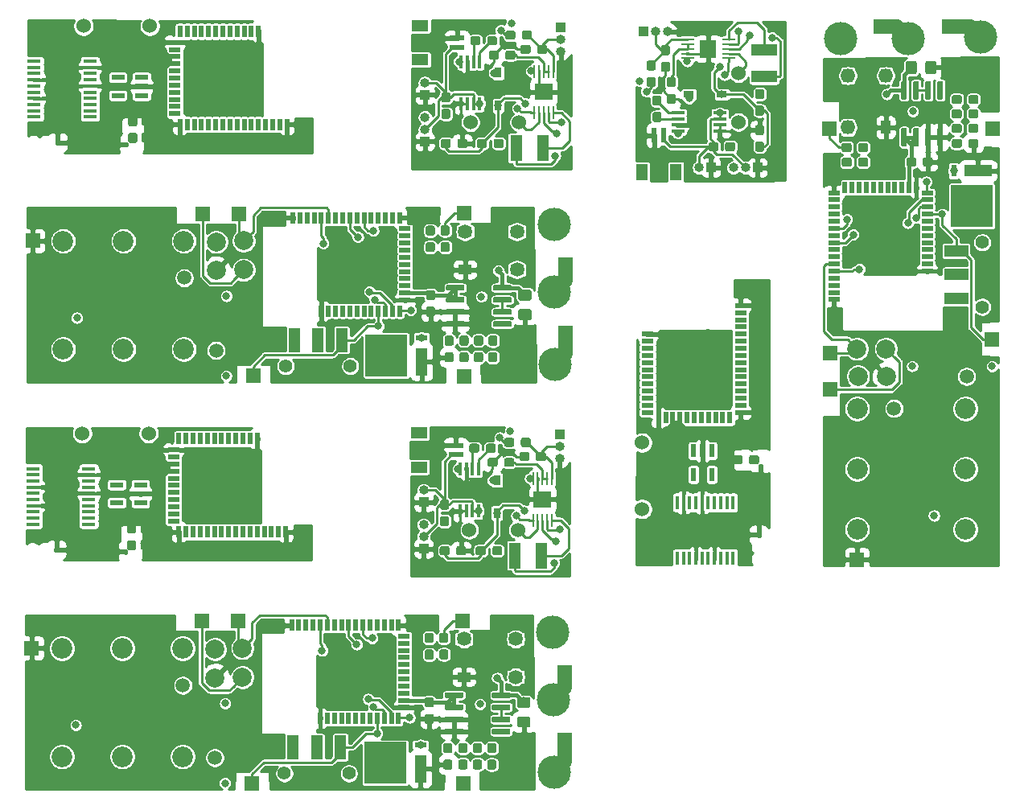
<source format=gbr>
G04 #@! TF.GenerationSoftware,KiCad,Pcbnew,(5.1.4)-1*
G04 #@! TF.CreationDate,2020-04-09T13:39:23+02:00*
G04 #@! TF.ProjectId,output.sky_panel_03_kits,6f757470-7574-42e7-936b-795f70616e65,rev?*
G04 #@! TF.SameCoordinates,Original*
G04 #@! TF.FileFunction,Copper,L1,Top*
G04 #@! TF.FilePolarity,Positive*
%FSLAX46Y46*%
G04 Gerber Fmt 4.6, Leading zero omitted, Abs format (unit mm)*
G04 Created by KiCad (PCBNEW (5.1.4)-1) date 2020-04-09 13:39:23*
%MOMM*%
%LPD*%
G04 APERTURE LIST*
%ADD10C,2.000000*%
%ADD11C,0.100000*%
%ADD12C,0.950000*%
%ADD13R,1.200000X0.500000*%
%ADD14R,0.500000X1.200000*%
%ADD15R,0.450000X1.475000*%
%ADD16R,1.524000X1.524000*%
%ADD17R,0.600000X1.400000*%
%ADD18C,3.500000*%
%ADD19R,2.500000X1.200000*%
%ADD20C,1.400000*%
%ADD21C,1.150000*%
%ADD22C,2.175000*%
%ADD23R,3.000000X1.270000*%
%ADD24R,0.610000X1.270000*%
%ADD25R,4.400000X4.400000*%
%ADD26R,1.397000X0.431800*%
%ADD27R,2.700000X1.300000*%
%ADD28R,0.600000X1.550000*%
%ADD29R,1.200000X1.800000*%
%ADD30C,0.600000*%
%ADD31C,1.524000*%
%ADD32R,1.120000X0.800000*%
%ADD33R,1.397000X0.279400*%
%ADD34R,1.676400X1.879600*%
%ADD35O,1.000000X1.000000*%
%ADD36R,1.000000X1.000000*%
%ADD37R,1.000000X1.450000*%
%ADD38R,1.200000X0.400000*%
%ADD39R,1.475000X0.450000*%
%ADD40R,1.400000X0.600000*%
%ADD41R,1.200000X2.500000*%
%ADD42R,1.270000X0.610000*%
%ADD43R,1.270000X3.000000*%
%ADD44R,0.400000X1.200000*%
%ADD45R,1.450000X1.000000*%
%ADD46R,0.800000X1.120000*%
%ADD47R,0.431800X1.397000*%
%ADD48R,1.879600X1.676400*%
%ADD49R,0.279400X1.397000*%
%ADD50R,1.800000X1.200000*%
%ADD51R,1.550000X0.600000*%
%ADD52R,1.300000X2.700000*%
%ADD53C,0.800000*%
%ADD54C,1.500000*%
%ADD55C,0.250000*%
%ADD56C,0.400000*%
%ADD57C,1.500000*%
%ADD58C,0.254000*%
G04 APERTURE END LIST*
D10*
X222243000Y-110207000D03*
D11*
G36*
X198435779Y-118251144D02*
G01*
X198458834Y-118254563D01*
X198481443Y-118260227D01*
X198503387Y-118268079D01*
X198524457Y-118278044D01*
X198544448Y-118290026D01*
X198563168Y-118303910D01*
X198580438Y-118319562D01*
X198596090Y-118336832D01*
X198609974Y-118355552D01*
X198621956Y-118375543D01*
X198631921Y-118396613D01*
X198639773Y-118418557D01*
X198645437Y-118441166D01*
X198648856Y-118464221D01*
X198650000Y-118487500D01*
X198650000Y-118962500D01*
X198648856Y-118985779D01*
X198645437Y-119008834D01*
X198639773Y-119031443D01*
X198631921Y-119053387D01*
X198621956Y-119074457D01*
X198609974Y-119094448D01*
X198596090Y-119113168D01*
X198580438Y-119130438D01*
X198563168Y-119146090D01*
X198544448Y-119159974D01*
X198524457Y-119171956D01*
X198503387Y-119181921D01*
X198481443Y-119189773D01*
X198458834Y-119195437D01*
X198435779Y-119198856D01*
X198412500Y-119200000D01*
X197837500Y-119200000D01*
X197814221Y-119198856D01*
X197791166Y-119195437D01*
X197768557Y-119189773D01*
X197746613Y-119181921D01*
X197725543Y-119171956D01*
X197705552Y-119159974D01*
X197686832Y-119146090D01*
X197669562Y-119130438D01*
X197653910Y-119113168D01*
X197640026Y-119094448D01*
X197628044Y-119074457D01*
X197618079Y-119053387D01*
X197610227Y-119031443D01*
X197604563Y-119008834D01*
X197601144Y-118985779D01*
X197600000Y-118962500D01*
X197600000Y-118487500D01*
X197601144Y-118464221D01*
X197604563Y-118441166D01*
X197610227Y-118418557D01*
X197618079Y-118396613D01*
X197628044Y-118375543D01*
X197640026Y-118355552D01*
X197653910Y-118336832D01*
X197669562Y-118319562D01*
X197686832Y-118303910D01*
X197705552Y-118290026D01*
X197725543Y-118278044D01*
X197746613Y-118268079D01*
X197768557Y-118260227D01*
X197791166Y-118254563D01*
X197814221Y-118251144D01*
X197837500Y-118250000D01*
X198412500Y-118250000D01*
X198435779Y-118251144D01*
X198435779Y-118251144D01*
G37*
D12*
X198125000Y-118725000D03*
D11*
G36*
X200185779Y-118251144D02*
G01*
X200208834Y-118254563D01*
X200231443Y-118260227D01*
X200253387Y-118268079D01*
X200274457Y-118278044D01*
X200294448Y-118290026D01*
X200313168Y-118303910D01*
X200330438Y-118319562D01*
X200346090Y-118336832D01*
X200359974Y-118355552D01*
X200371956Y-118375543D01*
X200381921Y-118396613D01*
X200389773Y-118418557D01*
X200395437Y-118441166D01*
X200398856Y-118464221D01*
X200400000Y-118487500D01*
X200400000Y-118962500D01*
X200398856Y-118985779D01*
X200395437Y-119008834D01*
X200389773Y-119031443D01*
X200381921Y-119053387D01*
X200371956Y-119074457D01*
X200359974Y-119094448D01*
X200346090Y-119113168D01*
X200330438Y-119130438D01*
X200313168Y-119146090D01*
X200294448Y-119159974D01*
X200274457Y-119171956D01*
X200253387Y-119181921D01*
X200231443Y-119189773D01*
X200208834Y-119195437D01*
X200185779Y-119198856D01*
X200162500Y-119200000D01*
X199587500Y-119200000D01*
X199564221Y-119198856D01*
X199541166Y-119195437D01*
X199518557Y-119189773D01*
X199496613Y-119181921D01*
X199475543Y-119171956D01*
X199455552Y-119159974D01*
X199436832Y-119146090D01*
X199419562Y-119130438D01*
X199403910Y-119113168D01*
X199390026Y-119094448D01*
X199378044Y-119074457D01*
X199368079Y-119053387D01*
X199360227Y-119031443D01*
X199354563Y-119008834D01*
X199351144Y-118985779D01*
X199350000Y-118962500D01*
X199350000Y-118487500D01*
X199351144Y-118464221D01*
X199354563Y-118441166D01*
X199360227Y-118418557D01*
X199368079Y-118396613D01*
X199378044Y-118375543D01*
X199390026Y-118355552D01*
X199403910Y-118336832D01*
X199419562Y-118319562D01*
X199436832Y-118303910D01*
X199455552Y-118290026D01*
X199475543Y-118278044D01*
X199496613Y-118268079D01*
X199518557Y-118260227D01*
X199541166Y-118254563D01*
X199564221Y-118251144D01*
X199587500Y-118250000D01*
X200162500Y-118250000D01*
X200185779Y-118251144D01*
X200185779Y-118251144D01*
G37*
D12*
X199875000Y-118725000D03*
D13*
X206895000Y-102770000D03*
X206895000Y-103520000D03*
X206895000Y-104270000D03*
X206895000Y-105020000D03*
X206895000Y-105770000D03*
X206895000Y-106520000D03*
X206895000Y-107270000D03*
X206895000Y-108020000D03*
X206895000Y-108770000D03*
X206895000Y-109520000D03*
X206895000Y-110270000D03*
X206895000Y-111020000D03*
X206895000Y-111770000D03*
X206895000Y-112520000D03*
X206895000Y-113270000D03*
X206895000Y-114020000D03*
D14*
X205745000Y-114570000D03*
X204995000Y-114570000D03*
X204245000Y-114570000D03*
X203495000Y-114570000D03*
X202745000Y-114570000D03*
X201995000Y-114570000D03*
X201245000Y-114570000D03*
X200495000Y-114570000D03*
X199745000Y-114570000D03*
X198995000Y-114570000D03*
X198245000Y-114570000D03*
D13*
X197095000Y-114020000D03*
X197095000Y-113270000D03*
X197095000Y-112520000D03*
X197095000Y-111770000D03*
X197095000Y-111020000D03*
X197095000Y-110270000D03*
X197095000Y-109520000D03*
X197095000Y-108770000D03*
X197095000Y-108020000D03*
X197095000Y-107270000D03*
X197095000Y-106520000D03*
X197095000Y-105770000D03*
D10*
X203285001Y-111825001D03*
X203285001Y-108825001D03*
D15*
X200230000Y-129378000D03*
X200880000Y-129378000D03*
X201530000Y-129378000D03*
X202180000Y-129378000D03*
X202830000Y-129378000D03*
X203480000Y-129378000D03*
X204130000Y-129378000D03*
X204780000Y-129378000D03*
X205430000Y-129378000D03*
X206080000Y-129378000D03*
X206080000Y-123502000D03*
X205430000Y-123502000D03*
X204780000Y-123502000D03*
X204130000Y-123502000D03*
X203480000Y-123502000D03*
X202830000Y-123502000D03*
X202180000Y-123502000D03*
X201530000Y-123502000D03*
X200880000Y-123502000D03*
X200230000Y-123502000D03*
D11*
G36*
X206860779Y-118526144D02*
G01*
X206883834Y-118529563D01*
X206906443Y-118535227D01*
X206928387Y-118543079D01*
X206949457Y-118553044D01*
X206969448Y-118565026D01*
X206988168Y-118578910D01*
X207005438Y-118594562D01*
X207021090Y-118611832D01*
X207034974Y-118630552D01*
X207046956Y-118650543D01*
X207056921Y-118671613D01*
X207064773Y-118693557D01*
X207070437Y-118716166D01*
X207073856Y-118739221D01*
X207075000Y-118762500D01*
X207075000Y-119237500D01*
X207073856Y-119260779D01*
X207070437Y-119283834D01*
X207064773Y-119306443D01*
X207056921Y-119328387D01*
X207046956Y-119349457D01*
X207034974Y-119369448D01*
X207021090Y-119388168D01*
X207005438Y-119405438D01*
X206988168Y-119421090D01*
X206969448Y-119434974D01*
X206949457Y-119446956D01*
X206928387Y-119456921D01*
X206906443Y-119464773D01*
X206883834Y-119470437D01*
X206860779Y-119473856D01*
X206837500Y-119475000D01*
X206262500Y-119475000D01*
X206239221Y-119473856D01*
X206216166Y-119470437D01*
X206193557Y-119464773D01*
X206171613Y-119456921D01*
X206150543Y-119446956D01*
X206130552Y-119434974D01*
X206111832Y-119421090D01*
X206094562Y-119405438D01*
X206078910Y-119388168D01*
X206065026Y-119369448D01*
X206053044Y-119349457D01*
X206043079Y-119328387D01*
X206035227Y-119306443D01*
X206029563Y-119283834D01*
X206026144Y-119260779D01*
X206025000Y-119237500D01*
X206025000Y-118762500D01*
X206026144Y-118739221D01*
X206029563Y-118716166D01*
X206035227Y-118693557D01*
X206043079Y-118671613D01*
X206053044Y-118650543D01*
X206065026Y-118630552D01*
X206078910Y-118611832D01*
X206094562Y-118594562D01*
X206111832Y-118578910D01*
X206130552Y-118565026D01*
X206150543Y-118553044D01*
X206171613Y-118543079D01*
X206193557Y-118535227D01*
X206216166Y-118529563D01*
X206239221Y-118526144D01*
X206262500Y-118525000D01*
X206837500Y-118525000D01*
X206860779Y-118526144D01*
X206860779Y-118526144D01*
G37*
D12*
X206550000Y-119000000D03*
D11*
G36*
X208610779Y-118526144D02*
G01*
X208633834Y-118529563D01*
X208656443Y-118535227D01*
X208678387Y-118543079D01*
X208699457Y-118553044D01*
X208719448Y-118565026D01*
X208738168Y-118578910D01*
X208755438Y-118594562D01*
X208771090Y-118611832D01*
X208784974Y-118630552D01*
X208796956Y-118650543D01*
X208806921Y-118671613D01*
X208814773Y-118693557D01*
X208820437Y-118716166D01*
X208823856Y-118739221D01*
X208825000Y-118762500D01*
X208825000Y-119237500D01*
X208823856Y-119260779D01*
X208820437Y-119283834D01*
X208814773Y-119306443D01*
X208806921Y-119328387D01*
X208796956Y-119349457D01*
X208784974Y-119369448D01*
X208771090Y-119388168D01*
X208755438Y-119405438D01*
X208738168Y-119421090D01*
X208719448Y-119434974D01*
X208699457Y-119446956D01*
X208678387Y-119456921D01*
X208656443Y-119464773D01*
X208633834Y-119470437D01*
X208610779Y-119473856D01*
X208587500Y-119475000D01*
X208012500Y-119475000D01*
X207989221Y-119473856D01*
X207966166Y-119470437D01*
X207943557Y-119464773D01*
X207921613Y-119456921D01*
X207900543Y-119446956D01*
X207880552Y-119434974D01*
X207861832Y-119421090D01*
X207844562Y-119405438D01*
X207828910Y-119388168D01*
X207815026Y-119369448D01*
X207803044Y-119349457D01*
X207793079Y-119328387D01*
X207785227Y-119306443D01*
X207779563Y-119283834D01*
X207776144Y-119260779D01*
X207775000Y-119237500D01*
X207775000Y-118762500D01*
X207776144Y-118739221D01*
X207779563Y-118716166D01*
X207785227Y-118693557D01*
X207793079Y-118671613D01*
X207803044Y-118650543D01*
X207815026Y-118630552D01*
X207828910Y-118611832D01*
X207844562Y-118594562D01*
X207861832Y-118578910D01*
X207880552Y-118565026D01*
X207900543Y-118553044D01*
X207921613Y-118543079D01*
X207943557Y-118535227D01*
X207966166Y-118529563D01*
X207989221Y-118526144D01*
X208012500Y-118525000D01*
X208587500Y-118525000D01*
X208610779Y-118526144D01*
X208610779Y-118526144D01*
G37*
D12*
X208300000Y-119000000D03*
D10*
X200275000Y-109200000D03*
D16*
X221655000Y-73425000D03*
D10*
X203400000Y-106275000D03*
X200285001Y-111825001D03*
D17*
X203835000Y-118060000D03*
X202885000Y-118060000D03*
X201935000Y-118060000D03*
X201935000Y-120560000D03*
X203835000Y-120560000D03*
D11*
G36*
X206810779Y-115676144D02*
G01*
X206833834Y-115679563D01*
X206856443Y-115685227D01*
X206878387Y-115693079D01*
X206899457Y-115703044D01*
X206919448Y-115715026D01*
X206938168Y-115728910D01*
X206955438Y-115744562D01*
X206971090Y-115761832D01*
X206984974Y-115780552D01*
X206996956Y-115800543D01*
X207006921Y-115821613D01*
X207014773Y-115843557D01*
X207020437Y-115866166D01*
X207023856Y-115889221D01*
X207025000Y-115912500D01*
X207025000Y-116387500D01*
X207023856Y-116410779D01*
X207020437Y-116433834D01*
X207014773Y-116456443D01*
X207006921Y-116478387D01*
X206996956Y-116499457D01*
X206984974Y-116519448D01*
X206971090Y-116538168D01*
X206955438Y-116555438D01*
X206938168Y-116571090D01*
X206919448Y-116584974D01*
X206899457Y-116596956D01*
X206878387Y-116606921D01*
X206856443Y-116614773D01*
X206833834Y-116620437D01*
X206810779Y-116623856D01*
X206787500Y-116625000D01*
X206212500Y-116625000D01*
X206189221Y-116623856D01*
X206166166Y-116620437D01*
X206143557Y-116614773D01*
X206121613Y-116606921D01*
X206100543Y-116596956D01*
X206080552Y-116584974D01*
X206061832Y-116571090D01*
X206044562Y-116555438D01*
X206028910Y-116538168D01*
X206015026Y-116519448D01*
X206003044Y-116499457D01*
X205993079Y-116478387D01*
X205985227Y-116456443D01*
X205979563Y-116433834D01*
X205976144Y-116410779D01*
X205975000Y-116387500D01*
X205975000Y-115912500D01*
X205976144Y-115889221D01*
X205979563Y-115866166D01*
X205985227Y-115843557D01*
X205993079Y-115821613D01*
X206003044Y-115800543D01*
X206015026Y-115780552D01*
X206028910Y-115761832D01*
X206044562Y-115744562D01*
X206061832Y-115728910D01*
X206080552Y-115715026D01*
X206100543Y-115703044D01*
X206121613Y-115693079D01*
X206143557Y-115685227D01*
X206166166Y-115679563D01*
X206189221Y-115676144D01*
X206212500Y-115675000D01*
X206787500Y-115675000D01*
X206810779Y-115676144D01*
X206810779Y-115676144D01*
G37*
D12*
X206500000Y-116150000D03*
D11*
G36*
X208560779Y-115676144D02*
G01*
X208583834Y-115679563D01*
X208606443Y-115685227D01*
X208628387Y-115693079D01*
X208649457Y-115703044D01*
X208669448Y-115715026D01*
X208688168Y-115728910D01*
X208705438Y-115744562D01*
X208721090Y-115761832D01*
X208734974Y-115780552D01*
X208746956Y-115800543D01*
X208756921Y-115821613D01*
X208764773Y-115843557D01*
X208770437Y-115866166D01*
X208773856Y-115889221D01*
X208775000Y-115912500D01*
X208775000Y-116387500D01*
X208773856Y-116410779D01*
X208770437Y-116433834D01*
X208764773Y-116456443D01*
X208756921Y-116478387D01*
X208746956Y-116499457D01*
X208734974Y-116519448D01*
X208721090Y-116538168D01*
X208705438Y-116555438D01*
X208688168Y-116571090D01*
X208669448Y-116584974D01*
X208649457Y-116596956D01*
X208628387Y-116606921D01*
X208606443Y-116614773D01*
X208583834Y-116620437D01*
X208560779Y-116623856D01*
X208537500Y-116625000D01*
X207962500Y-116625000D01*
X207939221Y-116623856D01*
X207916166Y-116620437D01*
X207893557Y-116614773D01*
X207871613Y-116606921D01*
X207850543Y-116596956D01*
X207830552Y-116584974D01*
X207811832Y-116571090D01*
X207794562Y-116555438D01*
X207778910Y-116538168D01*
X207765026Y-116519448D01*
X207753044Y-116499457D01*
X207743079Y-116478387D01*
X207735227Y-116456443D01*
X207729563Y-116433834D01*
X207726144Y-116410779D01*
X207725000Y-116387500D01*
X207725000Y-115912500D01*
X207726144Y-115889221D01*
X207729563Y-115866166D01*
X207735227Y-115843557D01*
X207743079Y-115821613D01*
X207753044Y-115800543D01*
X207765026Y-115780552D01*
X207778910Y-115761832D01*
X207794562Y-115744562D01*
X207811832Y-115728910D01*
X207830552Y-115715026D01*
X207850543Y-115703044D01*
X207871613Y-115693079D01*
X207893557Y-115685227D01*
X207916166Y-115679563D01*
X207939221Y-115676144D01*
X207962500Y-115675000D01*
X208537500Y-115675000D01*
X208560779Y-115676144D01*
X208560779Y-115676144D01*
G37*
D12*
X208250000Y-116150000D03*
D11*
G36*
X196905779Y-125376144D02*
G01*
X196928834Y-125379563D01*
X196951443Y-125385227D01*
X196973387Y-125393079D01*
X196994457Y-125403044D01*
X197014448Y-125415026D01*
X197033168Y-125428910D01*
X197050438Y-125444562D01*
X197066090Y-125461832D01*
X197079974Y-125480552D01*
X197091956Y-125500543D01*
X197101921Y-125521613D01*
X197109773Y-125543557D01*
X197115437Y-125566166D01*
X197118856Y-125589221D01*
X197120000Y-125612500D01*
X197120000Y-126087500D01*
X197118856Y-126110779D01*
X197115437Y-126133834D01*
X197109773Y-126156443D01*
X197101921Y-126178387D01*
X197091956Y-126199457D01*
X197079974Y-126219448D01*
X197066090Y-126238168D01*
X197050438Y-126255438D01*
X197033168Y-126271090D01*
X197014448Y-126284974D01*
X196994457Y-126296956D01*
X196973387Y-126306921D01*
X196951443Y-126314773D01*
X196928834Y-126320437D01*
X196905779Y-126323856D01*
X196882500Y-126325000D01*
X196307500Y-126325000D01*
X196284221Y-126323856D01*
X196261166Y-126320437D01*
X196238557Y-126314773D01*
X196216613Y-126306921D01*
X196195543Y-126296956D01*
X196175552Y-126284974D01*
X196156832Y-126271090D01*
X196139562Y-126255438D01*
X196123910Y-126238168D01*
X196110026Y-126219448D01*
X196098044Y-126199457D01*
X196088079Y-126178387D01*
X196080227Y-126156443D01*
X196074563Y-126133834D01*
X196071144Y-126110779D01*
X196070000Y-126087500D01*
X196070000Y-125612500D01*
X196071144Y-125589221D01*
X196074563Y-125566166D01*
X196080227Y-125543557D01*
X196088079Y-125521613D01*
X196098044Y-125500543D01*
X196110026Y-125480552D01*
X196123910Y-125461832D01*
X196139562Y-125444562D01*
X196156832Y-125428910D01*
X196175552Y-125415026D01*
X196195543Y-125403044D01*
X196216613Y-125393079D01*
X196238557Y-125385227D01*
X196261166Y-125379563D01*
X196284221Y-125376144D01*
X196307500Y-125375000D01*
X196882500Y-125375000D01*
X196905779Y-125376144D01*
X196905779Y-125376144D01*
G37*
D12*
X196595000Y-125850000D03*
D11*
G36*
X198655779Y-125376144D02*
G01*
X198678834Y-125379563D01*
X198701443Y-125385227D01*
X198723387Y-125393079D01*
X198744457Y-125403044D01*
X198764448Y-125415026D01*
X198783168Y-125428910D01*
X198800438Y-125444562D01*
X198816090Y-125461832D01*
X198829974Y-125480552D01*
X198841956Y-125500543D01*
X198851921Y-125521613D01*
X198859773Y-125543557D01*
X198865437Y-125566166D01*
X198868856Y-125589221D01*
X198870000Y-125612500D01*
X198870000Y-126087500D01*
X198868856Y-126110779D01*
X198865437Y-126133834D01*
X198859773Y-126156443D01*
X198851921Y-126178387D01*
X198841956Y-126199457D01*
X198829974Y-126219448D01*
X198816090Y-126238168D01*
X198800438Y-126255438D01*
X198783168Y-126271090D01*
X198764448Y-126284974D01*
X198744457Y-126296956D01*
X198723387Y-126306921D01*
X198701443Y-126314773D01*
X198678834Y-126320437D01*
X198655779Y-126323856D01*
X198632500Y-126325000D01*
X198057500Y-126325000D01*
X198034221Y-126323856D01*
X198011166Y-126320437D01*
X197988557Y-126314773D01*
X197966613Y-126306921D01*
X197945543Y-126296956D01*
X197925552Y-126284974D01*
X197906832Y-126271090D01*
X197889562Y-126255438D01*
X197873910Y-126238168D01*
X197860026Y-126219448D01*
X197848044Y-126199457D01*
X197838079Y-126178387D01*
X197830227Y-126156443D01*
X197824563Y-126133834D01*
X197821144Y-126110779D01*
X197820000Y-126087500D01*
X197820000Y-125612500D01*
X197821144Y-125589221D01*
X197824563Y-125566166D01*
X197830227Y-125543557D01*
X197838079Y-125521613D01*
X197848044Y-125500543D01*
X197860026Y-125480552D01*
X197873910Y-125461832D01*
X197889562Y-125444562D01*
X197906832Y-125428910D01*
X197925552Y-125415026D01*
X197945543Y-125403044D01*
X197966613Y-125393079D01*
X197988557Y-125385227D01*
X198011166Y-125379563D01*
X198034221Y-125376144D01*
X198057500Y-125375000D01*
X198632500Y-125375000D01*
X198655779Y-125376144D01*
X198655779Y-125376144D01*
G37*
D12*
X198345000Y-125850000D03*
D10*
X200175000Y-115875000D03*
D11*
G36*
X206810779Y-117101144D02*
G01*
X206833834Y-117104563D01*
X206856443Y-117110227D01*
X206878387Y-117118079D01*
X206899457Y-117128044D01*
X206919448Y-117140026D01*
X206938168Y-117153910D01*
X206955438Y-117169562D01*
X206971090Y-117186832D01*
X206984974Y-117205552D01*
X206996956Y-117225543D01*
X207006921Y-117246613D01*
X207014773Y-117268557D01*
X207020437Y-117291166D01*
X207023856Y-117314221D01*
X207025000Y-117337500D01*
X207025000Y-117812500D01*
X207023856Y-117835779D01*
X207020437Y-117858834D01*
X207014773Y-117881443D01*
X207006921Y-117903387D01*
X206996956Y-117924457D01*
X206984974Y-117944448D01*
X206971090Y-117963168D01*
X206955438Y-117980438D01*
X206938168Y-117996090D01*
X206919448Y-118009974D01*
X206899457Y-118021956D01*
X206878387Y-118031921D01*
X206856443Y-118039773D01*
X206833834Y-118045437D01*
X206810779Y-118048856D01*
X206787500Y-118050000D01*
X206212500Y-118050000D01*
X206189221Y-118048856D01*
X206166166Y-118045437D01*
X206143557Y-118039773D01*
X206121613Y-118031921D01*
X206100543Y-118021956D01*
X206080552Y-118009974D01*
X206061832Y-117996090D01*
X206044562Y-117980438D01*
X206028910Y-117963168D01*
X206015026Y-117944448D01*
X206003044Y-117924457D01*
X205993079Y-117903387D01*
X205985227Y-117881443D01*
X205979563Y-117858834D01*
X205976144Y-117835779D01*
X205975000Y-117812500D01*
X205975000Y-117337500D01*
X205976144Y-117314221D01*
X205979563Y-117291166D01*
X205985227Y-117268557D01*
X205993079Y-117246613D01*
X206003044Y-117225543D01*
X206015026Y-117205552D01*
X206028910Y-117186832D01*
X206044562Y-117169562D01*
X206061832Y-117153910D01*
X206080552Y-117140026D01*
X206100543Y-117128044D01*
X206121613Y-117118079D01*
X206143557Y-117110227D01*
X206166166Y-117104563D01*
X206189221Y-117101144D01*
X206212500Y-117100000D01*
X206787500Y-117100000D01*
X206810779Y-117101144D01*
X206810779Y-117101144D01*
G37*
D12*
X206500000Y-117575000D03*
D11*
G36*
X208560779Y-117101144D02*
G01*
X208583834Y-117104563D01*
X208606443Y-117110227D01*
X208628387Y-117118079D01*
X208649457Y-117128044D01*
X208669448Y-117140026D01*
X208688168Y-117153910D01*
X208705438Y-117169562D01*
X208721090Y-117186832D01*
X208734974Y-117205552D01*
X208746956Y-117225543D01*
X208756921Y-117246613D01*
X208764773Y-117268557D01*
X208770437Y-117291166D01*
X208773856Y-117314221D01*
X208775000Y-117337500D01*
X208775000Y-117812500D01*
X208773856Y-117835779D01*
X208770437Y-117858834D01*
X208764773Y-117881443D01*
X208756921Y-117903387D01*
X208746956Y-117924457D01*
X208734974Y-117944448D01*
X208721090Y-117963168D01*
X208705438Y-117980438D01*
X208688168Y-117996090D01*
X208669448Y-118009974D01*
X208649457Y-118021956D01*
X208628387Y-118031921D01*
X208606443Y-118039773D01*
X208583834Y-118045437D01*
X208560779Y-118048856D01*
X208537500Y-118050000D01*
X207962500Y-118050000D01*
X207939221Y-118048856D01*
X207916166Y-118045437D01*
X207893557Y-118039773D01*
X207871613Y-118031921D01*
X207850543Y-118021956D01*
X207830552Y-118009974D01*
X207811832Y-117996090D01*
X207794562Y-117980438D01*
X207778910Y-117963168D01*
X207765026Y-117944448D01*
X207753044Y-117924457D01*
X207743079Y-117903387D01*
X207735227Y-117881443D01*
X207729563Y-117858834D01*
X207726144Y-117835779D01*
X207725000Y-117812500D01*
X207725000Y-117337500D01*
X207726144Y-117314221D01*
X207729563Y-117291166D01*
X207735227Y-117268557D01*
X207743079Y-117246613D01*
X207753044Y-117225543D01*
X207765026Y-117205552D01*
X207778910Y-117186832D01*
X207794562Y-117169562D01*
X207811832Y-117153910D01*
X207830552Y-117140026D01*
X207850543Y-117128044D01*
X207871613Y-117118079D01*
X207893557Y-117110227D01*
X207916166Y-117104563D01*
X207939221Y-117101144D01*
X207962500Y-117100000D01*
X208537500Y-117100000D01*
X208560779Y-117101144D01*
X208560779Y-117101144D01*
G37*
D12*
X208250000Y-117575000D03*
D16*
X219125000Y-129515000D03*
D11*
G36*
X196935779Y-127056144D02*
G01*
X196958834Y-127059563D01*
X196981443Y-127065227D01*
X197003387Y-127073079D01*
X197024457Y-127083044D01*
X197044448Y-127095026D01*
X197063168Y-127108910D01*
X197080438Y-127124562D01*
X197096090Y-127141832D01*
X197109974Y-127160552D01*
X197121956Y-127180543D01*
X197131921Y-127201613D01*
X197139773Y-127223557D01*
X197145437Y-127246166D01*
X197148856Y-127269221D01*
X197150000Y-127292500D01*
X197150000Y-127767500D01*
X197148856Y-127790779D01*
X197145437Y-127813834D01*
X197139773Y-127836443D01*
X197131921Y-127858387D01*
X197121956Y-127879457D01*
X197109974Y-127899448D01*
X197096090Y-127918168D01*
X197080438Y-127935438D01*
X197063168Y-127951090D01*
X197044448Y-127964974D01*
X197024457Y-127976956D01*
X197003387Y-127986921D01*
X196981443Y-127994773D01*
X196958834Y-128000437D01*
X196935779Y-128003856D01*
X196912500Y-128005000D01*
X196337500Y-128005000D01*
X196314221Y-128003856D01*
X196291166Y-128000437D01*
X196268557Y-127994773D01*
X196246613Y-127986921D01*
X196225543Y-127976956D01*
X196205552Y-127964974D01*
X196186832Y-127951090D01*
X196169562Y-127935438D01*
X196153910Y-127918168D01*
X196140026Y-127899448D01*
X196128044Y-127879457D01*
X196118079Y-127858387D01*
X196110227Y-127836443D01*
X196104563Y-127813834D01*
X196101144Y-127790779D01*
X196100000Y-127767500D01*
X196100000Y-127292500D01*
X196101144Y-127269221D01*
X196104563Y-127246166D01*
X196110227Y-127223557D01*
X196118079Y-127201613D01*
X196128044Y-127180543D01*
X196140026Y-127160552D01*
X196153910Y-127141832D01*
X196169562Y-127124562D01*
X196186832Y-127108910D01*
X196205552Y-127095026D01*
X196225543Y-127083044D01*
X196246613Y-127073079D01*
X196268557Y-127065227D01*
X196291166Y-127059563D01*
X196314221Y-127056144D01*
X196337500Y-127055000D01*
X196912500Y-127055000D01*
X196935779Y-127056144D01*
X196935779Y-127056144D01*
G37*
D12*
X196625000Y-127530000D03*
D11*
G36*
X198685779Y-127056144D02*
G01*
X198708834Y-127059563D01*
X198731443Y-127065227D01*
X198753387Y-127073079D01*
X198774457Y-127083044D01*
X198794448Y-127095026D01*
X198813168Y-127108910D01*
X198830438Y-127124562D01*
X198846090Y-127141832D01*
X198859974Y-127160552D01*
X198871956Y-127180543D01*
X198881921Y-127201613D01*
X198889773Y-127223557D01*
X198895437Y-127246166D01*
X198898856Y-127269221D01*
X198900000Y-127292500D01*
X198900000Y-127767500D01*
X198898856Y-127790779D01*
X198895437Y-127813834D01*
X198889773Y-127836443D01*
X198881921Y-127858387D01*
X198871956Y-127879457D01*
X198859974Y-127899448D01*
X198846090Y-127918168D01*
X198830438Y-127935438D01*
X198813168Y-127951090D01*
X198794448Y-127964974D01*
X198774457Y-127976956D01*
X198753387Y-127986921D01*
X198731443Y-127994773D01*
X198708834Y-128000437D01*
X198685779Y-128003856D01*
X198662500Y-128005000D01*
X198087500Y-128005000D01*
X198064221Y-128003856D01*
X198041166Y-128000437D01*
X198018557Y-127994773D01*
X197996613Y-127986921D01*
X197975543Y-127976956D01*
X197955552Y-127964974D01*
X197936832Y-127951090D01*
X197919562Y-127935438D01*
X197903910Y-127918168D01*
X197890026Y-127899448D01*
X197878044Y-127879457D01*
X197868079Y-127858387D01*
X197860227Y-127836443D01*
X197854563Y-127813834D01*
X197851144Y-127790779D01*
X197850000Y-127767500D01*
X197850000Y-127292500D01*
X197851144Y-127269221D01*
X197854563Y-127246166D01*
X197860227Y-127223557D01*
X197868079Y-127201613D01*
X197878044Y-127180543D01*
X197890026Y-127160552D01*
X197903910Y-127141832D01*
X197919562Y-127124562D01*
X197936832Y-127108910D01*
X197955552Y-127095026D01*
X197975543Y-127083044D01*
X197996613Y-127073079D01*
X198018557Y-127065227D01*
X198041166Y-127059563D01*
X198064221Y-127056144D01*
X198087500Y-127055000D01*
X198662500Y-127055000D01*
X198685779Y-127056144D01*
X198685779Y-127056144D01*
G37*
D12*
X198375000Y-127530000D03*
D11*
G36*
X218360779Y-87201144D02*
G01*
X218383834Y-87204563D01*
X218406443Y-87210227D01*
X218428387Y-87218079D01*
X218449457Y-87228044D01*
X218469448Y-87240026D01*
X218488168Y-87253910D01*
X218505438Y-87269562D01*
X218521090Y-87286832D01*
X218534974Y-87305552D01*
X218546956Y-87325543D01*
X218556921Y-87346613D01*
X218564773Y-87368557D01*
X218570437Y-87391166D01*
X218573856Y-87414221D01*
X218575000Y-87437500D01*
X218575000Y-87912500D01*
X218573856Y-87935779D01*
X218570437Y-87958834D01*
X218564773Y-87981443D01*
X218556921Y-88003387D01*
X218546956Y-88024457D01*
X218534974Y-88044448D01*
X218521090Y-88063168D01*
X218505438Y-88080438D01*
X218488168Y-88096090D01*
X218469448Y-88109974D01*
X218449457Y-88121956D01*
X218428387Y-88131921D01*
X218406443Y-88139773D01*
X218383834Y-88145437D01*
X218360779Y-88148856D01*
X218337500Y-88150000D01*
X217762500Y-88150000D01*
X217739221Y-88148856D01*
X217716166Y-88145437D01*
X217693557Y-88139773D01*
X217671613Y-88131921D01*
X217650543Y-88121956D01*
X217630552Y-88109974D01*
X217611832Y-88096090D01*
X217594562Y-88080438D01*
X217578910Y-88063168D01*
X217565026Y-88044448D01*
X217553044Y-88024457D01*
X217543079Y-88003387D01*
X217535227Y-87981443D01*
X217529563Y-87958834D01*
X217526144Y-87935779D01*
X217525000Y-87912500D01*
X217525000Y-87437500D01*
X217526144Y-87414221D01*
X217529563Y-87391166D01*
X217535227Y-87368557D01*
X217543079Y-87346613D01*
X217553044Y-87325543D01*
X217565026Y-87305552D01*
X217578910Y-87286832D01*
X217594562Y-87269562D01*
X217611832Y-87253910D01*
X217630552Y-87240026D01*
X217650543Y-87228044D01*
X217671613Y-87218079D01*
X217693557Y-87210227D01*
X217716166Y-87204563D01*
X217739221Y-87201144D01*
X217762500Y-87200000D01*
X218337500Y-87200000D01*
X218360779Y-87201144D01*
X218360779Y-87201144D01*
G37*
D12*
X218050000Y-87675000D03*
D11*
G36*
X220110779Y-87201144D02*
G01*
X220133834Y-87204563D01*
X220156443Y-87210227D01*
X220178387Y-87218079D01*
X220199457Y-87228044D01*
X220219448Y-87240026D01*
X220238168Y-87253910D01*
X220255438Y-87269562D01*
X220271090Y-87286832D01*
X220284974Y-87305552D01*
X220296956Y-87325543D01*
X220306921Y-87346613D01*
X220314773Y-87368557D01*
X220320437Y-87391166D01*
X220323856Y-87414221D01*
X220325000Y-87437500D01*
X220325000Y-87912500D01*
X220323856Y-87935779D01*
X220320437Y-87958834D01*
X220314773Y-87981443D01*
X220306921Y-88003387D01*
X220296956Y-88024457D01*
X220284974Y-88044448D01*
X220271090Y-88063168D01*
X220255438Y-88080438D01*
X220238168Y-88096090D01*
X220219448Y-88109974D01*
X220199457Y-88121956D01*
X220178387Y-88131921D01*
X220156443Y-88139773D01*
X220133834Y-88145437D01*
X220110779Y-88148856D01*
X220087500Y-88150000D01*
X219512500Y-88150000D01*
X219489221Y-88148856D01*
X219466166Y-88145437D01*
X219443557Y-88139773D01*
X219421613Y-88131921D01*
X219400543Y-88121956D01*
X219380552Y-88109974D01*
X219361832Y-88096090D01*
X219344562Y-88080438D01*
X219328910Y-88063168D01*
X219315026Y-88044448D01*
X219303044Y-88024457D01*
X219293079Y-88003387D01*
X219285227Y-87981443D01*
X219279563Y-87958834D01*
X219276144Y-87935779D01*
X219275000Y-87912500D01*
X219275000Y-87437500D01*
X219276144Y-87414221D01*
X219279563Y-87391166D01*
X219285227Y-87368557D01*
X219293079Y-87346613D01*
X219303044Y-87325543D01*
X219315026Y-87305552D01*
X219328910Y-87286832D01*
X219344562Y-87269562D01*
X219361832Y-87253910D01*
X219380552Y-87240026D01*
X219400543Y-87228044D01*
X219421613Y-87218079D01*
X219443557Y-87210227D01*
X219466166Y-87204563D01*
X219489221Y-87201144D01*
X219512500Y-87200000D01*
X220087500Y-87200000D01*
X220110779Y-87201144D01*
X220110779Y-87201144D01*
G37*
D12*
X219800000Y-87675000D03*
D11*
G36*
X198435779Y-116751144D02*
G01*
X198458834Y-116754563D01*
X198481443Y-116760227D01*
X198503387Y-116768079D01*
X198524457Y-116778044D01*
X198544448Y-116790026D01*
X198563168Y-116803910D01*
X198580438Y-116819562D01*
X198596090Y-116836832D01*
X198609974Y-116855552D01*
X198621956Y-116875543D01*
X198631921Y-116896613D01*
X198639773Y-116918557D01*
X198645437Y-116941166D01*
X198648856Y-116964221D01*
X198650000Y-116987500D01*
X198650000Y-117462500D01*
X198648856Y-117485779D01*
X198645437Y-117508834D01*
X198639773Y-117531443D01*
X198631921Y-117553387D01*
X198621956Y-117574457D01*
X198609974Y-117594448D01*
X198596090Y-117613168D01*
X198580438Y-117630438D01*
X198563168Y-117646090D01*
X198544448Y-117659974D01*
X198524457Y-117671956D01*
X198503387Y-117681921D01*
X198481443Y-117689773D01*
X198458834Y-117695437D01*
X198435779Y-117698856D01*
X198412500Y-117700000D01*
X197837500Y-117700000D01*
X197814221Y-117698856D01*
X197791166Y-117695437D01*
X197768557Y-117689773D01*
X197746613Y-117681921D01*
X197725543Y-117671956D01*
X197705552Y-117659974D01*
X197686832Y-117646090D01*
X197669562Y-117630438D01*
X197653910Y-117613168D01*
X197640026Y-117594448D01*
X197628044Y-117574457D01*
X197618079Y-117553387D01*
X197610227Y-117531443D01*
X197604563Y-117508834D01*
X197601144Y-117485779D01*
X197600000Y-117462500D01*
X197600000Y-116987500D01*
X197601144Y-116964221D01*
X197604563Y-116941166D01*
X197610227Y-116918557D01*
X197618079Y-116896613D01*
X197628044Y-116875543D01*
X197640026Y-116855552D01*
X197653910Y-116836832D01*
X197669562Y-116819562D01*
X197686832Y-116803910D01*
X197705552Y-116790026D01*
X197725543Y-116778044D01*
X197746613Y-116768079D01*
X197768557Y-116760227D01*
X197791166Y-116754563D01*
X197814221Y-116751144D01*
X197837500Y-116750000D01*
X198412500Y-116750000D01*
X198435779Y-116751144D01*
X198435779Y-116751144D01*
G37*
D12*
X198125000Y-117225000D03*
D11*
G36*
X200185779Y-116751144D02*
G01*
X200208834Y-116754563D01*
X200231443Y-116760227D01*
X200253387Y-116768079D01*
X200274457Y-116778044D01*
X200294448Y-116790026D01*
X200313168Y-116803910D01*
X200330438Y-116819562D01*
X200346090Y-116836832D01*
X200359974Y-116855552D01*
X200371956Y-116875543D01*
X200381921Y-116896613D01*
X200389773Y-116918557D01*
X200395437Y-116941166D01*
X200398856Y-116964221D01*
X200400000Y-116987500D01*
X200400000Y-117462500D01*
X200398856Y-117485779D01*
X200395437Y-117508834D01*
X200389773Y-117531443D01*
X200381921Y-117553387D01*
X200371956Y-117574457D01*
X200359974Y-117594448D01*
X200346090Y-117613168D01*
X200330438Y-117630438D01*
X200313168Y-117646090D01*
X200294448Y-117659974D01*
X200274457Y-117671956D01*
X200253387Y-117681921D01*
X200231443Y-117689773D01*
X200208834Y-117695437D01*
X200185779Y-117698856D01*
X200162500Y-117700000D01*
X199587500Y-117700000D01*
X199564221Y-117698856D01*
X199541166Y-117695437D01*
X199518557Y-117689773D01*
X199496613Y-117681921D01*
X199475543Y-117671956D01*
X199455552Y-117659974D01*
X199436832Y-117646090D01*
X199419562Y-117630438D01*
X199403910Y-117613168D01*
X199390026Y-117594448D01*
X199378044Y-117574457D01*
X199368079Y-117553387D01*
X199360227Y-117531443D01*
X199354563Y-117508834D01*
X199351144Y-117485779D01*
X199350000Y-117462500D01*
X199350000Y-116987500D01*
X199351144Y-116964221D01*
X199354563Y-116941166D01*
X199360227Y-116918557D01*
X199368079Y-116896613D01*
X199378044Y-116875543D01*
X199390026Y-116855552D01*
X199403910Y-116836832D01*
X199419562Y-116819562D01*
X199436832Y-116803910D01*
X199455552Y-116790026D01*
X199475543Y-116778044D01*
X199496613Y-116768079D01*
X199518557Y-116760227D01*
X199541166Y-116754563D01*
X199564221Y-116751144D01*
X199587500Y-116750000D01*
X200162500Y-116750000D01*
X200185779Y-116751144D01*
X200185779Y-116751144D01*
G37*
D12*
X199875000Y-117225000D03*
D11*
G36*
X198435779Y-119751144D02*
G01*
X198458834Y-119754563D01*
X198481443Y-119760227D01*
X198503387Y-119768079D01*
X198524457Y-119778044D01*
X198544448Y-119790026D01*
X198563168Y-119803910D01*
X198580438Y-119819562D01*
X198596090Y-119836832D01*
X198609974Y-119855552D01*
X198621956Y-119875543D01*
X198631921Y-119896613D01*
X198639773Y-119918557D01*
X198645437Y-119941166D01*
X198648856Y-119964221D01*
X198650000Y-119987500D01*
X198650000Y-120462500D01*
X198648856Y-120485779D01*
X198645437Y-120508834D01*
X198639773Y-120531443D01*
X198631921Y-120553387D01*
X198621956Y-120574457D01*
X198609974Y-120594448D01*
X198596090Y-120613168D01*
X198580438Y-120630438D01*
X198563168Y-120646090D01*
X198544448Y-120659974D01*
X198524457Y-120671956D01*
X198503387Y-120681921D01*
X198481443Y-120689773D01*
X198458834Y-120695437D01*
X198435779Y-120698856D01*
X198412500Y-120700000D01*
X197837500Y-120700000D01*
X197814221Y-120698856D01*
X197791166Y-120695437D01*
X197768557Y-120689773D01*
X197746613Y-120681921D01*
X197725543Y-120671956D01*
X197705552Y-120659974D01*
X197686832Y-120646090D01*
X197669562Y-120630438D01*
X197653910Y-120613168D01*
X197640026Y-120594448D01*
X197628044Y-120574457D01*
X197618079Y-120553387D01*
X197610227Y-120531443D01*
X197604563Y-120508834D01*
X197601144Y-120485779D01*
X197600000Y-120462500D01*
X197600000Y-119987500D01*
X197601144Y-119964221D01*
X197604563Y-119941166D01*
X197610227Y-119918557D01*
X197618079Y-119896613D01*
X197628044Y-119875543D01*
X197640026Y-119855552D01*
X197653910Y-119836832D01*
X197669562Y-119819562D01*
X197686832Y-119803910D01*
X197705552Y-119790026D01*
X197725543Y-119778044D01*
X197746613Y-119768079D01*
X197768557Y-119760227D01*
X197791166Y-119754563D01*
X197814221Y-119751144D01*
X197837500Y-119750000D01*
X198412500Y-119750000D01*
X198435779Y-119751144D01*
X198435779Y-119751144D01*
G37*
D12*
X198125000Y-120225000D03*
D11*
G36*
X200185779Y-119751144D02*
G01*
X200208834Y-119754563D01*
X200231443Y-119760227D01*
X200253387Y-119768079D01*
X200274457Y-119778044D01*
X200294448Y-119790026D01*
X200313168Y-119803910D01*
X200330438Y-119819562D01*
X200346090Y-119836832D01*
X200359974Y-119855552D01*
X200371956Y-119875543D01*
X200381921Y-119896613D01*
X200389773Y-119918557D01*
X200395437Y-119941166D01*
X200398856Y-119964221D01*
X200400000Y-119987500D01*
X200400000Y-120462500D01*
X200398856Y-120485779D01*
X200395437Y-120508834D01*
X200389773Y-120531443D01*
X200381921Y-120553387D01*
X200371956Y-120574457D01*
X200359974Y-120594448D01*
X200346090Y-120613168D01*
X200330438Y-120630438D01*
X200313168Y-120646090D01*
X200294448Y-120659974D01*
X200274457Y-120671956D01*
X200253387Y-120681921D01*
X200231443Y-120689773D01*
X200208834Y-120695437D01*
X200185779Y-120698856D01*
X200162500Y-120700000D01*
X199587500Y-120700000D01*
X199564221Y-120698856D01*
X199541166Y-120695437D01*
X199518557Y-120689773D01*
X199496613Y-120681921D01*
X199475543Y-120671956D01*
X199455552Y-120659974D01*
X199436832Y-120646090D01*
X199419562Y-120630438D01*
X199403910Y-120613168D01*
X199390026Y-120594448D01*
X199378044Y-120574457D01*
X199368079Y-120553387D01*
X199360227Y-120531443D01*
X199354563Y-120508834D01*
X199351144Y-120485779D01*
X199350000Y-120462500D01*
X199350000Y-119987500D01*
X199351144Y-119964221D01*
X199354563Y-119941166D01*
X199360227Y-119918557D01*
X199368079Y-119896613D01*
X199378044Y-119875543D01*
X199390026Y-119855552D01*
X199403910Y-119836832D01*
X199419562Y-119819562D01*
X199436832Y-119803910D01*
X199455552Y-119790026D01*
X199475543Y-119778044D01*
X199496613Y-119768079D01*
X199518557Y-119760227D01*
X199541166Y-119754563D01*
X199564221Y-119751144D01*
X199587500Y-119750000D01*
X200162500Y-119750000D01*
X200185779Y-119751144D01*
X200185779Y-119751144D01*
G37*
D12*
X199875000Y-120225000D03*
D16*
X216295000Y-111625000D03*
D11*
G36*
X202035779Y-115901144D02*
G01*
X202058834Y-115904563D01*
X202081443Y-115910227D01*
X202103387Y-115918079D01*
X202124457Y-115928044D01*
X202144448Y-115940026D01*
X202163168Y-115953910D01*
X202180438Y-115969562D01*
X202196090Y-115986832D01*
X202209974Y-116005552D01*
X202221956Y-116025543D01*
X202231921Y-116046613D01*
X202239773Y-116068557D01*
X202245437Y-116091166D01*
X202248856Y-116114221D01*
X202250000Y-116137500D01*
X202250000Y-116612500D01*
X202248856Y-116635779D01*
X202245437Y-116658834D01*
X202239773Y-116681443D01*
X202231921Y-116703387D01*
X202221956Y-116724457D01*
X202209974Y-116744448D01*
X202196090Y-116763168D01*
X202180438Y-116780438D01*
X202163168Y-116796090D01*
X202144448Y-116809974D01*
X202124457Y-116821956D01*
X202103387Y-116831921D01*
X202081443Y-116839773D01*
X202058834Y-116845437D01*
X202035779Y-116848856D01*
X202012500Y-116850000D01*
X201437500Y-116850000D01*
X201414221Y-116848856D01*
X201391166Y-116845437D01*
X201368557Y-116839773D01*
X201346613Y-116831921D01*
X201325543Y-116821956D01*
X201305552Y-116809974D01*
X201286832Y-116796090D01*
X201269562Y-116780438D01*
X201253910Y-116763168D01*
X201240026Y-116744448D01*
X201228044Y-116724457D01*
X201218079Y-116703387D01*
X201210227Y-116681443D01*
X201204563Y-116658834D01*
X201201144Y-116635779D01*
X201200000Y-116612500D01*
X201200000Y-116137500D01*
X201201144Y-116114221D01*
X201204563Y-116091166D01*
X201210227Y-116068557D01*
X201218079Y-116046613D01*
X201228044Y-116025543D01*
X201240026Y-116005552D01*
X201253910Y-115986832D01*
X201269562Y-115969562D01*
X201286832Y-115953910D01*
X201305552Y-115940026D01*
X201325543Y-115928044D01*
X201346613Y-115918079D01*
X201368557Y-115910227D01*
X201391166Y-115904563D01*
X201414221Y-115901144D01*
X201437500Y-115900000D01*
X202012500Y-115900000D01*
X202035779Y-115901144D01*
X202035779Y-115901144D01*
G37*
D12*
X201725000Y-116375000D03*
D11*
G36*
X203785779Y-115901144D02*
G01*
X203808834Y-115904563D01*
X203831443Y-115910227D01*
X203853387Y-115918079D01*
X203874457Y-115928044D01*
X203894448Y-115940026D01*
X203913168Y-115953910D01*
X203930438Y-115969562D01*
X203946090Y-115986832D01*
X203959974Y-116005552D01*
X203971956Y-116025543D01*
X203981921Y-116046613D01*
X203989773Y-116068557D01*
X203995437Y-116091166D01*
X203998856Y-116114221D01*
X204000000Y-116137500D01*
X204000000Y-116612500D01*
X203998856Y-116635779D01*
X203995437Y-116658834D01*
X203989773Y-116681443D01*
X203981921Y-116703387D01*
X203971956Y-116724457D01*
X203959974Y-116744448D01*
X203946090Y-116763168D01*
X203930438Y-116780438D01*
X203913168Y-116796090D01*
X203894448Y-116809974D01*
X203874457Y-116821956D01*
X203853387Y-116831921D01*
X203831443Y-116839773D01*
X203808834Y-116845437D01*
X203785779Y-116848856D01*
X203762500Y-116850000D01*
X203187500Y-116850000D01*
X203164221Y-116848856D01*
X203141166Y-116845437D01*
X203118557Y-116839773D01*
X203096613Y-116831921D01*
X203075543Y-116821956D01*
X203055552Y-116809974D01*
X203036832Y-116796090D01*
X203019562Y-116780438D01*
X203003910Y-116763168D01*
X202990026Y-116744448D01*
X202978044Y-116724457D01*
X202968079Y-116703387D01*
X202960227Y-116681443D01*
X202954563Y-116658834D01*
X202951144Y-116635779D01*
X202950000Y-116612500D01*
X202950000Y-116137500D01*
X202951144Y-116114221D01*
X202954563Y-116091166D01*
X202960227Y-116068557D01*
X202968079Y-116046613D01*
X202978044Y-116025543D01*
X202990026Y-116005552D01*
X203003910Y-115986832D01*
X203019562Y-115969562D01*
X203036832Y-115953910D01*
X203055552Y-115940026D01*
X203075543Y-115928044D01*
X203096613Y-115918079D01*
X203118557Y-115910227D01*
X203141166Y-115904563D01*
X203164221Y-115901144D01*
X203187500Y-115900000D01*
X203762500Y-115900000D01*
X203785779Y-115901144D01*
X203785779Y-115901144D01*
G37*
D12*
X203475000Y-116375000D03*
D18*
X232175000Y-74545000D03*
D11*
G36*
X229940779Y-83651144D02*
G01*
X229963834Y-83654563D01*
X229986443Y-83660227D01*
X230008387Y-83668079D01*
X230029457Y-83678044D01*
X230049448Y-83690026D01*
X230068168Y-83703910D01*
X230085438Y-83719562D01*
X230101090Y-83736832D01*
X230114974Y-83755552D01*
X230126956Y-83775543D01*
X230136921Y-83796613D01*
X230144773Y-83818557D01*
X230150437Y-83841166D01*
X230153856Y-83864221D01*
X230155000Y-83887500D01*
X230155000Y-84362500D01*
X230153856Y-84385779D01*
X230150437Y-84408834D01*
X230144773Y-84431443D01*
X230136921Y-84453387D01*
X230126956Y-84474457D01*
X230114974Y-84494448D01*
X230101090Y-84513168D01*
X230085438Y-84530438D01*
X230068168Y-84546090D01*
X230049448Y-84559974D01*
X230029457Y-84571956D01*
X230008387Y-84581921D01*
X229986443Y-84589773D01*
X229963834Y-84595437D01*
X229940779Y-84598856D01*
X229917500Y-84600000D01*
X229342500Y-84600000D01*
X229319221Y-84598856D01*
X229296166Y-84595437D01*
X229273557Y-84589773D01*
X229251613Y-84581921D01*
X229230543Y-84571956D01*
X229210552Y-84559974D01*
X229191832Y-84546090D01*
X229174562Y-84530438D01*
X229158910Y-84513168D01*
X229145026Y-84494448D01*
X229133044Y-84474457D01*
X229123079Y-84453387D01*
X229115227Y-84431443D01*
X229109563Y-84408834D01*
X229106144Y-84385779D01*
X229105000Y-84362500D01*
X229105000Y-83887500D01*
X229106144Y-83864221D01*
X229109563Y-83841166D01*
X229115227Y-83818557D01*
X229123079Y-83796613D01*
X229133044Y-83775543D01*
X229145026Y-83755552D01*
X229158910Y-83736832D01*
X229174562Y-83719562D01*
X229191832Y-83703910D01*
X229210552Y-83690026D01*
X229230543Y-83678044D01*
X229251613Y-83668079D01*
X229273557Y-83660227D01*
X229296166Y-83654563D01*
X229319221Y-83651144D01*
X229342500Y-83650000D01*
X229917500Y-83650000D01*
X229940779Y-83651144D01*
X229940779Y-83651144D01*
G37*
D12*
X229630000Y-84125000D03*
D11*
G36*
X231690779Y-83651144D02*
G01*
X231713834Y-83654563D01*
X231736443Y-83660227D01*
X231758387Y-83668079D01*
X231779457Y-83678044D01*
X231799448Y-83690026D01*
X231818168Y-83703910D01*
X231835438Y-83719562D01*
X231851090Y-83736832D01*
X231864974Y-83755552D01*
X231876956Y-83775543D01*
X231886921Y-83796613D01*
X231894773Y-83818557D01*
X231900437Y-83841166D01*
X231903856Y-83864221D01*
X231905000Y-83887500D01*
X231905000Y-84362500D01*
X231903856Y-84385779D01*
X231900437Y-84408834D01*
X231894773Y-84431443D01*
X231886921Y-84453387D01*
X231876956Y-84474457D01*
X231864974Y-84494448D01*
X231851090Y-84513168D01*
X231835438Y-84530438D01*
X231818168Y-84546090D01*
X231799448Y-84559974D01*
X231779457Y-84571956D01*
X231758387Y-84581921D01*
X231736443Y-84589773D01*
X231713834Y-84595437D01*
X231690779Y-84598856D01*
X231667500Y-84600000D01*
X231092500Y-84600000D01*
X231069221Y-84598856D01*
X231046166Y-84595437D01*
X231023557Y-84589773D01*
X231001613Y-84581921D01*
X230980543Y-84571956D01*
X230960552Y-84559974D01*
X230941832Y-84546090D01*
X230924562Y-84530438D01*
X230908910Y-84513168D01*
X230895026Y-84494448D01*
X230883044Y-84474457D01*
X230873079Y-84453387D01*
X230865227Y-84431443D01*
X230859563Y-84408834D01*
X230856144Y-84385779D01*
X230855000Y-84362500D01*
X230855000Y-83887500D01*
X230856144Y-83864221D01*
X230859563Y-83841166D01*
X230865227Y-83818557D01*
X230873079Y-83796613D01*
X230883044Y-83775543D01*
X230895026Y-83755552D01*
X230908910Y-83736832D01*
X230924562Y-83719562D01*
X230941832Y-83703910D01*
X230960552Y-83690026D01*
X230980543Y-83678044D01*
X231001613Y-83668079D01*
X231023557Y-83660227D01*
X231046166Y-83654563D01*
X231069221Y-83651144D01*
X231092500Y-83650000D01*
X231667500Y-83650000D01*
X231690779Y-83651144D01*
X231690779Y-83651144D01*
G37*
D12*
X231380000Y-84125000D03*
D19*
X229565000Y-102015000D03*
X229565000Y-99515000D03*
X229565000Y-97015000D03*
D20*
X232315000Y-102915000D03*
X232315000Y-96115000D03*
D13*
X216715000Y-102145000D03*
X216715000Y-101395000D03*
X216715000Y-100645000D03*
X216715000Y-99895000D03*
X216715000Y-99145000D03*
X216715000Y-98395000D03*
X216715000Y-97645000D03*
X216715000Y-96895000D03*
X216715000Y-96145000D03*
X216715000Y-95395000D03*
X216715000Y-94645000D03*
X216715000Y-93895000D03*
X216715000Y-93145000D03*
X216715000Y-92395000D03*
X216715000Y-91645000D03*
X216715000Y-90895000D03*
D14*
X217865000Y-90345000D03*
X218615000Y-90345000D03*
X219365000Y-90345000D03*
X220115000Y-90345000D03*
X220865000Y-90345000D03*
X221615000Y-90345000D03*
X222365000Y-90345000D03*
X223115000Y-90345000D03*
X223865000Y-90345000D03*
X224615000Y-90345000D03*
X225365000Y-90345000D03*
D13*
X226515000Y-90895000D03*
X226515000Y-91645000D03*
X226515000Y-92395000D03*
X226515000Y-93145000D03*
X226515000Y-93895000D03*
X226515000Y-94645000D03*
X226515000Y-95395000D03*
X226515000Y-96145000D03*
X226515000Y-96895000D03*
X226515000Y-97645000D03*
X226515000Y-98395000D03*
X226515000Y-99145000D03*
D11*
G36*
X231705779Y-85231144D02*
G01*
X231728834Y-85234563D01*
X231751443Y-85240227D01*
X231773387Y-85248079D01*
X231794457Y-85258044D01*
X231814448Y-85270026D01*
X231833168Y-85283910D01*
X231850438Y-85299562D01*
X231866090Y-85316832D01*
X231879974Y-85335552D01*
X231891956Y-85355543D01*
X231901921Y-85376613D01*
X231909773Y-85398557D01*
X231915437Y-85421166D01*
X231918856Y-85444221D01*
X231920000Y-85467500D01*
X231920000Y-85942500D01*
X231918856Y-85965779D01*
X231915437Y-85988834D01*
X231909773Y-86011443D01*
X231901921Y-86033387D01*
X231891956Y-86054457D01*
X231879974Y-86074448D01*
X231866090Y-86093168D01*
X231850438Y-86110438D01*
X231833168Y-86126090D01*
X231814448Y-86139974D01*
X231794457Y-86151956D01*
X231773387Y-86161921D01*
X231751443Y-86169773D01*
X231728834Y-86175437D01*
X231705779Y-86178856D01*
X231682500Y-86180000D01*
X231107500Y-86180000D01*
X231084221Y-86178856D01*
X231061166Y-86175437D01*
X231038557Y-86169773D01*
X231016613Y-86161921D01*
X230995543Y-86151956D01*
X230975552Y-86139974D01*
X230956832Y-86126090D01*
X230939562Y-86110438D01*
X230923910Y-86093168D01*
X230910026Y-86074448D01*
X230898044Y-86054457D01*
X230888079Y-86033387D01*
X230880227Y-86011443D01*
X230874563Y-85988834D01*
X230871144Y-85965779D01*
X230870000Y-85942500D01*
X230870000Y-85467500D01*
X230871144Y-85444221D01*
X230874563Y-85421166D01*
X230880227Y-85398557D01*
X230888079Y-85376613D01*
X230898044Y-85355543D01*
X230910026Y-85335552D01*
X230923910Y-85316832D01*
X230939562Y-85299562D01*
X230956832Y-85283910D01*
X230975552Y-85270026D01*
X230995543Y-85258044D01*
X231016613Y-85248079D01*
X231038557Y-85240227D01*
X231061166Y-85234563D01*
X231084221Y-85231144D01*
X231107500Y-85230000D01*
X231682500Y-85230000D01*
X231705779Y-85231144D01*
X231705779Y-85231144D01*
G37*
D12*
X231395000Y-85705000D03*
D11*
G36*
X229955779Y-85231144D02*
G01*
X229978834Y-85234563D01*
X230001443Y-85240227D01*
X230023387Y-85248079D01*
X230044457Y-85258044D01*
X230064448Y-85270026D01*
X230083168Y-85283910D01*
X230100438Y-85299562D01*
X230116090Y-85316832D01*
X230129974Y-85335552D01*
X230141956Y-85355543D01*
X230151921Y-85376613D01*
X230159773Y-85398557D01*
X230165437Y-85421166D01*
X230168856Y-85444221D01*
X230170000Y-85467500D01*
X230170000Y-85942500D01*
X230168856Y-85965779D01*
X230165437Y-85988834D01*
X230159773Y-86011443D01*
X230151921Y-86033387D01*
X230141956Y-86054457D01*
X230129974Y-86074448D01*
X230116090Y-86093168D01*
X230100438Y-86110438D01*
X230083168Y-86126090D01*
X230064448Y-86139974D01*
X230044457Y-86151956D01*
X230023387Y-86161921D01*
X230001443Y-86169773D01*
X229978834Y-86175437D01*
X229955779Y-86178856D01*
X229932500Y-86180000D01*
X229357500Y-86180000D01*
X229334221Y-86178856D01*
X229311166Y-86175437D01*
X229288557Y-86169773D01*
X229266613Y-86161921D01*
X229245543Y-86151956D01*
X229225552Y-86139974D01*
X229206832Y-86126090D01*
X229189562Y-86110438D01*
X229173910Y-86093168D01*
X229160026Y-86074448D01*
X229148044Y-86054457D01*
X229138079Y-86033387D01*
X229130227Y-86011443D01*
X229124563Y-85988834D01*
X229121144Y-85965779D01*
X229120000Y-85942500D01*
X229120000Y-85467500D01*
X229121144Y-85444221D01*
X229124563Y-85421166D01*
X229130227Y-85398557D01*
X229138079Y-85376613D01*
X229148044Y-85355543D01*
X229160026Y-85335552D01*
X229173910Y-85316832D01*
X229189562Y-85299562D01*
X229206832Y-85283910D01*
X229225552Y-85270026D01*
X229245543Y-85258044D01*
X229266613Y-85248079D01*
X229288557Y-85240227D01*
X229311166Y-85234563D01*
X229334221Y-85231144D01*
X229357500Y-85230000D01*
X229932500Y-85230000D01*
X229955779Y-85231144D01*
X229955779Y-85231144D01*
G37*
D12*
X229645000Y-85705000D03*
D18*
X217445000Y-74675000D03*
D11*
G36*
X225199505Y-77016204D02*
G01*
X225223773Y-77019804D01*
X225247572Y-77025765D01*
X225270671Y-77034030D01*
X225292850Y-77044520D01*
X225313893Y-77057132D01*
X225333599Y-77071747D01*
X225351777Y-77088223D01*
X225368253Y-77106401D01*
X225382868Y-77126107D01*
X225395480Y-77147150D01*
X225405970Y-77169329D01*
X225414235Y-77192428D01*
X225420196Y-77216227D01*
X225423796Y-77240495D01*
X225425000Y-77264999D01*
X225425000Y-78165001D01*
X225423796Y-78189505D01*
X225420196Y-78213773D01*
X225414235Y-78237572D01*
X225405970Y-78260671D01*
X225395480Y-78282850D01*
X225382868Y-78303893D01*
X225368253Y-78323599D01*
X225351777Y-78341777D01*
X225333599Y-78358253D01*
X225313893Y-78372868D01*
X225292850Y-78385480D01*
X225270671Y-78395970D01*
X225247572Y-78404235D01*
X225223773Y-78410196D01*
X225199505Y-78413796D01*
X225175001Y-78415000D01*
X224524999Y-78415000D01*
X224500495Y-78413796D01*
X224476227Y-78410196D01*
X224452428Y-78404235D01*
X224429329Y-78395970D01*
X224407150Y-78385480D01*
X224386107Y-78372868D01*
X224366401Y-78358253D01*
X224348223Y-78341777D01*
X224331747Y-78323599D01*
X224317132Y-78303893D01*
X224304520Y-78282850D01*
X224294030Y-78260671D01*
X224285765Y-78237572D01*
X224279804Y-78213773D01*
X224276204Y-78189505D01*
X224275000Y-78165001D01*
X224275000Y-77264999D01*
X224276204Y-77240495D01*
X224279804Y-77216227D01*
X224285765Y-77192428D01*
X224294030Y-77169329D01*
X224304520Y-77147150D01*
X224317132Y-77126107D01*
X224331747Y-77106401D01*
X224348223Y-77088223D01*
X224366401Y-77071747D01*
X224386107Y-77057132D01*
X224407150Y-77044520D01*
X224429329Y-77034030D01*
X224452428Y-77025765D01*
X224476227Y-77019804D01*
X224500495Y-77016204D01*
X224524999Y-77015000D01*
X225175001Y-77015000D01*
X225199505Y-77016204D01*
X225199505Y-77016204D01*
G37*
D21*
X224850000Y-77715000D03*
D11*
G36*
X227249505Y-77016204D02*
G01*
X227273773Y-77019804D01*
X227297572Y-77025765D01*
X227320671Y-77034030D01*
X227342850Y-77044520D01*
X227363893Y-77057132D01*
X227383599Y-77071747D01*
X227401777Y-77088223D01*
X227418253Y-77106401D01*
X227432868Y-77126107D01*
X227445480Y-77147150D01*
X227455970Y-77169329D01*
X227464235Y-77192428D01*
X227470196Y-77216227D01*
X227473796Y-77240495D01*
X227475000Y-77264999D01*
X227475000Y-78165001D01*
X227473796Y-78189505D01*
X227470196Y-78213773D01*
X227464235Y-78237572D01*
X227455970Y-78260671D01*
X227445480Y-78282850D01*
X227432868Y-78303893D01*
X227418253Y-78323599D01*
X227401777Y-78341777D01*
X227383599Y-78358253D01*
X227363893Y-78372868D01*
X227342850Y-78385480D01*
X227320671Y-78395970D01*
X227297572Y-78404235D01*
X227273773Y-78410196D01*
X227249505Y-78413796D01*
X227225001Y-78415000D01*
X226574999Y-78415000D01*
X226550495Y-78413796D01*
X226526227Y-78410196D01*
X226502428Y-78404235D01*
X226479329Y-78395970D01*
X226457150Y-78385480D01*
X226436107Y-78372868D01*
X226416401Y-78358253D01*
X226398223Y-78341777D01*
X226381747Y-78323599D01*
X226367132Y-78303893D01*
X226354520Y-78282850D01*
X226344030Y-78260671D01*
X226335765Y-78237572D01*
X226329804Y-78213773D01*
X226326204Y-78189505D01*
X226325000Y-78165001D01*
X226325000Y-77264999D01*
X226326204Y-77240495D01*
X226329804Y-77216227D01*
X226335765Y-77192428D01*
X226344030Y-77169329D01*
X226354520Y-77147150D01*
X226367132Y-77126107D01*
X226381747Y-77106401D01*
X226398223Y-77088223D01*
X226416401Y-77071747D01*
X226436107Y-77057132D01*
X226457150Y-77044520D01*
X226479329Y-77034030D01*
X226502428Y-77025765D01*
X226526227Y-77019804D01*
X226550495Y-77016204D01*
X226574999Y-77015000D01*
X227225001Y-77015000D01*
X227249505Y-77016204D01*
X227249505Y-77016204D01*
G37*
D21*
X226900000Y-77715000D03*
D11*
G36*
X218345779Y-85661144D02*
G01*
X218368834Y-85664563D01*
X218391443Y-85670227D01*
X218413387Y-85678079D01*
X218434457Y-85688044D01*
X218454448Y-85700026D01*
X218473168Y-85713910D01*
X218490438Y-85729562D01*
X218506090Y-85746832D01*
X218519974Y-85765552D01*
X218531956Y-85785543D01*
X218541921Y-85806613D01*
X218549773Y-85828557D01*
X218555437Y-85851166D01*
X218558856Y-85874221D01*
X218560000Y-85897500D01*
X218560000Y-86372500D01*
X218558856Y-86395779D01*
X218555437Y-86418834D01*
X218549773Y-86441443D01*
X218541921Y-86463387D01*
X218531956Y-86484457D01*
X218519974Y-86504448D01*
X218506090Y-86523168D01*
X218490438Y-86540438D01*
X218473168Y-86556090D01*
X218454448Y-86569974D01*
X218434457Y-86581956D01*
X218413387Y-86591921D01*
X218391443Y-86599773D01*
X218368834Y-86605437D01*
X218345779Y-86608856D01*
X218322500Y-86610000D01*
X217747500Y-86610000D01*
X217724221Y-86608856D01*
X217701166Y-86605437D01*
X217678557Y-86599773D01*
X217656613Y-86591921D01*
X217635543Y-86581956D01*
X217615552Y-86569974D01*
X217596832Y-86556090D01*
X217579562Y-86540438D01*
X217563910Y-86523168D01*
X217550026Y-86504448D01*
X217538044Y-86484457D01*
X217528079Y-86463387D01*
X217520227Y-86441443D01*
X217514563Y-86418834D01*
X217511144Y-86395779D01*
X217510000Y-86372500D01*
X217510000Y-85897500D01*
X217511144Y-85874221D01*
X217514563Y-85851166D01*
X217520227Y-85828557D01*
X217528079Y-85806613D01*
X217538044Y-85785543D01*
X217550026Y-85765552D01*
X217563910Y-85746832D01*
X217579562Y-85729562D01*
X217596832Y-85713910D01*
X217615552Y-85700026D01*
X217635543Y-85688044D01*
X217656613Y-85678079D01*
X217678557Y-85670227D01*
X217701166Y-85664563D01*
X217724221Y-85661144D01*
X217747500Y-85660000D01*
X218322500Y-85660000D01*
X218345779Y-85661144D01*
X218345779Y-85661144D01*
G37*
D12*
X218035000Y-86135000D03*
D11*
G36*
X220095779Y-85661144D02*
G01*
X220118834Y-85664563D01*
X220141443Y-85670227D01*
X220163387Y-85678079D01*
X220184457Y-85688044D01*
X220204448Y-85700026D01*
X220223168Y-85713910D01*
X220240438Y-85729562D01*
X220256090Y-85746832D01*
X220269974Y-85765552D01*
X220281956Y-85785543D01*
X220291921Y-85806613D01*
X220299773Y-85828557D01*
X220305437Y-85851166D01*
X220308856Y-85874221D01*
X220310000Y-85897500D01*
X220310000Y-86372500D01*
X220308856Y-86395779D01*
X220305437Y-86418834D01*
X220299773Y-86441443D01*
X220291921Y-86463387D01*
X220281956Y-86484457D01*
X220269974Y-86504448D01*
X220256090Y-86523168D01*
X220240438Y-86540438D01*
X220223168Y-86556090D01*
X220204448Y-86569974D01*
X220184457Y-86581956D01*
X220163387Y-86591921D01*
X220141443Y-86599773D01*
X220118834Y-86605437D01*
X220095779Y-86608856D01*
X220072500Y-86610000D01*
X219497500Y-86610000D01*
X219474221Y-86608856D01*
X219451166Y-86605437D01*
X219428557Y-86599773D01*
X219406613Y-86591921D01*
X219385543Y-86581956D01*
X219365552Y-86569974D01*
X219346832Y-86556090D01*
X219329562Y-86540438D01*
X219313910Y-86523168D01*
X219300026Y-86504448D01*
X219288044Y-86484457D01*
X219278079Y-86463387D01*
X219270227Y-86441443D01*
X219264563Y-86418834D01*
X219261144Y-86395779D01*
X219260000Y-86372500D01*
X219260000Y-85897500D01*
X219261144Y-85874221D01*
X219264563Y-85851166D01*
X219270227Y-85828557D01*
X219278079Y-85806613D01*
X219288044Y-85785543D01*
X219300026Y-85765552D01*
X219313910Y-85746832D01*
X219329562Y-85729562D01*
X219346832Y-85713910D01*
X219365552Y-85700026D01*
X219385543Y-85688044D01*
X219406613Y-85678079D01*
X219428557Y-85670227D01*
X219451166Y-85664563D01*
X219474221Y-85661144D01*
X219497500Y-85660000D01*
X220072500Y-85660000D01*
X220095779Y-85661144D01*
X220095779Y-85661144D01*
G37*
D12*
X219785000Y-86135000D03*
D18*
X224545000Y-74635000D03*
D11*
G36*
X229940779Y-82121144D02*
G01*
X229963834Y-82124563D01*
X229986443Y-82130227D01*
X230008387Y-82138079D01*
X230029457Y-82148044D01*
X230049448Y-82160026D01*
X230068168Y-82173910D01*
X230085438Y-82189562D01*
X230101090Y-82206832D01*
X230114974Y-82225552D01*
X230126956Y-82245543D01*
X230136921Y-82266613D01*
X230144773Y-82288557D01*
X230150437Y-82311166D01*
X230153856Y-82334221D01*
X230155000Y-82357500D01*
X230155000Y-82832500D01*
X230153856Y-82855779D01*
X230150437Y-82878834D01*
X230144773Y-82901443D01*
X230136921Y-82923387D01*
X230126956Y-82944457D01*
X230114974Y-82964448D01*
X230101090Y-82983168D01*
X230085438Y-83000438D01*
X230068168Y-83016090D01*
X230049448Y-83029974D01*
X230029457Y-83041956D01*
X230008387Y-83051921D01*
X229986443Y-83059773D01*
X229963834Y-83065437D01*
X229940779Y-83068856D01*
X229917500Y-83070000D01*
X229342500Y-83070000D01*
X229319221Y-83068856D01*
X229296166Y-83065437D01*
X229273557Y-83059773D01*
X229251613Y-83051921D01*
X229230543Y-83041956D01*
X229210552Y-83029974D01*
X229191832Y-83016090D01*
X229174562Y-83000438D01*
X229158910Y-82983168D01*
X229145026Y-82964448D01*
X229133044Y-82944457D01*
X229123079Y-82923387D01*
X229115227Y-82901443D01*
X229109563Y-82878834D01*
X229106144Y-82855779D01*
X229105000Y-82832500D01*
X229105000Y-82357500D01*
X229106144Y-82334221D01*
X229109563Y-82311166D01*
X229115227Y-82288557D01*
X229123079Y-82266613D01*
X229133044Y-82245543D01*
X229145026Y-82225552D01*
X229158910Y-82206832D01*
X229174562Y-82189562D01*
X229191832Y-82173910D01*
X229210552Y-82160026D01*
X229230543Y-82148044D01*
X229251613Y-82138079D01*
X229273557Y-82130227D01*
X229296166Y-82124563D01*
X229319221Y-82121144D01*
X229342500Y-82120000D01*
X229917500Y-82120000D01*
X229940779Y-82121144D01*
X229940779Y-82121144D01*
G37*
D12*
X229630000Y-82595000D03*
D11*
G36*
X231690779Y-82121144D02*
G01*
X231713834Y-82124563D01*
X231736443Y-82130227D01*
X231758387Y-82138079D01*
X231779457Y-82148044D01*
X231799448Y-82160026D01*
X231818168Y-82173910D01*
X231835438Y-82189562D01*
X231851090Y-82206832D01*
X231864974Y-82225552D01*
X231876956Y-82245543D01*
X231886921Y-82266613D01*
X231894773Y-82288557D01*
X231900437Y-82311166D01*
X231903856Y-82334221D01*
X231905000Y-82357500D01*
X231905000Y-82832500D01*
X231903856Y-82855779D01*
X231900437Y-82878834D01*
X231894773Y-82901443D01*
X231886921Y-82923387D01*
X231876956Y-82944457D01*
X231864974Y-82964448D01*
X231851090Y-82983168D01*
X231835438Y-83000438D01*
X231818168Y-83016090D01*
X231799448Y-83029974D01*
X231779457Y-83041956D01*
X231758387Y-83051921D01*
X231736443Y-83059773D01*
X231713834Y-83065437D01*
X231690779Y-83068856D01*
X231667500Y-83070000D01*
X231092500Y-83070000D01*
X231069221Y-83068856D01*
X231046166Y-83065437D01*
X231023557Y-83059773D01*
X231001613Y-83051921D01*
X230980543Y-83041956D01*
X230960552Y-83029974D01*
X230941832Y-83016090D01*
X230924562Y-83000438D01*
X230908910Y-82983168D01*
X230895026Y-82964448D01*
X230883044Y-82944457D01*
X230873079Y-82923387D01*
X230865227Y-82901443D01*
X230859563Y-82878834D01*
X230856144Y-82855779D01*
X230855000Y-82832500D01*
X230855000Y-82357500D01*
X230856144Y-82334221D01*
X230859563Y-82311166D01*
X230865227Y-82288557D01*
X230873079Y-82266613D01*
X230883044Y-82245543D01*
X230895026Y-82225552D01*
X230908910Y-82206832D01*
X230924562Y-82189562D01*
X230941832Y-82173910D01*
X230960552Y-82160026D01*
X230980543Y-82148044D01*
X231001613Y-82138079D01*
X231023557Y-82130227D01*
X231046166Y-82124563D01*
X231069221Y-82121144D01*
X231092500Y-82120000D01*
X231667500Y-82120000D01*
X231690779Y-82121144D01*
X231690779Y-82121144D01*
G37*
D12*
X231380000Y-82595000D03*
D16*
X233365000Y-106305000D03*
X228845000Y-73425000D03*
D22*
X219145000Y-126325000D03*
X219145000Y-119975000D03*
X219145000Y-113625000D03*
X230545000Y-126325000D03*
X230545000Y-119975000D03*
X230545000Y-113625000D03*
D11*
G36*
X229945779Y-80621144D02*
G01*
X229968834Y-80624563D01*
X229991443Y-80630227D01*
X230013387Y-80638079D01*
X230034457Y-80648044D01*
X230054448Y-80660026D01*
X230073168Y-80673910D01*
X230090438Y-80689562D01*
X230106090Y-80706832D01*
X230119974Y-80725552D01*
X230131956Y-80745543D01*
X230141921Y-80766613D01*
X230149773Y-80788557D01*
X230155437Y-80811166D01*
X230158856Y-80834221D01*
X230160000Y-80857500D01*
X230160000Y-81332500D01*
X230158856Y-81355779D01*
X230155437Y-81378834D01*
X230149773Y-81401443D01*
X230141921Y-81423387D01*
X230131956Y-81444457D01*
X230119974Y-81464448D01*
X230106090Y-81483168D01*
X230090438Y-81500438D01*
X230073168Y-81516090D01*
X230054448Y-81529974D01*
X230034457Y-81541956D01*
X230013387Y-81551921D01*
X229991443Y-81559773D01*
X229968834Y-81565437D01*
X229945779Y-81568856D01*
X229922500Y-81570000D01*
X229347500Y-81570000D01*
X229324221Y-81568856D01*
X229301166Y-81565437D01*
X229278557Y-81559773D01*
X229256613Y-81551921D01*
X229235543Y-81541956D01*
X229215552Y-81529974D01*
X229196832Y-81516090D01*
X229179562Y-81500438D01*
X229163910Y-81483168D01*
X229150026Y-81464448D01*
X229138044Y-81444457D01*
X229128079Y-81423387D01*
X229120227Y-81401443D01*
X229114563Y-81378834D01*
X229111144Y-81355779D01*
X229110000Y-81332500D01*
X229110000Y-80857500D01*
X229111144Y-80834221D01*
X229114563Y-80811166D01*
X229120227Y-80788557D01*
X229128079Y-80766613D01*
X229138044Y-80745543D01*
X229150026Y-80725552D01*
X229163910Y-80706832D01*
X229179562Y-80689562D01*
X229196832Y-80673910D01*
X229215552Y-80660026D01*
X229235543Y-80648044D01*
X229256613Y-80638079D01*
X229278557Y-80630227D01*
X229301166Y-80624563D01*
X229324221Y-80621144D01*
X229347500Y-80620000D01*
X229922500Y-80620000D01*
X229945779Y-80621144D01*
X229945779Y-80621144D01*
G37*
D12*
X229635000Y-81095000D03*
D11*
G36*
X231695779Y-80621144D02*
G01*
X231718834Y-80624563D01*
X231741443Y-80630227D01*
X231763387Y-80638079D01*
X231784457Y-80648044D01*
X231804448Y-80660026D01*
X231823168Y-80673910D01*
X231840438Y-80689562D01*
X231856090Y-80706832D01*
X231869974Y-80725552D01*
X231881956Y-80745543D01*
X231891921Y-80766613D01*
X231899773Y-80788557D01*
X231905437Y-80811166D01*
X231908856Y-80834221D01*
X231910000Y-80857500D01*
X231910000Y-81332500D01*
X231908856Y-81355779D01*
X231905437Y-81378834D01*
X231899773Y-81401443D01*
X231891921Y-81423387D01*
X231881956Y-81444457D01*
X231869974Y-81464448D01*
X231856090Y-81483168D01*
X231840438Y-81500438D01*
X231823168Y-81516090D01*
X231804448Y-81529974D01*
X231784457Y-81541956D01*
X231763387Y-81551921D01*
X231741443Y-81559773D01*
X231718834Y-81565437D01*
X231695779Y-81568856D01*
X231672500Y-81570000D01*
X231097500Y-81570000D01*
X231074221Y-81568856D01*
X231051166Y-81565437D01*
X231028557Y-81559773D01*
X231006613Y-81551921D01*
X230985543Y-81541956D01*
X230965552Y-81529974D01*
X230946832Y-81516090D01*
X230929562Y-81500438D01*
X230913910Y-81483168D01*
X230900026Y-81464448D01*
X230888044Y-81444457D01*
X230878079Y-81423387D01*
X230870227Y-81401443D01*
X230864563Y-81378834D01*
X230861144Y-81355779D01*
X230860000Y-81332500D01*
X230860000Y-80857500D01*
X230861144Y-80834221D01*
X230864563Y-80811166D01*
X230870227Y-80788557D01*
X230878079Y-80766613D01*
X230888044Y-80745543D01*
X230900026Y-80725552D01*
X230913910Y-80706832D01*
X230929562Y-80689562D01*
X230946832Y-80673910D01*
X230965552Y-80660026D01*
X230985543Y-80648044D01*
X231006613Y-80638079D01*
X231028557Y-80630227D01*
X231051166Y-80624563D01*
X231074221Y-80621144D01*
X231097500Y-80620000D01*
X231672500Y-80620000D01*
X231695779Y-80621144D01*
X231695779Y-80621144D01*
G37*
D12*
X231385000Y-81095000D03*
D23*
X231850000Y-88595000D03*
D24*
X229310000Y-88595000D03*
D25*
X231215000Y-92305000D03*
D11*
G36*
X198435779Y-121251144D02*
G01*
X198458834Y-121254563D01*
X198481443Y-121260227D01*
X198503387Y-121268079D01*
X198524457Y-121278044D01*
X198544448Y-121290026D01*
X198563168Y-121303910D01*
X198580438Y-121319562D01*
X198596090Y-121336832D01*
X198609974Y-121355552D01*
X198621956Y-121375543D01*
X198631921Y-121396613D01*
X198639773Y-121418557D01*
X198645437Y-121441166D01*
X198648856Y-121464221D01*
X198650000Y-121487500D01*
X198650000Y-121962500D01*
X198648856Y-121985779D01*
X198645437Y-122008834D01*
X198639773Y-122031443D01*
X198631921Y-122053387D01*
X198621956Y-122074457D01*
X198609974Y-122094448D01*
X198596090Y-122113168D01*
X198580438Y-122130438D01*
X198563168Y-122146090D01*
X198544448Y-122159974D01*
X198524457Y-122171956D01*
X198503387Y-122181921D01*
X198481443Y-122189773D01*
X198458834Y-122195437D01*
X198435779Y-122198856D01*
X198412500Y-122200000D01*
X197837500Y-122200000D01*
X197814221Y-122198856D01*
X197791166Y-122195437D01*
X197768557Y-122189773D01*
X197746613Y-122181921D01*
X197725543Y-122171956D01*
X197705552Y-122159974D01*
X197686832Y-122146090D01*
X197669562Y-122130438D01*
X197653910Y-122113168D01*
X197640026Y-122094448D01*
X197628044Y-122074457D01*
X197618079Y-122053387D01*
X197610227Y-122031443D01*
X197604563Y-122008834D01*
X197601144Y-121985779D01*
X197600000Y-121962500D01*
X197600000Y-121487500D01*
X197601144Y-121464221D01*
X197604563Y-121441166D01*
X197610227Y-121418557D01*
X197618079Y-121396613D01*
X197628044Y-121375543D01*
X197640026Y-121355552D01*
X197653910Y-121336832D01*
X197669562Y-121319562D01*
X197686832Y-121303910D01*
X197705552Y-121290026D01*
X197725543Y-121278044D01*
X197746613Y-121268079D01*
X197768557Y-121260227D01*
X197791166Y-121254563D01*
X197814221Y-121251144D01*
X197837500Y-121250000D01*
X198412500Y-121250000D01*
X198435779Y-121251144D01*
X198435779Y-121251144D01*
G37*
D12*
X198125000Y-121725000D03*
D11*
G36*
X200185779Y-121251144D02*
G01*
X200208834Y-121254563D01*
X200231443Y-121260227D01*
X200253387Y-121268079D01*
X200274457Y-121278044D01*
X200294448Y-121290026D01*
X200313168Y-121303910D01*
X200330438Y-121319562D01*
X200346090Y-121336832D01*
X200359974Y-121355552D01*
X200371956Y-121375543D01*
X200381921Y-121396613D01*
X200389773Y-121418557D01*
X200395437Y-121441166D01*
X200398856Y-121464221D01*
X200400000Y-121487500D01*
X200400000Y-121962500D01*
X200398856Y-121985779D01*
X200395437Y-122008834D01*
X200389773Y-122031443D01*
X200381921Y-122053387D01*
X200371956Y-122074457D01*
X200359974Y-122094448D01*
X200346090Y-122113168D01*
X200330438Y-122130438D01*
X200313168Y-122146090D01*
X200294448Y-122159974D01*
X200274457Y-122171956D01*
X200253387Y-122181921D01*
X200231443Y-122189773D01*
X200208834Y-122195437D01*
X200185779Y-122198856D01*
X200162500Y-122200000D01*
X199587500Y-122200000D01*
X199564221Y-122198856D01*
X199541166Y-122195437D01*
X199518557Y-122189773D01*
X199496613Y-122181921D01*
X199475543Y-122171956D01*
X199455552Y-122159974D01*
X199436832Y-122146090D01*
X199419562Y-122130438D01*
X199403910Y-122113168D01*
X199390026Y-122094448D01*
X199378044Y-122074457D01*
X199368079Y-122053387D01*
X199360227Y-122031443D01*
X199354563Y-122008834D01*
X199351144Y-121985779D01*
X199350000Y-121962500D01*
X199350000Y-121487500D01*
X199351144Y-121464221D01*
X199354563Y-121441166D01*
X199360227Y-121418557D01*
X199368079Y-121396613D01*
X199378044Y-121375543D01*
X199390026Y-121355552D01*
X199403910Y-121336832D01*
X199419562Y-121319562D01*
X199436832Y-121303910D01*
X199455552Y-121290026D01*
X199475543Y-121278044D01*
X199496613Y-121268079D01*
X199518557Y-121260227D01*
X199541166Y-121254563D01*
X199564221Y-121251144D01*
X199587500Y-121250000D01*
X200162500Y-121250000D01*
X200185779Y-121251144D01*
X200185779Y-121251144D01*
G37*
D12*
X199875000Y-121725000D03*
D11*
G36*
X226900779Y-87181144D02*
G01*
X226923834Y-87184563D01*
X226946443Y-87190227D01*
X226968387Y-87198079D01*
X226989457Y-87208044D01*
X227009448Y-87220026D01*
X227028168Y-87233910D01*
X227045438Y-87249562D01*
X227061090Y-87266832D01*
X227074974Y-87285552D01*
X227086956Y-87305543D01*
X227096921Y-87326613D01*
X227104773Y-87348557D01*
X227110437Y-87371166D01*
X227113856Y-87394221D01*
X227115000Y-87417500D01*
X227115000Y-87892500D01*
X227113856Y-87915779D01*
X227110437Y-87938834D01*
X227104773Y-87961443D01*
X227096921Y-87983387D01*
X227086956Y-88004457D01*
X227074974Y-88024448D01*
X227061090Y-88043168D01*
X227045438Y-88060438D01*
X227028168Y-88076090D01*
X227009448Y-88089974D01*
X226989457Y-88101956D01*
X226968387Y-88111921D01*
X226946443Y-88119773D01*
X226923834Y-88125437D01*
X226900779Y-88128856D01*
X226877500Y-88130000D01*
X226302500Y-88130000D01*
X226279221Y-88128856D01*
X226256166Y-88125437D01*
X226233557Y-88119773D01*
X226211613Y-88111921D01*
X226190543Y-88101956D01*
X226170552Y-88089974D01*
X226151832Y-88076090D01*
X226134562Y-88060438D01*
X226118910Y-88043168D01*
X226105026Y-88024448D01*
X226093044Y-88004457D01*
X226083079Y-87983387D01*
X226075227Y-87961443D01*
X226069563Y-87938834D01*
X226066144Y-87915779D01*
X226065000Y-87892500D01*
X226065000Y-87417500D01*
X226066144Y-87394221D01*
X226069563Y-87371166D01*
X226075227Y-87348557D01*
X226083079Y-87326613D01*
X226093044Y-87305543D01*
X226105026Y-87285552D01*
X226118910Y-87266832D01*
X226134562Y-87249562D01*
X226151832Y-87233910D01*
X226170552Y-87220026D01*
X226190543Y-87208044D01*
X226211613Y-87198079D01*
X226233557Y-87190227D01*
X226256166Y-87184563D01*
X226279221Y-87181144D01*
X226302500Y-87180000D01*
X226877500Y-87180000D01*
X226900779Y-87181144D01*
X226900779Y-87181144D01*
G37*
D12*
X226590000Y-87655000D03*
D11*
G36*
X225150779Y-87181144D02*
G01*
X225173834Y-87184563D01*
X225196443Y-87190227D01*
X225218387Y-87198079D01*
X225239457Y-87208044D01*
X225259448Y-87220026D01*
X225278168Y-87233910D01*
X225295438Y-87249562D01*
X225311090Y-87266832D01*
X225324974Y-87285552D01*
X225336956Y-87305543D01*
X225346921Y-87326613D01*
X225354773Y-87348557D01*
X225360437Y-87371166D01*
X225363856Y-87394221D01*
X225365000Y-87417500D01*
X225365000Y-87892500D01*
X225363856Y-87915779D01*
X225360437Y-87938834D01*
X225354773Y-87961443D01*
X225346921Y-87983387D01*
X225336956Y-88004457D01*
X225324974Y-88024448D01*
X225311090Y-88043168D01*
X225295438Y-88060438D01*
X225278168Y-88076090D01*
X225259448Y-88089974D01*
X225239457Y-88101956D01*
X225218387Y-88111921D01*
X225196443Y-88119773D01*
X225173834Y-88125437D01*
X225150779Y-88128856D01*
X225127500Y-88130000D01*
X224552500Y-88130000D01*
X224529221Y-88128856D01*
X224506166Y-88125437D01*
X224483557Y-88119773D01*
X224461613Y-88111921D01*
X224440543Y-88101956D01*
X224420552Y-88089974D01*
X224401832Y-88076090D01*
X224384562Y-88060438D01*
X224368910Y-88043168D01*
X224355026Y-88024448D01*
X224343044Y-88004457D01*
X224333079Y-87983387D01*
X224325227Y-87961443D01*
X224319563Y-87938834D01*
X224316144Y-87915779D01*
X224315000Y-87892500D01*
X224315000Y-87417500D01*
X224316144Y-87394221D01*
X224319563Y-87371166D01*
X224325227Y-87348557D01*
X224333079Y-87326613D01*
X224343044Y-87305543D01*
X224355026Y-87285552D01*
X224368910Y-87266832D01*
X224384562Y-87249562D01*
X224401832Y-87233910D01*
X224420552Y-87220026D01*
X224440543Y-87208044D01*
X224461613Y-87198079D01*
X224483557Y-87190227D01*
X224506166Y-87184563D01*
X224529221Y-87181144D01*
X224552500Y-87180000D01*
X225127500Y-87180000D01*
X225150779Y-87181144D01*
X225150779Y-87181144D01*
G37*
D12*
X224840000Y-87655000D03*
D10*
X200275000Y-106525000D03*
X219135000Y-107325000D03*
D11*
G36*
X199835779Y-80476144D02*
G01*
X199858834Y-80479563D01*
X199881443Y-80485227D01*
X199903387Y-80493079D01*
X199924457Y-80503044D01*
X199944448Y-80515026D01*
X199963168Y-80528910D01*
X199980438Y-80544562D01*
X199996090Y-80561832D01*
X200009974Y-80580552D01*
X200021956Y-80600543D01*
X200031921Y-80621613D01*
X200039773Y-80643557D01*
X200045437Y-80666166D01*
X200048856Y-80689221D01*
X200050000Y-80712500D01*
X200050000Y-81287500D01*
X200048856Y-81310779D01*
X200045437Y-81333834D01*
X200039773Y-81356443D01*
X200031921Y-81378387D01*
X200021956Y-81399457D01*
X200009974Y-81419448D01*
X199996090Y-81438168D01*
X199980438Y-81455438D01*
X199963168Y-81471090D01*
X199944448Y-81484974D01*
X199924457Y-81496956D01*
X199903387Y-81506921D01*
X199881443Y-81514773D01*
X199858834Y-81520437D01*
X199835779Y-81523856D01*
X199812500Y-81525000D01*
X199337500Y-81525000D01*
X199314221Y-81523856D01*
X199291166Y-81520437D01*
X199268557Y-81514773D01*
X199246613Y-81506921D01*
X199225543Y-81496956D01*
X199205552Y-81484974D01*
X199186832Y-81471090D01*
X199169562Y-81455438D01*
X199153910Y-81438168D01*
X199140026Y-81419448D01*
X199128044Y-81399457D01*
X199118079Y-81378387D01*
X199110227Y-81356443D01*
X199104563Y-81333834D01*
X199101144Y-81310779D01*
X199100000Y-81287500D01*
X199100000Y-80712500D01*
X199101144Y-80689221D01*
X199104563Y-80666166D01*
X199110227Y-80643557D01*
X199118079Y-80621613D01*
X199128044Y-80600543D01*
X199140026Y-80580552D01*
X199153910Y-80561832D01*
X199169562Y-80544562D01*
X199186832Y-80528910D01*
X199205552Y-80515026D01*
X199225543Y-80503044D01*
X199246613Y-80493079D01*
X199268557Y-80485227D01*
X199291166Y-80479563D01*
X199314221Y-80476144D01*
X199337500Y-80475000D01*
X199812500Y-80475000D01*
X199835779Y-80476144D01*
X199835779Y-80476144D01*
G37*
D12*
X199575000Y-81000000D03*
D11*
G36*
X199835779Y-78726144D02*
G01*
X199858834Y-78729563D01*
X199881443Y-78735227D01*
X199903387Y-78743079D01*
X199924457Y-78753044D01*
X199944448Y-78765026D01*
X199963168Y-78778910D01*
X199980438Y-78794562D01*
X199996090Y-78811832D01*
X200009974Y-78830552D01*
X200021956Y-78850543D01*
X200031921Y-78871613D01*
X200039773Y-78893557D01*
X200045437Y-78916166D01*
X200048856Y-78939221D01*
X200050000Y-78962500D01*
X200050000Y-79537500D01*
X200048856Y-79560779D01*
X200045437Y-79583834D01*
X200039773Y-79606443D01*
X200031921Y-79628387D01*
X200021956Y-79649457D01*
X200009974Y-79669448D01*
X199996090Y-79688168D01*
X199980438Y-79705438D01*
X199963168Y-79721090D01*
X199944448Y-79734974D01*
X199924457Y-79746956D01*
X199903387Y-79756921D01*
X199881443Y-79764773D01*
X199858834Y-79770437D01*
X199835779Y-79773856D01*
X199812500Y-79775000D01*
X199337500Y-79775000D01*
X199314221Y-79773856D01*
X199291166Y-79770437D01*
X199268557Y-79764773D01*
X199246613Y-79756921D01*
X199225543Y-79746956D01*
X199205552Y-79734974D01*
X199186832Y-79721090D01*
X199169562Y-79705438D01*
X199153910Y-79688168D01*
X199140026Y-79669448D01*
X199128044Y-79649457D01*
X199118079Y-79628387D01*
X199110227Y-79606443D01*
X199104563Y-79583834D01*
X199101144Y-79560779D01*
X199100000Y-79537500D01*
X199100000Y-78962500D01*
X199101144Y-78939221D01*
X199104563Y-78916166D01*
X199110227Y-78893557D01*
X199118079Y-78871613D01*
X199128044Y-78850543D01*
X199140026Y-78830552D01*
X199153910Y-78811832D01*
X199169562Y-78794562D01*
X199186832Y-78778910D01*
X199205552Y-78765026D01*
X199225543Y-78753044D01*
X199246613Y-78743079D01*
X199268557Y-78735227D01*
X199291166Y-78729563D01*
X199314221Y-78726144D01*
X199337500Y-78725000D01*
X199812500Y-78725000D01*
X199835779Y-78726144D01*
X199835779Y-78726144D01*
G37*
D12*
X199575000Y-79250000D03*
D11*
G36*
X197735779Y-78726144D02*
G01*
X197758834Y-78729563D01*
X197781443Y-78735227D01*
X197803387Y-78743079D01*
X197824457Y-78753044D01*
X197844448Y-78765026D01*
X197863168Y-78778910D01*
X197880438Y-78794562D01*
X197896090Y-78811832D01*
X197909974Y-78830552D01*
X197921956Y-78850543D01*
X197931921Y-78871613D01*
X197939773Y-78893557D01*
X197945437Y-78916166D01*
X197948856Y-78939221D01*
X197950000Y-78962500D01*
X197950000Y-79537500D01*
X197948856Y-79560779D01*
X197945437Y-79583834D01*
X197939773Y-79606443D01*
X197931921Y-79628387D01*
X197921956Y-79649457D01*
X197909974Y-79669448D01*
X197896090Y-79688168D01*
X197880438Y-79705438D01*
X197863168Y-79721090D01*
X197844448Y-79734974D01*
X197824457Y-79746956D01*
X197803387Y-79756921D01*
X197781443Y-79764773D01*
X197758834Y-79770437D01*
X197735779Y-79773856D01*
X197712500Y-79775000D01*
X197237500Y-79775000D01*
X197214221Y-79773856D01*
X197191166Y-79770437D01*
X197168557Y-79764773D01*
X197146613Y-79756921D01*
X197125543Y-79746956D01*
X197105552Y-79734974D01*
X197086832Y-79721090D01*
X197069562Y-79705438D01*
X197053910Y-79688168D01*
X197040026Y-79669448D01*
X197028044Y-79649457D01*
X197018079Y-79628387D01*
X197010227Y-79606443D01*
X197004563Y-79583834D01*
X197001144Y-79560779D01*
X197000000Y-79537500D01*
X197000000Y-78962500D01*
X197001144Y-78939221D01*
X197004563Y-78916166D01*
X197010227Y-78893557D01*
X197018079Y-78871613D01*
X197028044Y-78850543D01*
X197040026Y-78830552D01*
X197053910Y-78811832D01*
X197069562Y-78794562D01*
X197086832Y-78778910D01*
X197105552Y-78765026D01*
X197125543Y-78753044D01*
X197146613Y-78743079D01*
X197168557Y-78735227D01*
X197191166Y-78729563D01*
X197214221Y-78726144D01*
X197237500Y-78725000D01*
X197712500Y-78725000D01*
X197735779Y-78726144D01*
X197735779Y-78726144D01*
G37*
D12*
X197475000Y-79250000D03*
D11*
G36*
X197735779Y-76976144D02*
G01*
X197758834Y-76979563D01*
X197781443Y-76985227D01*
X197803387Y-76993079D01*
X197824457Y-77003044D01*
X197844448Y-77015026D01*
X197863168Y-77028910D01*
X197880438Y-77044562D01*
X197896090Y-77061832D01*
X197909974Y-77080552D01*
X197921956Y-77100543D01*
X197931921Y-77121613D01*
X197939773Y-77143557D01*
X197945437Y-77166166D01*
X197948856Y-77189221D01*
X197950000Y-77212500D01*
X197950000Y-77787500D01*
X197948856Y-77810779D01*
X197945437Y-77833834D01*
X197939773Y-77856443D01*
X197931921Y-77878387D01*
X197921956Y-77899457D01*
X197909974Y-77919448D01*
X197896090Y-77938168D01*
X197880438Y-77955438D01*
X197863168Y-77971090D01*
X197844448Y-77984974D01*
X197824457Y-77996956D01*
X197803387Y-78006921D01*
X197781443Y-78014773D01*
X197758834Y-78020437D01*
X197735779Y-78023856D01*
X197712500Y-78025000D01*
X197237500Y-78025000D01*
X197214221Y-78023856D01*
X197191166Y-78020437D01*
X197168557Y-78014773D01*
X197146613Y-78006921D01*
X197125543Y-77996956D01*
X197105552Y-77984974D01*
X197086832Y-77971090D01*
X197069562Y-77955438D01*
X197053910Y-77938168D01*
X197040026Y-77919448D01*
X197028044Y-77899457D01*
X197018079Y-77878387D01*
X197010227Y-77856443D01*
X197004563Y-77833834D01*
X197001144Y-77810779D01*
X197000000Y-77787500D01*
X197000000Y-77212500D01*
X197001144Y-77189221D01*
X197004563Y-77166166D01*
X197010227Y-77143557D01*
X197018079Y-77121613D01*
X197028044Y-77100543D01*
X197040026Y-77080552D01*
X197053910Y-77061832D01*
X197069562Y-77044562D01*
X197086832Y-77028910D01*
X197105552Y-77015026D01*
X197125543Y-77003044D01*
X197146613Y-76993079D01*
X197168557Y-76985227D01*
X197191166Y-76979563D01*
X197214221Y-76976144D01*
X197237500Y-76975000D01*
X197712500Y-76975000D01*
X197735779Y-76976144D01*
X197735779Y-76976144D01*
G37*
D12*
X197475000Y-77500000D03*
D10*
X219243000Y-110207000D03*
D26*
X200265200Y-82475000D03*
X200265200Y-83125000D03*
X200265200Y-83775000D03*
X200265200Y-84425000D03*
X204684800Y-84425000D03*
X204684800Y-83775000D03*
X204684800Y-83125000D03*
X204684800Y-82475000D03*
D11*
G36*
X199235779Y-77126144D02*
G01*
X199258834Y-77129563D01*
X199281443Y-77135227D01*
X199303387Y-77143079D01*
X199324457Y-77153044D01*
X199344448Y-77165026D01*
X199363168Y-77178910D01*
X199380438Y-77194562D01*
X199396090Y-77211832D01*
X199409974Y-77230552D01*
X199421956Y-77250543D01*
X199431921Y-77271613D01*
X199439773Y-77293557D01*
X199445437Y-77316166D01*
X199448856Y-77339221D01*
X199450000Y-77362500D01*
X199450000Y-77937500D01*
X199448856Y-77960779D01*
X199445437Y-77983834D01*
X199439773Y-78006443D01*
X199431921Y-78028387D01*
X199421956Y-78049457D01*
X199409974Y-78069448D01*
X199396090Y-78088168D01*
X199380438Y-78105438D01*
X199363168Y-78121090D01*
X199344448Y-78134974D01*
X199324457Y-78146956D01*
X199303387Y-78156921D01*
X199281443Y-78164773D01*
X199258834Y-78170437D01*
X199235779Y-78173856D01*
X199212500Y-78175000D01*
X198737500Y-78175000D01*
X198714221Y-78173856D01*
X198691166Y-78170437D01*
X198668557Y-78164773D01*
X198646613Y-78156921D01*
X198625543Y-78146956D01*
X198605552Y-78134974D01*
X198586832Y-78121090D01*
X198569562Y-78105438D01*
X198553910Y-78088168D01*
X198540026Y-78069448D01*
X198528044Y-78049457D01*
X198518079Y-78028387D01*
X198510227Y-78006443D01*
X198504563Y-77983834D01*
X198501144Y-77960779D01*
X198500000Y-77937500D01*
X198500000Y-77362500D01*
X198501144Y-77339221D01*
X198504563Y-77316166D01*
X198510227Y-77293557D01*
X198518079Y-77271613D01*
X198528044Y-77250543D01*
X198540026Y-77230552D01*
X198553910Y-77211832D01*
X198569562Y-77194562D01*
X198586832Y-77178910D01*
X198605552Y-77165026D01*
X198625543Y-77153044D01*
X198646613Y-77143079D01*
X198668557Y-77135227D01*
X198691166Y-77129563D01*
X198714221Y-77126144D01*
X198737500Y-77125000D01*
X199212500Y-77125000D01*
X199235779Y-77126144D01*
X199235779Y-77126144D01*
G37*
D12*
X198975000Y-77650000D03*
D11*
G36*
X199235779Y-75376144D02*
G01*
X199258834Y-75379563D01*
X199281443Y-75385227D01*
X199303387Y-75393079D01*
X199324457Y-75403044D01*
X199344448Y-75415026D01*
X199363168Y-75428910D01*
X199380438Y-75444562D01*
X199396090Y-75461832D01*
X199409974Y-75480552D01*
X199421956Y-75500543D01*
X199431921Y-75521613D01*
X199439773Y-75543557D01*
X199445437Y-75566166D01*
X199448856Y-75589221D01*
X199450000Y-75612500D01*
X199450000Y-76187500D01*
X199448856Y-76210779D01*
X199445437Y-76233834D01*
X199439773Y-76256443D01*
X199431921Y-76278387D01*
X199421956Y-76299457D01*
X199409974Y-76319448D01*
X199396090Y-76338168D01*
X199380438Y-76355438D01*
X199363168Y-76371090D01*
X199344448Y-76384974D01*
X199324457Y-76396956D01*
X199303387Y-76406921D01*
X199281443Y-76414773D01*
X199258834Y-76420437D01*
X199235779Y-76423856D01*
X199212500Y-76425000D01*
X198737500Y-76425000D01*
X198714221Y-76423856D01*
X198691166Y-76420437D01*
X198668557Y-76414773D01*
X198646613Y-76406921D01*
X198625543Y-76396956D01*
X198605552Y-76384974D01*
X198586832Y-76371090D01*
X198569562Y-76355438D01*
X198553910Y-76338168D01*
X198540026Y-76319448D01*
X198528044Y-76299457D01*
X198518079Y-76278387D01*
X198510227Y-76256443D01*
X198504563Y-76233834D01*
X198501144Y-76210779D01*
X198500000Y-76187500D01*
X198500000Y-75612500D01*
X198501144Y-75589221D01*
X198504563Y-75566166D01*
X198510227Y-75543557D01*
X198518079Y-75521613D01*
X198528044Y-75500543D01*
X198540026Y-75480552D01*
X198553910Y-75461832D01*
X198569562Y-75444562D01*
X198586832Y-75428910D01*
X198605552Y-75415026D01*
X198625543Y-75403044D01*
X198646613Y-75393079D01*
X198668557Y-75385227D01*
X198691166Y-75379563D01*
X198714221Y-75376144D01*
X198737500Y-75375000D01*
X199212500Y-75375000D01*
X199235779Y-75376144D01*
X199235779Y-75376144D01*
G37*
D12*
X198975000Y-75900000D03*
D11*
G36*
X209135779Y-85526144D02*
G01*
X209158834Y-85529563D01*
X209181443Y-85535227D01*
X209203387Y-85543079D01*
X209224457Y-85553044D01*
X209244448Y-85565026D01*
X209263168Y-85578910D01*
X209280438Y-85594562D01*
X209296090Y-85611832D01*
X209309974Y-85630552D01*
X209321956Y-85650543D01*
X209331921Y-85671613D01*
X209339773Y-85693557D01*
X209345437Y-85716166D01*
X209348856Y-85739221D01*
X209350000Y-85762500D01*
X209350000Y-86337500D01*
X209348856Y-86360779D01*
X209345437Y-86383834D01*
X209339773Y-86406443D01*
X209331921Y-86428387D01*
X209321956Y-86449457D01*
X209309974Y-86469448D01*
X209296090Y-86488168D01*
X209280438Y-86505438D01*
X209263168Y-86521090D01*
X209244448Y-86534974D01*
X209224457Y-86546956D01*
X209203387Y-86556921D01*
X209181443Y-86564773D01*
X209158834Y-86570437D01*
X209135779Y-86573856D01*
X209112500Y-86575000D01*
X208637500Y-86575000D01*
X208614221Y-86573856D01*
X208591166Y-86570437D01*
X208568557Y-86564773D01*
X208546613Y-86556921D01*
X208525543Y-86546956D01*
X208505552Y-86534974D01*
X208486832Y-86521090D01*
X208469562Y-86505438D01*
X208453910Y-86488168D01*
X208440026Y-86469448D01*
X208428044Y-86449457D01*
X208418079Y-86428387D01*
X208410227Y-86406443D01*
X208404563Y-86383834D01*
X208401144Y-86360779D01*
X208400000Y-86337500D01*
X208400000Y-85762500D01*
X208401144Y-85739221D01*
X208404563Y-85716166D01*
X208410227Y-85693557D01*
X208418079Y-85671613D01*
X208428044Y-85650543D01*
X208440026Y-85630552D01*
X208453910Y-85611832D01*
X208469562Y-85594562D01*
X208486832Y-85578910D01*
X208505552Y-85565026D01*
X208525543Y-85553044D01*
X208546613Y-85543079D01*
X208568557Y-85535227D01*
X208591166Y-85529563D01*
X208614221Y-85526144D01*
X208637500Y-85525000D01*
X209112500Y-85525000D01*
X209135779Y-85526144D01*
X209135779Y-85526144D01*
G37*
D12*
X208875000Y-86050000D03*
D11*
G36*
X209135779Y-83776144D02*
G01*
X209158834Y-83779563D01*
X209181443Y-83785227D01*
X209203387Y-83793079D01*
X209224457Y-83803044D01*
X209244448Y-83815026D01*
X209263168Y-83828910D01*
X209280438Y-83844562D01*
X209296090Y-83861832D01*
X209309974Y-83880552D01*
X209321956Y-83900543D01*
X209331921Y-83921613D01*
X209339773Y-83943557D01*
X209345437Y-83966166D01*
X209348856Y-83989221D01*
X209350000Y-84012500D01*
X209350000Y-84587500D01*
X209348856Y-84610779D01*
X209345437Y-84633834D01*
X209339773Y-84656443D01*
X209331921Y-84678387D01*
X209321956Y-84699457D01*
X209309974Y-84719448D01*
X209296090Y-84738168D01*
X209280438Y-84755438D01*
X209263168Y-84771090D01*
X209244448Y-84784974D01*
X209224457Y-84796956D01*
X209203387Y-84806921D01*
X209181443Y-84814773D01*
X209158834Y-84820437D01*
X209135779Y-84823856D01*
X209112500Y-84825000D01*
X208637500Y-84825000D01*
X208614221Y-84823856D01*
X208591166Y-84820437D01*
X208568557Y-84814773D01*
X208546613Y-84806921D01*
X208525543Y-84796956D01*
X208505552Y-84784974D01*
X208486832Y-84771090D01*
X208469562Y-84755438D01*
X208453910Y-84738168D01*
X208440026Y-84719448D01*
X208428044Y-84699457D01*
X208418079Y-84678387D01*
X208410227Y-84656443D01*
X208404563Y-84633834D01*
X208401144Y-84610779D01*
X208400000Y-84587500D01*
X208400000Y-84012500D01*
X208401144Y-83989221D01*
X208404563Y-83966166D01*
X208410227Y-83943557D01*
X208418079Y-83921613D01*
X208428044Y-83900543D01*
X208440026Y-83880552D01*
X208453910Y-83861832D01*
X208469562Y-83844562D01*
X208486832Y-83828910D01*
X208505552Y-83815026D01*
X208525543Y-83803044D01*
X208546613Y-83793079D01*
X208568557Y-83785227D01*
X208591166Y-83779563D01*
X208614221Y-83776144D01*
X208637500Y-83775000D01*
X209112500Y-83775000D01*
X209135779Y-83776144D01*
X209135779Y-83776144D01*
G37*
D12*
X208875000Y-84300000D03*
D27*
X209375000Y-75850000D03*
X209375000Y-78650000D03*
D28*
X197775000Y-84875000D03*
X198775000Y-84875000D03*
D29*
X196475000Y-88750000D03*
X200075000Y-88750000D03*
D11*
G36*
X224244703Y-79125722D02*
G01*
X224259264Y-79127882D01*
X224273543Y-79131459D01*
X224287403Y-79136418D01*
X224300710Y-79142712D01*
X224313336Y-79150280D01*
X224325159Y-79159048D01*
X224336066Y-79168934D01*
X224345952Y-79179841D01*
X224354720Y-79191664D01*
X224362288Y-79204290D01*
X224368582Y-79217597D01*
X224373541Y-79231457D01*
X224377118Y-79245736D01*
X224379278Y-79260297D01*
X224380000Y-79275000D01*
X224380000Y-80925000D01*
X224379278Y-80939703D01*
X224377118Y-80954264D01*
X224373541Y-80968543D01*
X224368582Y-80982403D01*
X224362288Y-80995710D01*
X224354720Y-81008336D01*
X224345952Y-81020159D01*
X224336066Y-81031066D01*
X224325159Y-81040952D01*
X224313336Y-81049720D01*
X224300710Y-81057288D01*
X224287403Y-81063582D01*
X224273543Y-81068541D01*
X224259264Y-81072118D01*
X224244703Y-81074278D01*
X224230000Y-81075000D01*
X223930000Y-81075000D01*
X223915297Y-81074278D01*
X223900736Y-81072118D01*
X223886457Y-81068541D01*
X223872597Y-81063582D01*
X223859290Y-81057288D01*
X223846664Y-81049720D01*
X223834841Y-81040952D01*
X223823934Y-81031066D01*
X223814048Y-81020159D01*
X223805280Y-81008336D01*
X223797712Y-80995710D01*
X223791418Y-80982403D01*
X223786459Y-80968543D01*
X223782882Y-80954264D01*
X223780722Y-80939703D01*
X223780000Y-80925000D01*
X223780000Y-79275000D01*
X223780722Y-79260297D01*
X223782882Y-79245736D01*
X223786459Y-79231457D01*
X223791418Y-79217597D01*
X223797712Y-79204290D01*
X223805280Y-79191664D01*
X223814048Y-79179841D01*
X223823934Y-79168934D01*
X223834841Y-79159048D01*
X223846664Y-79150280D01*
X223859290Y-79142712D01*
X223872597Y-79136418D01*
X223886457Y-79131459D01*
X223900736Y-79127882D01*
X223915297Y-79125722D01*
X223930000Y-79125000D01*
X224230000Y-79125000D01*
X224244703Y-79125722D01*
X224244703Y-79125722D01*
G37*
D30*
X224080000Y-80100000D03*
D11*
G36*
X225514703Y-79125722D02*
G01*
X225529264Y-79127882D01*
X225543543Y-79131459D01*
X225557403Y-79136418D01*
X225570710Y-79142712D01*
X225583336Y-79150280D01*
X225595159Y-79159048D01*
X225606066Y-79168934D01*
X225615952Y-79179841D01*
X225624720Y-79191664D01*
X225632288Y-79204290D01*
X225638582Y-79217597D01*
X225643541Y-79231457D01*
X225647118Y-79245736D01*
X225649278Y-79260297D01*
X225650000Y-79275000D01*
X225650000Y-80925000D01*
X225649278Y-80939703D01*
X225647118Y-80954264D01*
X225643541Y-80968543D01*
X225638582Y-80982403D01*
X225632288Y-80995710D01*
X225624720Y-81008336D01*
X225615952Y-81020159D01*
X225606066Y-81031066D01*
X225595159Y-81040952D01*
X225583336Y-81049720D01*
X225570710Y-81057288D01*
X225557403Y-81063582D01*
X225543543Y-81068541D01*
X225529264Y-81072118D01*
X225514703Y-81074278D01*
X225500000Y-81075000D01*
X225200000Y-81075000D01*
X225185297Y-81074278D01*
X225170736Y-81072118D01*
X225156457Y-81068541D01*
X225142597Y-81063582D01*
X225129290Y-81057288D01*
X225116664Y-81049720D01*
X225104841Y-81040952D01*
X225093934Y-81031066D01*
X225084048Y-81020159D01*
X225075280Y-81008336D01*
X225067712Y-80995710D01*
X225061418Y-80982403D01*
X225056459Y-80968543D01*
X225052882Y-80954264D01*
X225050722Y-80939703D01*
X225050000Y-80925000D01*
X225050000Y-79275000D01*
X225050722Y-79260297D01*
X225052882Y-79245736D01*
X225056459Y-79231457D01*
X225061418Y-79217597D01*
X225067712Y-79204290D01*
X225075280Y-79191664D01*
X225084048Y-79179841D01*
X225093934Y-79168934D01*
X225104841Y-79159048D01*
X225116664Y-79150280D01*
X225129290Y-79142712D01*
X225142597Y-79136418D01*
X225156457Y-79131459D01*
X225170736Y-79127882D01*
X225185297Y-79125722D01*
X225200000Y-79125000D01*
X225500000Y-79125000D01*
X225514703Y-79125722D01*
X225514703Y-79125722D01*
G37*
D30*
X225350000Y-80100000D03*
D11*
G36*
X226784703Y-79125722D02*
G01*
X226799264Y-79127882D01*
X226813543Y-79131459D01*
X226827403Y-79136418D01*
X226840710Y-79142712D01*
X226853336Y-79150280D01*
X226865159Y-79159048D01*
X226876066Y-79168934D01*
X226885952Y-79179841D01*
X226894720Y-79191664D01*
X226902288Y-79204290D01*
X226908582Y-79217597D01*
X226913541Y-79231457D01*
X226917118Y-79245736D01*
X226919278Y-79260297D01*
X226920000Y-79275000D01*
X226920000Y-80925000D01*
X226919278Y-80939703D01*
X226917118Y-80954264D01*
X226913541Y-80968543D01*
X226908582Y-80982403D01*
X226902288Y-80995710D01*
X226894720Y-81008336D01*
X226885952Y-81020159D01*
X226876066Y-81031066D01*
X226865159Y-81040952D01*
X226853336Y-81049720D01*
X226840710Y-81057288D01*
X226827403Y-81063582D01*
X226813543Y-81068541D01*
X226799264Y-81072118D01*
X226784703Y-81074278D01*
X226770000Y-81075000D01*
X226470000Y-81075000D01*
X226455297Y-81074278D01*
X226440736Y-81072118D01*
X226426457Y-81068541D01*
X226412597Y-81063582D01*
X226399290Y-81057288D01*
X226386664Y-81049720D01*
X226374841Y-81040952D01*
X226363934Y-81031066D01*
X226354048Y-81020159D01*
X226345280Y-81008336D01*
X226337712Y-80995710D01*
X226331418Y-80982403D01*
X226326459Y-80968543D01*
X226322882Y-80954264D01*
X226320722Y-80939703D01*
X226320000Y-80925000D01*
X226320000Y-79275000D01*
X226320722Y-79260297D01*
X226322882Y-79245736D01*
X226326459Y-79231457D01*
X226331418Y-79217597D01*
X226337712Y-79204290D01*
X226345280Y-79191664D01*
X226354048Y-79179841D01*
X226363934Y-79168934D01*
X226374841Y-79159048D01*
X226386664Y-79150280D01*
X226399290Y-79142712D01*
X226412597Y-79136418D01*
X226426457Y-79131459D01*
X226440736Y-79127882D01*
X226455297Y-79125722D01*
X226470000Y-79125000D01*
X226770000Y-79125000D01*
X226784703Y-79125722D01*
X226784703Y-79125722D01*
G37*
D30*
X226620000Y-80100000D03*
D11*
G36*
X228054703Y-79125722D02*
G01*
X228069264Y-79127882D01*
X228083543Y-79131459D01*
X228097403Y-79136418D01*
X228110710Y-79142712D01*
X228123336Y-79150280D01*
X228135159Y-79159048D01*
X228146066Y-79168934D01*
X228155952Y-79179841D01*
X228164720Y-79191664D01*
X228172288Y-79204290D01*
X228178582Y-79217597D01*
X228183541Y-79231457D01*
X228187118Y-79245736D01*
X228189278Y-79260297D01*
X228190000Y-79275000D01*
X228190000Y-80925000D01*
X228189278Y-80939703D01*
X228187118Y-80954264D01*
X228183541Y-80968543D01*
X228178582Y-80982403D01*
X228172288Y-80995710D01*
X228164720Y-81008336D01*
X228155952Y-81020159D01*
X228146066Y-81031066D01*
X228135159Y-81040952D01*
X228123336Y-81049720D01*
X228110710Y-81057288D01*
X228097403Y-81063582D01*
X228083543Y-81068541D01*
X228069264Y-81072118D01*
X228054703Y-81074278D01*
X228040000Y-81075000D01*
X227740000Y-81075000D01*
X227725297Y-81074278D01*
X227710736Y-81072118D01*
X227696457Y-81068541D01*
X227682597Y-81063582D01*
X227669290Y-81057288D01*
X227656664Y-81049720D01*
X227644841Y-81040952D01*
X227633934Y-81031066D01*
X227624048Y-81020159D01*
X227615280Y-81008336D01*
X227607712Y-80995710D01*
X227601418Y-80982403D01*
X227596459Y-80968543D01*
X227592882Y-80954264D01*
X227590722Y-80939703D01*
X227590000Y-80925000D01*
X227590000Y-79275000D01*
X227590722Y-79260297D01*
X227592882Y-79245736D01*
X227596459Y-79231457D01*
X227601418Y-79217597D01*
X227607712Y-79204290D01*
X227615280Y-79191664D01*
X227624048Y-79179841D01*
X227633934Y-79168934D01*
X227644841Y-79159048D01*
X227656664Y-79150280D01*
X227669290Y-79142712D01*
X227682597Y-79136418D01*
X227696457Y-79131459D01*
X227710736Y-79127882D01*
X227725297Y-79125722D01*
X227740000Y-79125000D01*
X228040000Y-79125000D01*
X228054703Y-79125722D01*
X228054703Y-79125722D01*
G37*
D30*
X227890000Y-80100000D03*
D11*
G36*
X228054703Y-84075722D02*
G01*
X228069264Y-84077882D01*
X228083543Y-84081459D01*
X228097403Y-84086418D01*
X228110710Y-84092712D01*
X228123336Y-84100280D01*
X228135159Y-84109048D01*
X228146066Y-84118934D01*
X228155952Y-84129841D01*
X228164720Y-84141664D01*
X228172288Y-84154290D01*
X228178582Y-84167597D01*
X228183541Y-84181457D01*
X228187118Y-84195736D01*
X228189278Y-84210297D01*
X228190000Y-84225000D01*
X228190000Y-85875000D01*
X228189278Y-85889703D01*
X228187118Y-85904264D01*
X228183541Y-85918543D01*
X228178582Y-85932403D01*
X228172288Y-85945710D01*
X228164720Y-85958336D01*
X228155952Y-85970159D01*
X228146066Y-85981066D01*
X228135159Y-85990952D01*
X228123336Y-85999720D01*
X228110710Y-86007288D01*
X228097403Y-86013582D01*
X228083543Y-86018541D01*
X228069264Y-86022118D01*
X228054703Y-86024278D01*
X228040000Y-86025000D01*
X227740000Y-86025000D01*
X227725297Y-86024278D01*
X227710736Y-86022118D01*
X227696457Y-86018541D01*
X227682597Y-86013582D01*
X227669290Y-86007288D01*
X227656664Y-85999720D01*
X227644841Y-85990952D01*
X227633934Y-85981066D01*
X227624048Y-85970159D01*
X227615280Y-85958336D01*
X227607712Y-85945710D01*
X227601418Y-85932403D01*
X227596459Y-85918543D01*
X227592882Y-85904264D01*
X227590722Y-85889703D01*
X227590000Y-85875000D01*
X227590000Y-84225000D01*
X227590722Y-84210297D01*
X227592882Y-84195736D01*
X227596459Y-84181457D01*
X227601418Y-84167597D01*
X227607712Y-84154290D01*
X227615280Y-84141664D01*
X227624048Y-84129841D01*
X227633934Y-84118934D01*
X227644841Y-84109048D01*
X227656664Y-84100280D01*
X227669290Y-84092712D01*
X227682597Y-84086418D01*
X227696457Y-84081459D01*
X227710736Y-84077882D01*
X227725297Y-84075722D01*
X227740000Y-84075000D01*
X228040000Y-84075000D01*
X228054703Y-84075722D01*
X228054703Y-84075722D01*
G37*
D30*
X227890000Y-85050000D03*
D11*
G36*
X226784703Y-84075722D02*
G01*
X226799264Y-84077882D01*
X226813543Y-84081459D01*
X226827403Y-84086418D01*
X226840710Y-84092712D01*
X226853336Y-84100280D01*
X226865159Y-84109048D01*
X226876066Y-84118934D01*
X226885952Y-84129841D01*
X226894720Y-84141664D01*
X226902288Y-84154290D01*
X226908582Y-84167597D01*
X226913541Y-84181457D01*
X226917118Y-84195736D01*
X226919278Y-84210297D01*
X226920000Y-84225000D01*
X226920000Y-85875000D01*
X226919278Y-85889703D01*
X226917118Y-85904264D01*
X226913541Y-85918543D01*
X226908582Y-85932403D01*
X226902288Y-85945710D01*
X226894720Y-85958336D01*
X226885952Y-85970159D01*
X226876066Y-85981066D01*
X226865159Y-85990952D01*
X226853336Y-85999720D01*
X226840710Y-86007288D01*
X226827403Y-86013582D01*
X226813543Y-86018541D01*
X226799264Y-86022118D01*
X226784703Y-86024278D01*
X226770000Y-86025000D01*
X226470000Y-86025000D01*
X226455297Y-86024278D01*
X226440736Y-86022118D01*
X226426457Y-86018541D01*
X226412597Y-86013582D01*
X226399290Y-86007288D01*
X226386664Y-85999720D01*
X226374841Y-85990952D01*
X226363934Y-85981066D01*
X226354048Y-85970159D01*
X226345280Y-85958336D01*
X226337712Y-85945710D01*
X226331418Y-85932403D01*
X226326459Y-85918543D01*
X226322882Y-85904264D01*
X226320722Y-85889703D01*
X226320000Y-85875000D01*
X226320000Y-84225000D01*
X226320722Y-84210297D01*
X226322882Y-84195736D01*
X226326459Y-84181457D01*
X226331418Y-84167597D01*
X226337712Y-84154290D01*
X226345280Y-84141664D01*
X226354048Y-84129841D01*
X226363934Y-84118934D01*
X226374841Y-84109048D01*
X226386664Y-84100280D01*
X226399290Y-84092712D01*
X226412597Y-84086418D01*
X226426457Y-84081459D01*
X226440736Y-84077882D01*
X226455297Y-84075722D01*
X226470000Y-84075000D01*
X226770000Y-84075000D01*
X226784703Y-84075722D01*
X226784703Y-84075722D01*
G37*
D30*
X226620000Y-85050000D03*
D11*
G36*
X225514703Y-84075722D02*
G01*
X225529264Y-84077882D01*
X225543543Y-84081459D01*
X225557403Y-84086418D01*
X225570710Y-84092712D01*
X225583336Y-84100280D01*
X225595159Y-84109048D01*
X225606066Y-84118934D01*
X225615952Y-84129841D01*
X225624720Y-84141664D01*
X225632288Y-84154290D01*
X225638582Y-84167597D01*
X225643541Y-84181457D01*
X225647118Y-84195736D01*
X225649278Y-84210297D01*
X225650000Y-84225000D01*
X225650000Y-85875000D01*
X225649278Y-85889703D01*
X225647118Y-85904264D01*
X225643541Y-85918543D01*
X225638582Y-85932403D01*
X225632288Y-85945710D01*
X225624720Y-85958336D01*
X225615952Y-85970159D01*
X225606066Y-85981066D01*
X225595159Y-85990952D01*
X225583336Y-85999720D01*
X225570710Y-86007288D01*
X225557403Y-86013582D01*
X225543543Y-86018541D01*
X225529264Y-86022118D01*
X225514703Y-86024278D01*
X225500000Y-86025000D01*
X225200000Y-86025000D01*
X225185297Y-86024278D01*
X225170736Y-86022118D01*
X225156457Y-86018541D01*
X225142597Y-86013582D01*
X225129290Y-86007288D01*
X225116664Y-85999720D01*
X225104841Y-85990952D01*
X225093934Y-85981066D01*
X225084048Y-85970159D01*
X225075280Y-85958336D01*
X225067712Y-85945710D01*
X225061418Y-85932403D01*
X225056459Y-85918543D01*
X225052882Y-85904264D01*
X225050722Y-85889703D01*
X225050000Y-85875000D01*
X225050000Y-84225000D01*
X225050722Y-84210297D01*
X225052882Y-84195736D01*
X225056459Y-84181457D01*
X225061418Y-84167597D01*
X225067712Y-84154290D01*
X225075280Y-84141664D01*
X225084048Y-84129841D01*
X225093934Y-84118934D01*
X225104841Y-84109048D01*
X225116664Y-84100280D01*
X225129290Y-84092712D01*
X225142597Y-84086418D01*
X225156457Y-84081459D01*
X225170736Y-84077882D01*
X225185297Y-84075722D01*
X225200000Y-84075000D01*
X225500000Y-84075000D01*
X225514703Y-84075722D01*
X225514703Y-84075722D01*
G37*
D30*
X225350000Y-85050000D03*
D11*
G36*
X224244703Y-84075722D02*
G01*
X224259264Y-84077882D01*
X224273543Y-84081459D01*
X224287403Y-84086418D01*
X224300710Y-84092712D01*
X224313336Y-84100280D01*
X224325159Y-84109048D01*
X224336066Y-84118934D01*
X224345952Y-84129841D01*
X224354720Y-84141664D01*
X224362288Y-84154290D01*
X224368582Y-84167597D01*
X224373541Y-84181457D01*
X224377118Y-84195736D01*
X224379278Y-84210297D01*
X224380000Y-84225000D01*
X224380000Y-85875000D01*
X224379278Y-85889703D01*
X224377118Y-85904264D01*
X224373541Y-85918543D01*
X224368582Y-85932403D01*
X224362288Y-85945710D01*
X224354720Y-85958336D01*
X224345952Y-85970159D01*
X224336066Y-85981066D01*
X224325159Y-85990952D01*
X224313336Y-85999720D01*
X224300710Y-86007288D01*
X224287403Y-86013582D01*
X224273543Y-86018541D01*
X224259264Y-86022118D01*
X224244703Y-86024278D01*
X224230000Y-86025000D01*
X223930000Y-86025000D01*
X223915297Y-86024278D01*
X223900736Y-86022118D01*
X223886457Y-86018541D01*
X223872597Y-86013582D01*
X223859290Y-86007288D01*
X223846664Y-85999720D01*
X223834841Y-85990952D01*
X223823934Y-85981066D01*
X223814048Y-85970159D01*
X223805280Y-85958336D01*
X223797712Y-85945710D01*
X223791418Y-85932403D01*
X223786459Y-85918543D01*
X223782882Y-85904264D01*
X223780722Y-85889703D01*
X223780000Y-85875000D01*
X223780000Y-84225000D01*
X223780722Y-84210297D01*
X223782882Y-84195736D01*
X223786459Y-84181457D01*
X223791418Y-84167597D01*
X223797712Y-84154290D01*
X223805280Y-84141664D01*
X223814048Y-84129841D01*
X223823934Y-84118934D01*
X223834841Y-84109048D01*
X223846664Y-84100280D01*
X223859290Y-84092712D01*
X223872597Y-84086418D01*
X223886457Y-84081459D01*
X223900736Y-84077882D01*
X223915297Y-84075722D01*
X223930000Y-84075000D01*
X224230000Y-84075000D01*
X224244703Y-84075722D01*
X224244703Y-84075722D01*
G37*
D30*
X224080000Y-85050000D03*
D10*
X222185000Y-107325000D03*
D31*
X206675000Y-78350000D03*
X206675000Y-83450000D03*
D32*
X204905000Y-80550000D03*
X201445000Y-80550000D03*
D11*
G36*
X198335779Y-82401144D02*
G01*
X198358834Y-82404563D01*
X198381443Y-82410227D01*
X198403387Y-82418079D01*
X198424457Y-82428044D01*
X198444448Y-82440026D01*
X198463168Y-82453910D01*
X198480438Y-82469562D01*
X198496090Y-82486832D01*
X198509974Y-82505552D01*
X198521956Y-82525543D01*
X198531921Y-82546613D01*
X198539773Y-82568557D01*
X198545437Y-82591166D01*
X198548856Y-82614221D01*
X198550000Y-82637500D01*
X198550000Y-83212500D01*
X198548856Y-83235779D01*
X198545437Y-83258834D01*
X198539773Y-83281443D01*
X198531921Y-83303387D01*
X198521956Y-83324457D01*
X198509974Y-83344448D01*
X198496090Y-83363168D01*
X198480438Y-83380438D01*
X198463168Y-83396090D01*
X198444448Y-83409974D01*
X198424457Y-83421956D01*
X198403387Y-83431921D01*
X198381443Y-83439773D01*
X198358834Y-83445437D01*
X198335779Y-83448856D01*
X198312500Y-83450000D01*
X197837500Y-83450000D01*
X197814221Y-83448856D01*
X197791166Y-83445437D01*
X197768557Y-83439773D01*
X197746613Y-83431921D01*
X197725543Y-83421956D01*
X197705552Y-83409974D01*
X197686832Y-83396090D01*
X197669562Y-83380438D01*
X197653910Y-83363168D01*
X197640026Y-83344448D01*
X197628044Y-83324457D01*
X197618079Y-83303387D01*
X197610227Y-83281443D01*
X197604563Y-83258834D01*
X197601144Y-83235779D01*
X197600000Y-83212500D01*
X197600000Y-82637500D01*
X197601144Y-82614221D01*
X197604563Y-82591166D01*
X197610227Y-82568557D01*
X197618079Y-82546613D01*
X197628044Y-82525543D01*
X197640026Y-82505552D01*
X197653910Y-82486832D01*
X197669562Y-82469562D01*
X197686832Y-82453910D01*
X197705552Y-82440026D01*
X197725543Y-82428044D01*
X197746613Y-82418079D01*
X197768557Y-82410227D01*
X197791166Y-82404563D01*
X197814221Y-82401144D01*
X197837500Y-82400000D01*
X198312500Y-82400000D01*
X198335779Y-82401144D01*
X198335779Y-82401144D01*
G37*
D12*
X198075000Y-82925000D03*
D11*
G36*
X198335779Y-80651144D02*
G01*
X198358834Y-80654563D01*
X198381443Y-80660227D01*
X198403387Y-80668079D01*
X198424457Y-80678044D01*
X198444448Y-80690026D01*
X198463168Y-80703910D01*
X198480438Y-80719562D01*
X198496090Y-80736832D01*
X198509974Y-80755552D01*
X198521956Y-80775543D01*
X198531921Y-80796613D01*
X198539773Y-80818557D01*
X198545437Y-80841166D01*
X198548856Y-80864221D01*
X198550000Y-80887500D01*
X198550000Y-81462500D01*
X198548856Y-81485779D01*
X198545437Y-81508834D01*
X198539773Y-81531443D01*
X198531921Y-81553387D01*
X198521956Y-81574457D01*
X198509974Y-81594448D01*
X198496090Y-81613168D01*
X198480438Y-81630438D01*
X198463168Y-81646090D01*
X198444448Y-81659974D01*
X198424457Y-81671956D01*
X198403387Y-81681921D01*
X198381443Y-81689773D01*
X198358834Y-81695437D01*
X198335779Y-81698856D01*
X198312500Y-81700000D01*
X197837500Y-81700000D01*
X197814221Y-81698856D01*
X197791166Y-81695437D01*
X197768557Y-81689773D01*
X197746613Y-81681921D01*
X197725543Y-81671956D01*
X197705552Y-81659974D01*
X197686832Y-81646090D01*
X197669562Y-81630438D01*
X197653910Y-81613168D01*
X197640026Y-81594448D01*
X197628044Y-81574457D01*
X197618079Y-81553387D01*
X197610227Y-81531443D01*
X197604563Y-81508834D01*
X197601144Y-81485779D01*
X197600000Y-81462500D01*
X197600000Y-80887500D01*
X197601144Y-80864221D01*
X197604563Y-80841166D01*
X197610227Y-80818557D01*
X197618079Y-80796613D01*
X197628044Y-80775543D01*
X197640026Y-80755552D01*
X197653910Y-80736832D01*
X197669562Y-80719562D01*
X197686832Y-80703910D01*
X197705552Y-80690026D01*
X197725543Y-80678044D01*
X197746613Y-80668079D01*
X197768557Y-80660227D01*
X197791166Y-80654563D01*
X197814221Y-80651144D01*
X197837500Y-80650000D01*
X198312500Y-80650000D01*
X198335779Y-80651144D01*
X198335779Y-80651144D01*
G37*
D12*
X198075000Y-81175000D03*
D11*
G36*
X209135779Y-79976144D02*
G01*
X209158834Y-79979563D01*
X209181443Y-79985227D01*
X209203387Y-79993079D01*
X209224457Y-80003044D01*
X209244448Y-80015026D01*
X209263168Y-80028910D01*
X209280438Y-80044562D01*
X209296090Y-80061832D01*
X209309974Y-80080552D01*
X209321956Y-80100543D01*
X209331921Y-80121613D01*
X209339773Y-80143557D01*
X209345437Y-80166166D01*
X209348856Y-80189221D01*
X209350000Y-80212500D01*
X209350000Y-80787500D01*
X209348856Y-80810779D01*
X209345437Y-80833834D01*
X209339773Y-80856443D01*
X209331921Y-80878387D01*
X209321956Y-80899457D01*
X209309974Y-80919448D01*
X209296090Y-80938168D01*
X209280438Y-80955438D01*
X209263168Y-80971090D01*
X209244448Y-80984974D01*
X209224457Y-80996956D01*
X209203387Y-81006921D01*
X209181443Y-81014773D01*
X209158834Y-81020437D01*
X209135779Y-81023856D01*
X209112500Y-81025000D01*
X208637500Y-81025000D01*
X208614221Y-81023856D01*
X208591166Y-81020437D01*
X208568557Y-81014773D01*
X208546613Y-81006921D01*
X208525543Y-80996956D01*
X208505552Y-80984974D01*
X208486832Y-80971090D01*
X208469562Y-80955438D01*
X208453910Y-80938168D01*
X208440026Y-80919448D01*
X208428044Y-80899457D01*
X208418079Y-80878387D01*
X208410227Y-80856443D01*
X208404563Y-80833834D01*
X208401144Y-80810779D01*
X208400000Y-80787500D01*
X208400000Y-80212500D01*
X208401144Y-80189221D01*
X208404563Y-80166166D01*
X208410227Y-80143557D01*
X208418079Y-80121613D01*
X208428044Y-80100543D01*
X208440026Y-80080552D01*
X208453910Y-80061832D01*
X208469562Y-80044562D01*
X208486832Y-80028910D01*
X208505552Y-80015026D01*
X208525543Y-80003044D01*
X208546613Y-79993079D01*
X208568557Y-79985227D01*
X208591166Y-79979563D01*
X208614221Y-79976144D01*
X208637500Y-79975000D01*
X209112500Y-79975000D01*
X209135779Y-79976144D01*
X209135779Y-79976144D01*
G37*
D12*
X208875000Y-80500000D03*
D11*
G36*
X209135779Y-81726144D02*
G01*
X209158834Y-81729563D01*
X209181443Y-81735227D01*
X209203387Y-81743079D01*
X209224457Y-81753044D01*
X209244448Y-81765026D01*
X209263168Y-81778910D01*
X209280438Y-81794562D01*
X209296090Y-81811832D01*
X209309974Y-81830552D01*
X209321956Y-81850543D01*
X209331921Y-81871613D01*
X209339773Y-81893557D01*
X209345437Y-81916166D01*
X209348856Y-81939221D01*
X209350000Y-81962500D01*
X209350000Y-82537500D01*
X209348856Y-82560779D01*
X209345437Y-82583834D01*
X209339773Y-82606443D01*
X209331921Y-82628387D01*
X209321956Y-82649457D01*
X209309974Y-82669448D01*
X209296090Y-82688168D01*
X209280438Y-82705438D01*
X209263168Y-82721090D01*
X209244448Y-82734974D01*
X209224457Y-82746956D01*
X209203387Y-82756921D01*
X209181443Y-82764773D01*
X209158834Y-82770437D01*
X209135779Y-82773856D01*
X209112500Y-82775000D01*
X208637500Y-82775000D01*
X208614221Y-82773856D01*
X208591166Y-82770437D01*
X208568557Y-82764773D01*
X208546613Y-82756921D01*
X208525543Y-82746956D01*
X208505552Y-82734974D01*
X208486832Y-82721090D01*
X208469562Y-82705438D01*
X208453910Y-82688168D01*
X208440026Y-82669448D01*
X208428044Y-82649457D01*
X208418079Y-82628387D01*
X208410227Y-82606443D01*
X208404563Y-82583834D01*
X208401144Y-82560779D01*
X208400000Y-82537500D01*
X208400000Y-81962500D01*
X208401144Y-81939221D01*
X208404563Y-81916166D01*
X208410227Y-81893557D01*
X208418079Y-81871613D01*
X208428044Y-81850543D01*
X208440026Y-81830552D01*
X208453910Y-81811832D01*
X208469562Y-81794562D01*
X208486832Y-81778910D01*
X208505552Y-81765026D01*
X208525543Y-81753044D01*
X208546613Y-81743079D01*
X208568557Y-81735227D01*
X208591166Y-81729563D01*
X208614221Y-81726144D01*
X208637500Y-81725000D01*
X209112500Y-81725000D01*
X209135779Y-81726144D01*
X209135779Y-81726144D01*
G37*
D12*
X208875000Y-82250000D03*
D33*
X205659400Y-76740600D03*
X205659400Y-76258000D03*
X205659400Y-75750000D03*
X205659400Y-75242000D03*
X205659400Y-74759400D03*
X201290600Y-74759400D03*
X201290600Y-75242000D03*
X201290600Y-75750000D03*
X201290600Y-76258000D03*
X201290600Y-76740600D03*
D34*
X203475000Y-75750000D03*
D11*
G36*
X204335779Y-85576144D02*
G01*
X204358834Y-85579563D01*
X204381443Y-85585227D01*
X204403387Y-85593079D01*
X204424457Y-85603044D01*
X204444448Y-85615026D01*
X204463168Y-85628910D01*
X204480438Y-85644562D01*
X204496090Y-85661832D01*
X204509974Y-85680552D01*
X204521956Y-85700543D01*
X204531921Y-85721613D01*
X204539773Y-85743557D01*
X204545437Y-85766166D01*
X204548856Y-85789221D01*
X204550000Y-85812500D01*
X204550000Y-86287500D01*
X204548856Y-86310779D01*
X204545437Y-86333834D01*
X204539773Y-86356443D01*
X204531921Y-86378387D01*
X204521956Y-86399457D01*
X204509974Y-86419448D01*
X204496090Y-86438168D01*
X204480438Y-86455438D01*
X204463168Y-86471090D01*
X204444448Y-86484974D01*
X204424457Y-86496956D01*
X204403387Y-86506921D01*
X204381443Y-86514773D01*
X204358834Y-86520437D01*
X204335779Y-86523856D01*
X204312500Y-86525000D01*
X203737500Y-86525000D01*
X203714221Y-86523856D01*
X203691166Y-86520437D01*
X203668557Y-86514773D01*
X203646613Y-86506921D01*
X203625543Y-86496956D01*
X203605552Y-86484974D01*
X203586832Y-86471090D01*
X203569562Y-86455438D01*
X203553910Y-86438168D01*
X203540026Y-86419448D01*
X203528044Y-86399457D01*
X203518079Y-86378387D01*
X203510227Y-86356443D01*
X203504563Y-86333834D01*
X203501144Y-86310779D01*
X203500000Y-86287500D01*
X203500000Y-85812500D01*
X203501144Y-85789221D01*
X203504563Y-85766166D01*
X203510227Y-85743557D01*
X203518079Y-85721613D01*
X203528044Y-85700543D01*
X203540026Y-85680552D01*
X203553910Y-85661832D01*
X203569562Y-85644562D01*
X203586832Y-85628910D01*
X203605552Y-85615026D01*
X203625543Y-85603044D01*
X203646613Y-85593079D01*
X203668557Y-85585227D01*
X203691166Y-85579563D01*
X203714221Y-85576144D01*
X203737500Y-85575000D01*
X204312500Y-85575000D01*
X204335779Y-85576144D01*
X204335779Y-85576144D01*
G37*
D12*
X204025000Y-86050000D03*
D11*
G36*
X206085779Y-85576144D02*
G01*
X206108834Y-85579563D01*
X206131443Y-85585227D01*
X206153387Y-85593079D01*
X206174457Y-85603044D01*
X206194448Y-85615026D01*
X206213168Y-85628910D01*
X206230438Y-85644562D01*
X206246090Y-85661832D01*
X206259974Y-85680552D01*
X206271956Y-85700543D01*
X206281921Y-85721613D01*
X206289773Y-85743557D01*
X206295437Y-85766166D01*
X206298856Y-85789221D01*
X206300000Y-85812500D01*
X206300000Y-86287500D01*
X206298856Y-86310779D01*
X206295437Y-86333834D01*
X206289773Y-86356443D01*
X206281921Y-86378387D01*
X206271956Y-86399457D01*
X206259974Y-86419448D01*
X206246090Y-86438168D01*
X206230438Y-86455438D01*
X206213168Y-86471090D01*
X206194448Y-86484974D01*
X206174457Y-86496956D01*
X206153387Y-86506921D01*
X206131443Y-86514773D01*
X206108834Y-86520437D01*
X206085779Y-86523856D01*
X206062500Y-86525000D01*
X205487500Y-86525000D01*
X205464221Y-86523856D01*
X205441166Y-86520437D01*
X205418557Y-86514773D01*
X205396613Y-86506921D01*
X205375543Y-86496956D01*
X205355552Y-86484974D01*
X205336832Y-86471090D01*
X205319562Y-86455438D01*
X205303910Y-86438168D01*
X205290026Y-86419448D01*
X205278044Y-86399457D01*
X205268079Y-86378387D01*
X205260227Y-86356443D01*
X205254563Y-86333834D01*
X205251144Y-86310779D01*
X205250000Y-86287500D01*
X205250000Y-85812500D01*
X205251144Y-85789221D01*
X205254563Y-85766166D01*
X205260227Y-85743557D01*
X205268079Y-85721613D01*
X205278044Y-85700543D01*
X205290026Y-85680552D01*
X205303910Y-85661832D01*
X205319562Y-85644562D01*
X205336832Y-85628910D01*
X205355552Y-85615026D01*
X205375543Y-85603044D01*
X205396613Y-85593079D01*
X205418557Y-85585227D01*
X205441166Y-85579563D01*
X205464221Y-85576144D01*
X205487500Y-85575000D01*
X206062500Y-85575000D01*
X206085779Y-85576144D01*
X206085779Y-85576144D01*
G37*
D12*
X205775000Y-86050000D03*
D35*
X206135000Y-88250000D03*
X207405000Y-88250000D03*
D36*
X208675000Y-88250000D03*
D16*
X233375000Y-84115000D03*
D11*
G36*
X196935779Y-128926144D02*
G01*
X196958834Y-128929563D01*
X196981443Y-128935227D01*
X197003387Y-128943079D01*
X197024457Y-128953044D01*
X197044448Y-128965026D01*
X197063168Y-128978910D01*
X197080438Y-128994562D01*
X197096090Y-129011832D01*
X197109974Y-129030552D01*
X197121956Y-129050543D01*
X197131921Y-129071613D01*
X197139773Y-129093557D01*
X197145437Y-129116166D01*
X197148856Y-129139221D01*
X197150000Y-129162500D01*
X197150000Y-129637500D01*
X197148856Y-129660779D01*
X197145437Y-129683834D01*
X197139773Y-129706443D01*
X197131921Y-129728387D01*
X197121956Y-129749457D01*
X197109974Y-129769448D01*
X197096090Y-129788168D01*
X197080438Y-129805438D01*
X197063168Y-129821090D01*
X197044448Y-129834974D01*
X197024457Y-129846956D01*
X197003387Y-129856921D01*
X196981443Y-129864773D01*
X196958834Y-129870437D01*
X196935779Y-129873856D01*
X196912500Y-129875000D01*
X196337500Y-129875000D01*
X196314221Y-129873856D01*
X196291166Y-129870437D01*
X196268557Y-129864773D01*
X196246613Y-129856921D01*
X196225543Y-129846956D01*
X196205552Y-129834974D01*
X196186832Y-129821090D01*
X196169562Y-129805438D01*
X196153910Y-129788168D01*
X196140026Y-129769448D01*
X196128044Y-129749457D01*
X196118079Y-129728387D01*
X196110227Y-129706443D01*
X196104563Y-129683834D01*
X196101144Y-129660779D01*
X196100000Y-129637500D01*
X196100000Y-129162500D01*
X196101144Y-129139221D01*
X196104563Y-129116166D01*
X196110227Y-129093557D01*
X196118079Y-129071613D01*
X196128044Y-129050543D01*
X196140026Y-129030552D01*
X196153910Y-129011832D01*
X196169562Y-128994562D01*
X196186832Y-128978910D01*
X196205552Y-128965026D01*
X196225543Y-128953044D01*
X196246613Y-128943079D01*
X196268557Y-128935227D01*
X196291166Y-128929563D01*
X196314221Y-128926144D01*
X196337500Y-128925000D01*
X196912500Y-128925000D01*
X196935779Y-128926144D01*
X196935779Y-128926144D01*
G37*
D12*
X196625000Y-129400000D03*
D11*
G36*
X198685779Y-128926144D02*
G01*
X198708834Y-128929563D01*
X198731443Y-128935227D01*
X198753387Y-128943079D01*
X198774457Y-128953044D01*
X198794448Y-128965026D01*
X198813168Y-128978910D01*
X198830438Y-128994562D01*
X198846090Y-129011832D01*
X198859974Y-129030552D01*
X198871956Y-129050543D01*
X198881921Y-129071613D01*
X198889773Y-129093557D01*
X198895437Y-129116166D01*
X198898856Y-129139221D01*
X198900000Y-129162500D01*
X198900000Y-129637500D01*
X198898856Y-129660779D01*
X198895437Y-129683834D01*
X198889773Y-129706443D01*
X198881921Y-129728387D01*
X198871956Y-129749457D01*
X198859974Y-129769448D01*
X198846090Y-129788168D01*
X198830438Y-129805438D01*
X198813168Y-129821090D01*
X198794448Y-129834974D01*
X198774457Y-129846956D01*
X198753387Y-129856921D01*
X198731443Y-129864773D01*
X198708834Y-129870437D01*
X198685779Y-129873856D01*
X198662500Y-129875000D01*
X198087500Y-129875000D01*
X198064221Y-129873856D01*
X198041166Y-129870437D01*
X198018557Y-129864773D01*
X197996613Y-129856921D01*
X197975543Y-129846956D01*
X197955552Y-129834974D01*
X197936832Y-129821090D01*
X197919562Y-129805438D01*
X197903910Y-129788168D01*
X197890026Y-129769448D01*
X197878044Y-129749457D01*
X197868079Y-129728387D01*
X197860227Y-129706443D01*
X197854563Y-129683834D01*
X197851144Y-129660779D01*
X197850000Y-129637500D01*
X197850000Y-129162500D01*
X197851144Y-129139221D01*
X197854563Y-129116166D01*
X197860227Y-129093557D01*
X197868079Y-129071613D01*
X197878044Y-129050543D01*
X197890026Y-129030552D01*
X197903910Y-129011832D01*
X197919562Y-128994562D01*
X197936832Y-128978910D01*
X197955552Y-128965026D01*
X197975543Y-128953044D01*
X197996613Y-128943079D01*
X198018557Y-128935227D01*
X198041166Y-128929563D01*
X198064221Y-128926144D01*
X198087500Y-128925000D01*
X198662500Y-128925000D01*
X198685779Y-128926144D01*
X198685779Y-128926144D01*
G37*
D12*
X198375000Y-129400000D03*
D37*
X218165000Y-84020000D03*
X218165000Y-78570000D03*
X222165000Y-84020000D03*
X222165000Y-78570000D03*
D35*
X202505000Y-88250000D03*
D36*
X203775000Y-88250000D03*
D35*
X199175000Y-73950000D03*
X197905000Y-73950000D03*
D36*
X196635000Y-73950000D03*
D38*
X208500000Y-121750000D03*
X208500000Y-121100000D03*
X208500000Y-120450000D03*
X206600000Y-120450000D03*
X206600000Y-121100000D03*
X206600000Y-121750000D03*
D31*
X196525000Y-124200000D03*
X196525000Y-117200000D03*
D16*
X216275000Y-107785000D03*
X216235000Y-84125000D03*
X154115000Y-93100000D03*
X177775000Y-93060000D03*
X132385000Y-95950000D03*
X188475000Y-98480000D03*
D10*
X151693000Y-99068000D03*
X155625000Y-80225000D03*
D14*
X156130000Y-73920000D03*
X155380000Y-73920000D03*
X154630000Y-73920000D03*
X153880000Y-73920000D03*
X153130000Y-73920000D03*
X152380000Y-73920000D03*
X151630000Y-73920000D03*
X150880000Y-73920000D03*
X150130000Y-73920000D03*
X149380000Y-73920000D03*
X148630000Y-73920000D03*
X147880000Y-73920000D03*
D13*
X147330000Y-75070000D03*
X147330000Y-75820000D03*
X147330000Y-76570000D03*
X147330000Y-77320000D03*
X147330000Y-78070000D03*
X147330000Y-78820000D03*
X147330000Y-79570000D03*
X147330000Y-80320000D03*
X147330000Y-81070000D03*
X147330000Y-81820000D03*
X147330000Y-82570000D03*
D14*
X147880000Y-83720000D03*
X148630000Y-83720000D03*
X149380000Y-83720000D03*
X150130000Y-83720000D03*
X150880000Y-83720000D03*
X151630000Y-83720000D03*
X152380000Y-83720000D03*
X153130000Y-83720000D03*
X153880000Y-83720000D03*
X154630000Y-83720000D03*
X155380000Y-83720000D03*
X156130000Y-83720000D03*
X156880000Y-83720000D03*
X157630000Y-83720000D03*
X158380000Y-83720000D03*
X159130000Y-83720000D03*
D39*
X138398000Y-77055000D03*
X138398000Y-77705000D03*
X138398000Y-78355000D03*
X138398000Y-79005000D03*
X138398000Y-79655000D03*
X138398000Y-80305000D03*
X138398000Y-80955000D03*
X138398000Y-81605000D03*
X138398000Y-82255000D03*
X138398000Y-82905000D03*
X132522000Y-82905000D03*
X132522000Y-82255000D03*
X132522000Y-81605000D03*
X132522000Y-80955000D03*
X132522000Y-80305000D03*
X132522000Y-79655000D03*
X132522000Y-79005000D03*
X132522000Y-78355000D03*
X132522000Y-77705000D03*
X132522000Y-77055000D03*
D11*
G36*
X146010779Y-84551144D02*
G01*
X146033834Y-84554563D01*
X146056443Y-84560227D01*
X146078387Y-84568079D01*
X146099457Y-84578044D01*
X146119448Y-84590026D01*
X146138168Y-84603910D01*
X146155438Y-84619562D01*
X146171090Y-84636832D01*
X146184974Y-84655552D01*
X146196956Y-84675543D01*
X146206921Y-84696613D01*
X146214773Y-84718557D01*
X146220437Y-84741166D01*
X146223856Y-84764221D01*
X146225000Y-84787500D01*
X146225000Y-85362500D01*
X146223856Y-85385779D01*
X146220437Y-85408834D01*
X146214773Y-85431443D01*
X146206921Y-85453387D01*
X146196956Y-85474457D01*
X146184974Y-85494448D01*
X146171090Y-85513168D01*
X146155438Y-85530438D01*
X146138168Y-85546090D01*
X146119448Y-85559974D01*
X146099457Y-85571956D01*
X146078387Y-85581921D01*
X146056443Y-85589773D01*
X146033834Y-85595437D01*
X146010779Y-85598856D01*
X145987500Y-85600000D01*
X145512500Y-85600000D01*
X145489221Y-85598856D01*
X145466166Y-85595437D01*
X145443557Y-85589773D01*
X145421613Y-85581921D01*
X145400543Y-85571956D01*
X145380552Y-85559974D01*
X145361832Y-85546090D01*
X145344562Y-85530438D01*
X145328910Y-85513168D01*
X145315026Y-85494448D01*
X145303044Y-85474457D01*
X145293079Y-85453387D01*
X145285227Y-85431443D01*
X145279563Y-85408834D01*
X145276144Y-85385779D01*
X145275000Y-85362500D01*
X145275000Y-84787500D01*
X145276144Y-84764221D01*
X145279563Y-84741166D01*
X145285227Y-84718557D01*
X145293079Y-84696613D01*
X145303044Y-84675543D01*
X145315026Y-84655552D01*
X145328910Y-84636832D01*
X145344562Y-84619562D01*
X145361832Y-84603910D01*
X145380552Y-84590026D01*
X145400543Y-84578044D01*
X145421613Y-84568079D01*
X145443557Y-84560227D01*
X145466166Y-84554563D01*
X145489221Y-84551144D01*
X145512500Y-84550000D01*
X145987500Y-84550000D01*
X146010779Y-84551144D01*
X146010779Y-84551144D01*
G37*
D12*
X145750000Y-85075000D03*
D11*
G36*
X146010779Y-82801144D02*
G01*
X146033834Y-82804563D01*
X146056443Y-82810227D01*
X146078387Y-82818079D01*
X146099457Y-82828044D01*
X146119448Y-82840026D01*
X146138168Y-82853910D01*
X146155438Y-82869562D01*
X146171090Y-82886832D01*
X146184974Y-82905552D01*
X146196956Y-82925543D01*
X146206921Y-82946613D01*
X146214773Y-82968557D01*
X146220437Y-82991166D01*
X146223856Y-83014221D01*
X146225000Y-83037500D01*
X146225000Y-83612500D01*
X146223856Y-83635779D01*
X146220437Y-83658834D01*
X146214773Y-83681443D01*
X146206921Y-83703387D01*
X146196956Y-83724457D01*
X146184974Y-83744448D01*
X146171090Y-83763168D01*
X146155438Y-83780438D01*
X146138168Y-83796090D01*
X146119448Y-83809974D01*
X146099457Y-83821956D01*
X146078387Y-83831921D01*
X146056443Y-83839773D01*
X146033834Y-83845437D01*
X146010779Y-83848856D01*
X145987500Y-83850000D01*
X145512500Y-83850000D01*
X145489221Y-83848856D01*
X145466166Y-83845437D01*
X145443557Y-83839773D01*
X145421613Y-83831921D01*
X145400543Y-83821956D01*
X145380552Y-83809974D01*
X145361832Y-83796090D01*
X145344562Y-83780438D01*
X145328910Y-83763168D01*
X145315026Y-83744448D01*
X145303044Y-83724457D01*
X145293079Y-83703387D01*
X145285227Y-83681443D01*
X145279563Y-83658834D01*
X145276144Y-83635779D01*
X145275000Y-83612500D01*
X145275000Y-83037500D01*
X145276144Y-83014221D01*
X145279563Y-82991166D01*
X145285227Y-82968557D01*
X145293079Y-82946613D01*
X145303044Y-82925543D01*
X145315026Y-82905552D01*
X145328910Y-82886832D01*
X145344562Y-82869562D01*
X145361832Y-82853910D01*
X145380552Y-82840026D01*
X145400543Y-82828044D01*
X145421613Y-82818079D01*
X145443557Y-82810227D01*
X145466166Y-82804563D01*
X145489221Y-82801144D01*
X145512500Y-82800000D01*
X145987500Y-82800000D01*
X146010779Y-82801144D01*
X146010779Y-82801144D01*
G37*
D12*
X145750000Y-83325000D03*
D10*
X153074999Y-80110001D03*
D40*
X141340000Y-80660000D03*
X141340000Y-78760000D03*
X143840000Y-78760000D03*
X143840000Y-79710000D03*
X143840000Y-80660000D03*
D10*
X146025000Y-77000000D03*
X150074999Y-77110001D03*
X152700000Y-77100000D03*
X150074999Y-80110001D03*
D11*
G36*
X136310779Y-74646144D02*
G01*
X136333834Y-74649563D01*
X136356443Y-74655227D01*
X136378387Y-74663079D01*
X136399457Y-74673044D01*
X136419448Y-74685026D01*
X136438168Y-74698910D01*
X136455438Y-74714562D01*
X136471090Y-74731832D01*
X136484974Y-74750552D01*
X136496956Y-74770543D01*
X136506921Y-74791613D01*
X136514773Y-74813557D01*
X136520437Y-74836166D01*
X136523856Y-74859221D01*
X136525000Y-74882500D01*
X136525000Y-75457500D01*
X136523856Y-75480779D01*
X136520437Y-75503834D01*
X136514773Y-75526443D01*
X136506921Y-75548387D01*
X136496956Y-75569457D01*
X136484974Y-75589448D01*
X136471090Y-75608168D01*
X136455438Y-75625438D01*
X136438168Y-75641090D01*
X136419448Y-75654974D01*
X136399457Y-75666956D01*
X136378387Y-75676921D01*
X136356443Y-75684773D01*
X136333834Y-75690437D01*
X136310779Y-75693856D01*
X136287500Y-75695000D01*
X135812500Y-75695000D01*
X135789221Y-75693856D01*
X135766166Y-75690437D01*
X135743557Y-75684773D01*
X135721613Y-75676921D01*
X135700543Y-75666956D01*
X135680552Y-75654974D01*
X135661832Y-75641090D01*
X135644562Y-75625438D01*
X135628910Y-75608168D01*
X135615026Y-75589448D01*
X135603044Y-75569457D01*
X135593079Y-75548387D01*
X135585227Y-75526443D01*
X135579563Y-75503834D01*
X135576144Y-75480779D01*
X135575000Y-75457500D01*
X135575000Y-74882500D01*
X135576144Y-74859221D01*
X135579563Y-74836166D01*
X135585227Y-74813557D01*
X135593079Y-74791613D01*
X135603044Y-74770543D01*
X135615026Y-74750552D01*
X135628910Y-74731832D01*
X135644562Y-74714562D01*
X135661832Y-74698910D01*
X135680552Y-74685026D01*
X135700543Y-74673044D01*
X135721613Y-74663079D01*
X135743557Y-74655227D01*
X135766166Y-74649563D01*
X135789221Y-74646144D01*
X135812500Y-74645000D01*
X136287500Y-74645000D01*
X136310779Y-74646144D01*
X136310779Y-74646144D01*
G37*
D12*
X136050000Y-75170000D03*
D11*
G36*
X136310779Y-72896144D02*
G01*
X136333834Y-72899563D01*
X136356443Y-72905227D01*
X136378387Y-72913079D01*
X136399457Y-72923044D01*
X136419448Y-72935026D01*
X136438168Y-72948910D01*
X136455438Y-72964562D01*
X136471090Y-72981832D01*
X136484974Y-73000552D01*
X136496956Y-73020543D01*
X136506921Y-73041613D01*
X136514773Y-73063557D01*
X136520437Y-73086166D01*
X136523856Y-73109221D01*
X136525000Y-73132500D01*
X136525000Y-73707500D01*
X136523856Y-73730779D01*
X136520437Y-73753834D01*
X136514773Y-73776443D01*
X136506921Y-73798387D01*
X136496956Y-73819457D01*
X136484974Y-73839448D01*
X136471090Y-73858168D01*
X136455438Y-73875438D01*
X136438168Y-73891090D01*
X136419448Y-73904974D01*
X136399457Y-73916956D01*
X136378387Y-73926921D01*
X136356443Y-73934773D01*
X136333834Y-73940437D01*
X136310779Y-73943856D01*
X136287500Y-73945000D01*
X135812500Y-73945000D01*
X135789221Y-73943856D01*
X135766166Y-73940437D01*
X135743557Y-73934773D01*
X135721613Y-73926921D01*
X135700543Y-73916956D01*
X135680552Y-73904974D01*
X135661832Y-73891090D01*
X135644562Y-73875438D01*
X135628910Y-73858168D01*
X135615026Y-73839448D01*
X135603044Y-73819457D01*
X135593079Y-73798387D01*
X135585227Y-73776443D01*
X135579563Y-73753834D01*
X135576144Y-73730779D01*
X135575000Y-73707500D01*
X135575000Y-73132500D01*
X135576144Y-73109221D01*
X135579563Y-73086166D01*
X135585227Y-73063557D01*
X135593079Y-73041613D01*
X135603044Y-73020543D01*
X135615026Y-73000552D01*
X135628910Y-72981832D01*
X135644562Y-72964562D01*
X135661832Y-72948910D01*
X135680552Y-72935026D01*
X135700543Y-72923044D01*
X135721613Y-72913079D01*
X135743557Y-72905227D01*
X135766166Y-72899563D01*
X135789221Y-72896144D01*
X135812500Y-72895000D01*
X136287500Y-72895000D01*
X136310779Y-72896144D01*
X136310779Y-72896144D01*
G37*
D12*
X136050000Y-73420000D03*
D11*
G36*
X144585779Y-84551144D02*
G01*
X144608834Y-84554563D01*
X144631443Y-84560227D01*
X144653387Y-84568079D01*
X144674457Y-84578044D01*
X144694448Y-84590026D01*
X144713168Y-84603910D01*
X144730438Y-84619562D01*
X144746090Y-84636832D01*
X144759974Y-84655552D01*
X144771956Y-84675543D01*
X144781921Y-84696613D01*
X144789773Y-84718557D01*
X144795437Y-84741166D01*
X144798856Y-84764221D01*
X144800000Y-84787500D01*
X144800000Y-85362500D01*
X144798856Y-85385779D01*
X144795437Y-85408834D01*
X144789773Y-85431443D01*
X144781921Y-85453387D01*
X144771956Y-85474457D01*
X144759974Y-85494448D01*
X144746090Y-85513168D01*
X144730438Y-85530438D01*
X144713168Y-85546090D01*
X144694448Y-85559974D01*
X144674457Y-85571956D01*
X144653387Y-85581921D01*
X144631443Y-85589773D01*
X144608834Y-85595437D01*
X144585779Y-85598856D01*
X144562500Y-85600000D01*
X144087500Y-85600000D01*
X144064221Y-85598856D01*
X144041166Y-85595437D01*
X144018557Y-85589773D01*
X143996613Y-85581921D01*
X143975543Y-85571956D01*
X143955552Y-85559974D01*
X143936832Y-85546090D01*
X143919562Y-85530438D01*
X143903910Y-85513168D01*
X143890026Y-85494448D01*
X143878044Y-85474457D01*
X143868079Y-85453387D01*
X143860227Y-85431443D01*
X143854563Y-85408834D01*
X143851144Y-85385779D01*
X143850000Y-85362500D01*
X143850000Y-84787500D01*
X143851144Y-84764221D01*
X143854563Y-84741166D01*
X143860227Y-84718557D01*
X143868079Y-84696613D01*
X143878044Y-84675543D01*
X143890026Y-84655552D01*
X143903910Y-84636832D01*
X143919562Y-84619562D01*
X143936832Y-84603910D01*
X143955552Y-84590026D01*
X143975543Y-84578044D01*
X143996613Y-84568079D01*
X144018557Y-84560227D01*
X144041166Y-84554563D01*
X144064221Y-84551144D01*
X144087500Y-84550000D01*
X144562500Y-84550000D01*
X144585779Y-84551144D01*
X144585779Y-84551144D01*
G37*
D12*
X144325000Y-85075000D03*
D11*
G36*
X144585779Y-82801144D02*
G01*
X144608834Y-82804563D01*
X144631443Y-82810227D01*
X144653387Y-82818079D01*
X144674457Y-82828044D01*
X144694448Y-82840026D01*
X144713168Y-82853910D01*
X144730438Y-82869562D01*
X144746090Y-82886832D01*
X144759974Y-82905552D01*
X144771956Y-82925543D01*
X144781921Y-82946613D01*
X144789773Y-82968557D01*
X144795437Y-82991166D01*
X144798856Y-83014221D01*
X144800000Y-83037500D01*
X144800000Y-83612500D01*
X144798856Y-83635779D01*
X144795437Y-83658834D01*
X144789773Y-83681443D01*
X144781921Y-83703387D01*
X144771956Y-83724457D01*
X144759974Y-83744448D01*
X144746090Y-83763168D01*
X144730438Y-83780438D01*
X144713168Y-83796090D01*
X144694448Y-83809974D01*
X144674457Y-83821956D01*
X144653387Y-83831921D01*
X144631443Y-83839773D01*
X144608834Y-83845437D01*
X144585779Y-83848856D01*
X144562500Y-83850000D01*
X144087500Y-83850000D01*
X144064221Y-83848856D01*
X144041166Y-83845437D01*
X144018557Y-83839773D01*
X143996613Y-83831921D01*
X143975543Y-83821956D01*
X143955552Y-83809974D01*
X143936832Y-83796090D01*
X143919562Y-83780438D01*
X143903910Y-83763168D01*
X143890026Y-83744448D01*
X143878044Y-83724457D01*
X143868079Y-83703387D01*
X143860227Y-83681443D01*
X143854563Y-83658834D01*
X143851144Y-83635779D01*
X143850000Y-83612500D01*
X143850000Y-83037500D01*
X143851144Y-83014221D01*
X143854563Y-82991166D01*
X143860227Y-82968557D01*
X143868079Y-82946613D01*
X143878044Y-82925543D01*
X143890026Y-82905552D01*
X143903910Y-82886832D01*
X143919562Y-82869562D01*
X143936832Y-82853910D01*
X143955552Y-82840026D01*
X143975543Y-82828044D01*
X143996613Y-82818079D01*
X144018557Y-82810227D01*
X144041166Y-82804563D01*
X144064221Y-82801144D01*
X144087500Y-82800000D01*
X144562500Y-82800000D01*
X144585779Y-82801144D01*
X144585779Y-82801144D01*
G37*
D12*
X144325000Y-83325000D03*
D11*
G36*
X143435779Y-76176144D02*
G01*
X143458834Y-76179563D01*
X143481443Y-76185227D01*
X143503387Y-76193079D01*
X143524457Y-76203044D01*
X143544448Y-76215026D01*
X143563168Y-76228910D01*
X143580438Y-76244562D01*
X143596090Y-76261832D01*
X143609974Y-76280552D01*
X143621956Y-76300543D01*
X143631921Y-76321613D01*
X143639773Y-76343557D01*
X143645437Y-76366166D01*
X143648856Y-76389221D01*
X143650000Y-76412500D01*
X143650000Y-76987500D01*
X143648856Y-77010779D01*
X143645437Y-77033834D01*
X143639773Y-77056443D01*
X143631921Y-77078387D01*
X143621956Y-77099457D01*
X143609974Y-77119448D01*
X143596090Y-77138168D01*
X143580438Y-77155438D01*
X143563168Y-77171090D01*
X143544448Y-77184974D01*
X143524457Y-77196956D01*
X143503387Y-77206921D01*
X143481443Y-77214773D01*
X143458834Y-77220437D01*
X143435779Y-77223856D01*
X143412500Y-77225000D01*
X142937500Y-77225000D01*
X142914221Y-77223856D01*
X142891166Y-77220437D01*
X142868557Y-77214773D01*
X142846613Y-77206921D01*
X142825543Y-77196956D01*
X142805552Y-77184974D01*
X142786832Y-77171090D01*
X142769562Y-77155438D01*
X142753910Y-77138168D01*
X142740026Y-77119448D01*
X142728044Y-77099457D01*
X142718079Y-77078387D01*
X142710227Y-77056443D01*
X142704563Y-77033834D01*
X142701144Y-77010779D01*
X142700000Y-76987500D01*
X142700000Y-76412500D01*
X142701144Y-76389221D01*
X142704563Y-76366166D01*
X142710227Y-76343557D01*
X142718079Y-76321613D01*
X142728044Y-76300543D01*
X142740026Y-76280552D01*
X142753910Y-76261832D01*
X142769562Y-76244562D01*
X142786832Y-76228910D01*
X142805552Y-76215026D01*
X142825543Y-76203044D01*
X142846613Y-76193079D01*
X142868557Y-76185227D01*
X142891166Y-76179563D01*
X142914221Y-76176144D01*
X142937500Y-76175000D01*
X143412500Y-76175000D01*
X143435779Y-76176144D01*
X143435779Y-76176144D01*
G37*
D12*
X143175000Y-76700000D03*
D11*
G36*
X143435779Y-74426144D02*
G01*
X143458834Y-74429563D01*
X143481443Y-74435227D01*
X143503387Y-74443079D01*
X143524457Y-74453044D01*
X143544448Y-74465026D01*
X143563168Y-74478910D01*
X143580438Y-74494562D01*
X143596090Y-74511832D01*
X143609974Y-74530552D01*
X143621956Y-74550543D01*
X143631921Y-74571613D01*
X143639773Y-74593557D01*
X143645437Y-74616166D01*
X143648856Y-74639221D01*
X143650000Y-74662500D01*
X143650000Y-75237500D01*
X143648856Y-75260779D01*
X143645437Y-75283834D01*
X143639773Y-75306443D01*
X143631921Y-75328387D01*
X143621956Y-75349457D01*
X143609974Y-75369448D01*
X143596090Y-75388168D01*
X143580438Y-75405438D01*
X143563168Y-75421090D01*
X143544448Y-75434974D01*
X143524457Y-75446956D01*
X143503387Y-75456921D01*
X143481443Y-75464773D01*
X143458834Y-75470437D01*
X143435779Y-75473856D01*
X143412500Y-75475000D01*
X142937500Y-75475000D01*
X142914221Y-75473856D01*
X142891166Y-75470437D01*
X142868557Y-75464773D01*
X142846613Y-75456921D01*
X142825543Y-75446956D01*
X142805552Y-75434974D01*
X142786832Y-75421090D01*
X142769562Y-75405438D01*
X142753910Y-75388168D01*
X142740026Y-75369448D01*
X142728044Y-75349457D01*
X142718079Y-75328387D01*
X142710227Y-75306443D01*
X142704563Y-75283834D01*
X142701144Y-75260779D01*
X142700000Y-75237500D01*
X142700000Y-74662500D01*
X142701144Y-74639221D01*
X142704563Y-74616166D01*
X142710227Y-74593557D01*
X142718079Y-74571613D01*
X142728044Y-74550543D01*
X142740026Y-74530552D01*
X142753910Y-74511832D01*
X142769562Y-74494562D01*
X142786832Y-74478910D01*
X142805552Y-74465026D01*
X142825543Y-74453044D01*
X142846613Y-74443079D01*
X142868557Y-74435227D01*
X142891166Y-74429563D01*
X142914221Y-74426144D01*
X142937500Y-74425000D01*
X143412500Y-74425000D01*
X143435779Y-74426144D01*
X143435779Y-74426144D01*
G37*
D12*
X143175000Y-74950000D03*
D11*
G36*
X143160779Y-84601144D02*
G01*
X143183834Y-84604563D01*
X143206443Y-84610227D01*
X143228387Y-84618079D01*
X143249457Y-84628044D01*
X143269448Y-84640026D01*
X143288168Y-84653910D01*
X143305438Y-84669562D01*
X143321090Y-84686832D01*
X143334974Y-84705552D01*
X143346956Y-84725543D01*
X143356921Y-84746613D01*
X143364773Y-84768557D01*
X143370437Y-84791166D01*
X143373856Y-84814221D01*
X143375000Y-84837500D01*
X143375000Y-85412500D01*
X143373856Y-85435779D01*
X143370437Y-85458834D01*
X143364773Y-85481443D01*
X143356921Y-85503387D01*
X143346956Y-85524457D01*
X143334974Y-85544448D01*
X143321090Y-85563168D01*
X143305438Y-85580438D01*
X143288168Y-85596090D01*
X143269448Y-85609974D01*
X143249457Y-85621956D01*
X143228387Y-85631921D01*
X143206443Y-85639773D01*
X143183834Y-85645437D01*
X143160779Y-85648856D01*
X143137500Y-85650000D01*
X142662500Y-85650000D01*
X142639221Y-85648856D01*
X142616166Y-85645437D01*
X142593557Y-85639773D01*
X142571613Y-85631921D01*
X142550543Y-85621956D01*
X142530552Y-85609974D01*
X142511832Y-85596090D01*
X142494562Y-85580438D01*
X142478910Y-85563168D01*
X142465026Y-85544448D01*
X142453044Y-85524457D01*
X142443079Y-85503387D01*
X142435227Y-85481443D01*
X142429563Y-85458834D01*
X142426144Y-85435779D01*
X142425000Y-85412500D01*
X142425000Y-84837500D01*
X142426144Y-84814221D01*
X142429563Y-84791166D01*
X142435227Y-84768557D01*
X142443079Y-84746613D01*
X142453044Y-84725543D01*
X142465026Y-84705552D01*
X142478910Y-84686832D01*
X142494562Y-84669562D01*
X142511832Y-84653910D01*
X142530552Y-84640026D01*
X142550543Y-84628044D01*
X142571613Y-84618079D01*
X142593557Y-84610227D01*
X142616166Y-84604563D01*
X142639221Y-84601144D01*
X142662500Y-84600000D01*
X143137500Y-84600000D01*
X143160779Y-84601144D01*
X143160779Y-84601144D01*
G37*
D12*
X142900000Y-85125000D03*
D11*
G36*
X143160779Y-82851144D02*
G01*
X143183834Y-82854563D01*
X143206443Y-82860227D01*
X143228387Y-82868079D01*
X143249457Y-82878044D01*
X143269448Y-82890026D01*
X143288168Y-82903910D01*
X143305438Y-82919562D01*
X143321090Y-82936832D01*
X143334974Y-82955552D01*
X143346956Y-82975543D01*
X143356921Y-82996613D01*
X143364773Y-83018557D01*
X143370437Y-83041166D01*
X143373856Y-83064221D01*
X143375000Y-83087500D01*
X143375000Y-83662500D01*
X143373856Y-83685779D01*
X143370437Y-83708834D01*
X143364773Y-83731443D01*
X143356921Y-83753387D01*
X143346956Y-83774457D01*
X143334974Y-83794448D01*
X143321090Y-83813168D01*
X143305438Y-83830438D01*
X143288168Y-83846090D01*
X143269448Y-83859974D01*
X143249457Y-83871956D01*
X143228387Y-83881921D01*
X143206443Y-83889773D01*
X143183834Y-83895437D01*
X143160779Y-83898856D01*
X143137500Y-83900000D01*
X142662500Y-83900000D01*
X142639221Y-83898856D01*
X142616166Y-83895437D01*
X142593557Y-83889773D01*
X142571613Y-83881921D01*
X142550543Y-83871956D01*
X142530552Y-83859974D01*
X142511832Y-83846090D01*
X142494562Y-83830438D01*
X142478910Y-83813168D01*
X142465026Y-83794448D01*
X142453044Y-83774457D01*
X142443079Y-83753387D01*
X142435227Y-83731443D01*
X142429563Y-83708834D01*
X142426144Y-83685779D01*
X142425000Y-83662500D01*
X142425000Y-83087500D01*
X142426144Y-83064221D01*
X142429563Y-83041166D01*
X142435227Y-83018557D01*
X142443079Y-82996613D01*
X142453044Y-82975543D01*
X142465026Y-82955552D01*
X142478910Y-82936832D01*
X142494562Y-82919562D01*
X142511832Y-82903910D01*
X142530552Y-82890026D01*
X142550543Y-82878044D01*
X142571613Y-82868079D01*
X142593557Y-82860227D01*
X142616166Y-82854563D01*
X142639221Y-82851144D01*
X142662500Y-82850000D01*
X143137500Y-82850000D01*
X143160779Y-82851144D01*
X143160779Y-82851144D01*
G37*
D12*
X142900000Y-83375000D03*
D11*
G36*
X134630779Y-74676144D02*
G01*
X134653834Y-74679563D01*
X134676443Y-74685227D01*
X134698387Y-74693079D01*
X134719457Y-74703044D01*
X134739448Y-74715026D01*
X134758168Y-74728910D01*
X134775438Y-74744562D01*
X134791090Y-74761832D01*
X134804974Y-74780552D01*
X134816956Y-74800543D01*
X134826921Y-74821613D01*
X134834773Y-74843557D01*
X134840437Y-74866166D01*
X134843856Y-74889221D01*
X134845000Y-74912500D01*
X134845000Y-75487500D01*
X134843856Y-75510779D01*
X134840437Y-75533834D01*
X134834773Y-75556443D01*
X134826921Y-75578387D01*
X134816956Y-75599457D01*
X134804974Y-75619448D01*
X134791090Y-75638168D01*
X134775438Y-75655438D01*
X134758168Y-75671090D01*
X134739448Y-75684974D01*
X134719457Y-75696956D01*
X134698387Y-75706921D01*
X134676443Y-75714773D01*
X134653834Y-75720437D01*
X134630779Y-75723856D01*
X134607500Y-75725000D01*
X134132500Y-75725000D01*
X134109221Y-75723856D01*
X134086166Y-75720437D01*
X134063557Y-75714773D01*
X134041613Y-75706921D01*
X134020543Y-75696956D01*
X134000552Y-75684974D01*
X133981832Y-75671090D01*
X133964562Y-75655438D01*
X133948910Y-75638168D01*
X133935026Y-75619448D01*
X133923044Y-75599457D01*
X133913079Y-75578387D01*
X133905227Y-75556443D01*
X133899563Y-75533834D01*
X133896144Y-75510779D01*
X133895000Y-75487500D01*
X133895000Y-74912500D01*
X133896144Y-74889221D01*
X133899563Y-74866166D01*
X133905227Y-74843557D01*
X133913079Y-74821613D01*
X133923044Y-74800543D01*
X133935026Y-74780552D01*
X133948910Y-74761832D01*
X133964562Y-74744562D01*
X133981832Y-74728910D01*
X134000552Y-74715026D01*
X134020543Y-74703044D01*
X134041613Y-74693079D01*
X134063557Y-74685227D01*
X134086166Y-74679563D01*
X134109221Y-74676144D01*
X134132500Y-74675000D01*
X134607500Y-74675000D01*
X134630779Y-74676144D01*
X134630779Y-74676144D01*
G37*
D12*
X134370000Y-75200000D03*
D11*
G36*
X134630779Y-72926144D02*
G01*
X134653834Y-72929563D01*
X134676443Y-72935227D01*
X134698387Y-72943079D01*
X134719457Y-72953044D01*
X134739448Y-72965026D01*
X134758168Y-72978910D01*
X134775438Y-72994562D01*
X134791090Y-73011832D01*
X134804974Y-73030552D01*
X134816956Y-73050543D01*
X134826921Y-73071613D01*
X134834773Y-73093557D01*
X134840437Y-73116166D01*
X134843856Y-73139221D01*
X134845000Y-73162500D01*
X134845000Y-73737500D01*
X134843856Y-73760779D01*
X134840437Y-73783834D01*
X134834773Y-73806443D01*
X134826921Y-73828387D01*
X134816956Y-73849457D01*
X134804974Y-73869448D01*
X134791090Y-73888168D01*
X134775438Y-73905438D01*
X134758168Y-73921090D01*
X134739448Y-73934974D01*
X134719457Y-73946956D01*
X134698387Y-73956921D01*
X134676443Y-73964773D01*
X134653834Y-73970437D01*
X134630779Y-73973856D01*
X134607500Y-73975000D01*
X134132500Y-73975000D01*
X134109221Y-73973856D01*
X134086166Y-73970437D01*
X134063557Y-73964773D01*
X134041613Y-73956921D01*
X134020543Y-73946956D01*
X134000552Y-73934974D01*
X133981832Y-73921090D01*
X133964562Y-73905438D01*
X133948910Y-73888168D01*
X133935026Y-73869448D01*
X133923044Y-73849457D01*
X133913079Y-73828387D01*
X133905227Y-73806443D01*
X133899563Y-73783834D01*
X133896144Y-73760779D01*
X133895000Y-73737500D01*
X133895000Y-73162500D01*
X133896144Y-73139221D01*
X133899563Y-73116166D01*
X133905227Y-73093557D01*
X133913079Y-73071613D01*
X133923044Y-73050543D01*
X133935026Y-73030552D01*
X133948910Y-73011832D01*
X133964562Y-72994562D01*
X133981832Y-72978910D01*
X134000552Y-72965026D01*
X134020543Y-72953044D01*
X134041613Y-72943079D01*
X134063557Y-72935227D01*
X134086166Y-72929563D01*
X134109221Y-72926144D01*
X134132500Y-72925000D01*
X134607500Y-72925000D01*
X134630779Y-72926144D01*
X134630779Y-72926144D01*
G37*
D12*
X134370000Y-73450000D03*
D11*
G36*
X144935779Y-76176144D02*
G01*
X144958834Y-76179563D01*
X144981443Y-76185227D01*
X145003387Y-76193079D01*
X145024457Y-76203044D01*
X145044448Y-76215026D01*
X145063168Y-76228910D01*
X145080438Y-76244562D01*
X145096090Y-76261832D01*
X145109974Y-76280552D01*
X145121956Y-76300543D01*
X145131921Y-76321613D01*
X145139773Y-76343557D01*
X145145437Y-76366166D01*
X145148856Y-76389221D01*
X145150000Y-76412500D01*
X145150000Y-76987500D01*
X145148856Y-77010779D01*
X145145437Y-77033834D01*
X145139773Y-77056443D01*
X145131921Y-77078387D01*
X145121956Y-77099457D01*
X145109974Y-77119448D01*
X145096090Y-77138168D01*
X145080438Y-77155438D01*
X145063168Y-77171090D01*
X145044448Y-77184974D01*
X145024457Y-77196956D01*
X145003387Y-77206921D01*
X144981443Y-77214773D01*
X144958834Y-77220437D01*
X144935779Y-77223856D01*
X144912500Y-77225000D01*
X144437500Y-77225000D01*
X144414221Y-77223856D01*
X144391166Y-77220437D01*
X144368557Y-77214773D01*
X144346613Y-77206921D01*
X144325543Y-77196956D01*
X144305552Y-77184974D01*
X144286832Y-77171090D01*
X144269562Y-77155438D01*
X144253910Y-77138168D01*
X144240026Y-77119448D01*
X144228044Y-77099457D01*
X144218079Y-77078387D01*
X144210227Y-77056443D01*
X144204563Y-77033834D01*
X144201144Y-77010779D01*
X144200000Y-76987500D01*
X144200000Y-76412500D01*
X144201144Y-76389221D01*
X144204563Y-76366166D01*
X144210227Y-76343557D01*
X144218079Y-76321613D01*
X144228044Y-76300543D01*
X144240026Y-76280552D01*
X144253910Y-76261832D01*
X144269562Y-76244562D01*
X144286832Y-76228910D01*
X144305552Y-76215026D01*
X144325543Y-76203044D01*
X144346613Y-76193079D01*
X144368557Y-76185227D01*
X144391166Y-76179563D01*
X144414221Y-76176144D01*
X144437500Y-76175000D01*
X144912500Y-76175000D01*
X144935779Y-76176144D01*
X144935779Y-76176144D01*
G37*
D12*
X144675000Y-76700000D03*
D11*
G36*
X144935779Y-74426144D02*
G01*
X144958834Y-74429563D01*
X144981443Y-74435227D01*
X145003387Y-74443079D01*
X145024457Y-74453044D01*
X145044448Y-74465026D01*
X145063168Y-74478910D01*
X145080438Y-74494562D01*
X145096090Y-74511832D01*
X145109974Y-74530552D01*
X145121956Y-74550543D01*
X145131921Y-74571613D01*
X145139773Y-74593557D01*
X145145437Y-74616166D01*
X145148856Y-74639221D01*
X145150000Y-74662500D01*
X145150000Y-75237500D01*
X145148856Y-75260779D01*
X145145437Y-75283834D01*
X145139773Y-75306443D01*
X145131921Y-75328387D01*
X145121956Y-75349457D01*
X145109974Y-75369448D01*
X145096090Y-75388168D01*
X145080438Y-75405438D01*
X145063168Y-75421090D01*
X145044448Y-75434974D01*
X145024457Y-75446956D01*
X145003387Y-75456921D01*
X144981443Y-75464773D01*
X144958834Y-75470437D01*
X144935779Y-75473856D01*
X144912500Y-75475000D01*
X144437500Y-75475000D01*
X144414221Y-75473856D01*
X144391166Y-75470437D01*
X144368557Y-75464773D01*
X144346613Y-75456921D01*
X144325543Y-75446956D01*
X144305552Y-75434974D01*
X144286832Y-75421090D01*
X144269562Y-75405438D01*
X144253910Y-75388168D01*
X144240026Y-75369448D01*
X144228044Y-75349457D01*
X144218079Y-75328387D01*
X144210227Y-75306443D01*
X144204563Y-75283834D01*
X144201144Y-75260779D01*
X144200000Y-75237500D01*
X144200000Y-74662500D01*
X144201144Y-74639221D01*
X144204563Y-74616166D01*
X144210227Y-74593557D01*
X144218079Y-74571613D01*
X144228044Y-74550543D01*
X144240026Y-74530552D01*
X144253910Y-74511832D01*
X144269562Y-74494562D01*
X144286832Y-74478910D01*
X144305552Y-74465026D01*
X144325543Y-74453044D01*
X144346613Y-74443079D01*
X144368557Y-74435227D01*
X144391166Y-74429563D01*
X144414221Y-74426144D01*
X144437500Y-74425000D01*
X144912500Y-74425000D01*
X144935779Y-74426144D01*
X144935779Y-74426144D01*
G37*
D12*
X144675000Y-74950000D03*
D11*
G36*
X141935779Y-76176144D02*
G01*
X141958834Y-76179563D01*
X141981443Y-76185227D01*
X142003387Y-76193079D01*
X142024457Y-76203044D01*
X142044448Y-76215026D01*
X142063168Y-76228910D01*
X142080438Y-76244562D01*
X142096090Y-76261832D01*
X142109974Y-76280552D01*
X142121956Y-76300543D01*
X142131921Y-76321613D01*
X142139773Y-76343557D01*
X142145437Y-76366166D01*
X142148856Y-76389221D01*
X142150000Y-76412500D01*
X142150000Y-76987500D01*
X142148856Y-77010779D01*
X142145437Y-77033834D01*
X142139773Y-77056443D01*
X142131921Y-77078387D01*
X142121956Y-77099457D01*
X142109974Y-77119448D01*
X142096090Y-77138168D01*
X142080438Y-77155438D01*
X142063168Y-77171090D01*
X142044448Y-77184974D01*
X142024457Y-77196956D01*
X142003387Y-77206921D01*
X141981443Y-77214773D01*
X141958834Y-77220437D01*
X141935779Y-77223856D01*
X141912500Y-77225000D01*
X141437500Y-77225000D01*
X141414221Y-77223856D01*
X141391166Y-77220437D01*
X141368557Y-77214773D01*
X141346613Y-77206921D01*
X141325543Y-77196956D01*
X141305552Y-77184974D01*
X141286832Y-77171090D01*
X141269562Y-77155438D01*
X141253910Y-77138168D01*
X141240026Y-77119448D01*
X141228044Y-77099457D01*
X141218079Y-77078387D01*
X141210227Y-77056443D01*
X141204563Y-77033834D01*
X141201144Y-77010779D01*
X141200000Y-76987500D01*
X141200000Y-76412500D01*
X141201144Y-76389221D01*
X141204563Y-76366166D01*
X141210227Y-76343557D01*
X141218079Y-76321613D01*
X141228044Y-76300543D01*
X141240026Y-76280552D01*
X141253910Y-76261832D01*
X141269562Y-76244562D01*
X141286832Y-76228910D01*
X141305552Y-76215026D01*
X141325543Y-76203044D01*
X141346613Y-76193079D01*
X141368557Y-76185227D01*
X141391166Y-76179563D01*
X141414221Y-76176144D01*
X141437500Y-76175000D01*
X141912500Y-76175000D01*
X141935779Y-76176144D01*
X141935779Y-76176144D01*
G37*
D12*
X141675000Y-76700000D03*
D11*
G36*
X141935779Y-74426144D02*
G01*
X141958834Y-74429563D01*
X141981443Y-74435227D01*
X142003387Y-74443079D01*
X142024457Y-74453044D01*
X142044448Y-74465026D01*
X142063168Y-74478910D01*
X142080438Y-74494562D01*
X142096090Y-74511832D01*
X142109974Y-74530552D01*
X142121956Y-74550543D01*
X142131921Y-74571613D01*
X142139773Y-74593557D01*
X142145437Y-74616166D01*
X142148856Y-74639221D01*
X142150000Y-74662500D01*
X142150000Y-75237500D01*
X142148856Y-75260779D01*
X142145437Y-75283834D01*
X142139773Y-75306443D01*
X142131921Y-75328387D01*
X142121956Y-75349457D01*
X142109974Y-75369448D01*
X142096090Y-75388168D01*
X142080438Y-75405438D01*
X142063168Y-75421090D01*
X142044448Y-75434974D01*
X142024457Y-75446956D01*
X142003387Y-75456921D01*
X141981443Y-75464773D01*
X141958834Y-75470437D01*
X141935779Y-75473856D01*
X141912500Y-75475000D01*
X141437500Y-75475000D01*
X141414221Y-75473856D01*
X141391166Y-75470437D01*
X141368557Y-75464773D01*
X141346613Y-75456921D01*
X141325543Y-75446956D01*
X141305552Y-75434974D01*
X141286832Y-75421090D01*
X141269562Y-75405438D01*
X141253910Y-75388168D01*
X141240026Y-75369448D01*
X141228044Y-75349457D01*
X141218079Y-75328387D01*
X141210227Y-75306443D01*
X141204563Y-75283834D01*
X141201144Y-75260779D01*
X141200000Y-75237500D01*
X141200000Y-74662500D01*
X141201144Y-74639221D01*
X141204563Y-74616166D01*
X141210227Y-74593557D01*
X141218079Y-74571613D01*
X141228044Y-74550543D01*
X141240026Y-74530552D01*
X141253910Y-74511832D01*
X141269562Y-74494562D01*
X141286832Y-74478910D01*
X141305552Y-74465026D01*
X141325543Y-74453044D01*
X141346613Y-74443079D01*
X141368557Y-74435227D01*
X141391166Y-74429563D01*
X141414221Y-74426144D01*
X141437500Y-74425000D01*
X141912500Y-74425000D01*
X141935779Y-74426144D01*
X141935779Y-74426144D01*
G37*
D12*
X141675000Y-74950000D03*
D20*
X165785000Y-109140000D03*
X158985000Y-109140000D03*
D41*
X164885000Y-106390000D03*
X162385000Y-106390000D03*
X159885000Y-106390000D03*
D11*
G36*
X184659505Y-103151204D02*
G01*
X184683773Y-103154804D01*
X184707572Y-103160765D01*
X184730671Y-103169030D01*
X184752850Y-103179520D01*
X184773893Y-103192132D01*
X184793599Y-103206747D01*
X184811777Y-103223223D01*
X184828253Y-103241401D01*
X184842868Y-103261107D01*
X184855480Y-103282150D01*
X184865970Y-103304329D01*
X184874235Y-103327428D01*
X184880196Y-103351227D01*
X184883796Y-103375495D01*
X184885000Y-103399999D01*
X184885000Y-104050001D01*
X184883796Y-104074505D01*
X184880196Y-104098773D01*
X184874235Y-104122572D01*
X184865970Y-104145671D01*
X184855480Y-104167850D01*
X184842868Y-104188893D01*
X184828253Y-104208599D01*
X184811777Y-104226777D01*
X184793599Y-104243253D01*
X184773893Y-104257868D01*
X184752850Y-104270480D01*
X184730671Y-104280970D01*
X184707572Y-104289235D01*
X184683773Y-104295196D01*
X184659505Y-104298796D01*
X184635001Y-104300000D01*
X183734999Y-104300000D01*
X183710495Y-104298796D01*
X183686227Y-104295196D01*
X183662428Y-104289235D01*
X183639329Y-104280970D01*
X183617150Y-104270480D01*
X183596107Y-104257868D01*
X183576401Y-104243253D01*
X183558223Y-104226777D01*
X183541747Y-104208599D01*
X183527132Y-104188893D01*
X183514520Y-104167850D01*
X183504030Y-104145671D01*
X183495765Y-104122572D01*
X183489804Y-104098773D01*
X183486204Y-104074505D01*
X183485000Y-104050001D01*
X183485000Y-103399999D01*
X183486204Y-103375495D01*
X183489804Y-103351227D01*
X183495765Y-103327428D01*
X183504030Y-103304329D01*
X183514520Y-103282150D01*
X183527132Y-103261107D01*
X183541747Y-103241401D01*
X183558223Y-103223223D01*
X183576401Y-103206747D01*
X183596107Y-103192132D01*
X183617150Y-103179520D01*
X183639329Y-103169030D01*
X183662428Y-103160765D01*
X183686227Y-103154804D01*
X183710495Y-103151204D01*
X183734999Y-103150000D01*
X184635001Y-103150000D01*
X184659505Y-103151204D01*
X184659505Y-103151204D01*
G37*
D21*
X184185000Y-103725000D03*
D11*
G36*
X184659505Y-101101204D02*
G01*
X184683773Y-101104804D01*
X184707572Y-101110765D01*
X184730671Y-101119030D01*
X184752850Y-101129520D01*
X184773893Y-101142132D01*
X184793599Y-101156747D01*
X184811777Y-101173223D01*
X184828253Y-101191401D01*
X184842868Y-101211107D01*
X184855480Y-101232150D01*
X184865970Y-101254329D01*
X184874235Y-101277428D01*
X184880196Y-101301227D01*
X184883796Y-101325495D01*
X184885000Y-101349999D01*
X184885000Y-102000001D01*
X184883796Y-102024505D01*
X184880196Y-102048773D01*
X184874235Y-102072572D01*
X184865970Y-102095671D01*
X184855480Y-102117850D01*
X184842868Y-102138893D01*
X184828253Y-102158599D01*
X184811777Y-102176777D01*
X184793599Y-102193253D01*
X184773893Y-102207868D01*
X184752850Y-102220480D01*
X184730671Y-102230970D01*
X184707572Y-102239235D01*
X184683773Y-102245196D01*
X184659505Y-102248796D01*
X184635001Y-102250000D01*
X183734999Y-102250000D01*
X183710495Y-102248796D01*
X183686227Y-102245196D01*
X183662428Y-102239235D01*
X183639329Y-102230970D01*
X183617150Y-102220480D01*
X183596107Y-102207868D01*
X183576401Y-102193253D01*
X183558223Y-102176777D01*
X183541747Y-102158599D01*
X183527132Y-102138893D01*
X183514520Y-102117850D01*
X183504030Y-102095671D01*
X183495765Y-102072572D01*
X183489804Y-102048773D01*
X183486204Y-102024505D01*
X183485000Y-102000001D01*
X183485000Y-101349999D01*
X183486204Y-101325495D01*
X183489804Y-101301227D01*
X183495765Y-101277428D01*
X183504030Y-101254329D01*
X183514520Y-101232150D01*
X183527132Y-101211107D01*
X183541747Y-101191401D01*
X183558223Y-101173223D01*
X183576401Y-101156747D01*
X183596107Y-101142132D01*
X183617150Y-101129520D01*
X183639329Y-101119030D01*
X183662428Y-101110765D01*
X183686227Y-101104804D01*
X183710495Y-101101204D01*
X183734999Y-101100000D01*
X184635001Y-101100000D01*
X184659505Y-101101204D01*
X184659505Y-101101204D01*
G37*
D21*
X184185000Y-101675000D03*
D11*
G36*
X176025779Y-96086144D02*
G01*
X176048834Y-96089563D01*
X176071443Y-96095227D01*
X176093387Y-96103079D01*
X176114457Y-96113044D01*
X176134448Y-96125026D01*
X176153168Y-96138910D01*
X176170438Y-96154562D01*
X176186090Y-96171832D01*
X176199974Y-96190552D01*
X176211956Y-96210543D01*
X176221921Y-96231613D01*
X176229773Y-96253557D01*
X176235437Y-96276166D01*
X176238856Y-96299221D01*
X176240000Y-96322500D01*
X176240000Y-96897500D01*
X176238856Y-96920779D01*
X176235437Y-96943834D01*
X176229773Y-96966443D01*
X176221921Y-96988387D01*
X176211956Y-97009457D01*
X176199974Y-97029448D01*
X176186090Y-97048168D01*
X176170438Y-97065438D01*
X176153168Y-97081090D01*
X176134448Y-97094974D01*
X176114457Y-97106956D01*
X176093387Y-97116921D01*
X176071443Y-97124773D01*
X176048834Y-97130437D01*
X176025779Y-97133856D01*
X176002500Y-97135000D01*
X175527500Y-97135000D01*
X175504221Y-97133856D01*
X175481166Y-97130437D01*
X175458557Y-97124773D01*
X175436613Y-97116921D01*
X175415543Y-97106956D01*
X175395552Y-97094974D01*
X175376832Y-97081090D01*
X175359562Y-97065438D01*
X175343910Y-97048168D01*
X175330026Y-97029448D01*
X175318044Y-97009457D01*
X175308079Y-96988387D01*
X175300227Y-96966443D01*
X175294563Y-96943834D01*
X175291144Y-96920779D01*
X175290000Y-96897500D01*
X175290000Y-96322500D01*
X175291144Y-96299221D01*
X175294563Y-96276166D01*
X175300227Y-96253557D01*
X175308079Y-96231613D01*
X175318044Y-96210543D01*
X175330026Y-96190552D01*
X175343910Y-96171832D01*
X175359562Y-96154562D01*
X175376832Y-96138910D01*
X175395552Y-96125026D01*
X175415543Y-96113044D01*
X175436613Y-96103079D01*
X175458557Y-96095227D01*
X175481166Y-96089563D01*
X175504221Y-96086144D01*
X175527500Y-96085000D01*
X176002500Y-96085000D01*
X176025779Y-96086144D01*
X176025779Y-96086144D01*
G37*
D12*
X175765000Y-96610000D03*
D11*
G36*
X176025779Y-94336144D02*
G01*
X176048834Y-94339563D01*
X176071443Y-94345227D01*
X176093387Y-94353079D01*
X176114457Y-94363044D01*
X176134448Y-94375026D01*
X176153168Y-94388910D01*
X176170438Y-94404562D01*
X176186090Y-94421832D01*
X176199974Y-94440552D01*
X176211956Y-94460543D01*
X176221921Y-94481613D01*
X176229773Y-94503557D01*
X176235437Y-94526166D01*
X176238856Y-94549221D01*
X176240000Y-94572500D01*
X176240000Y-95147500D01*
X176238856Y-95170779D01*
X176235437Y-95193834D01*
X176229773Y-95216443D01*
X176221921Y-95238387D01*
X176211956Y-95259457D01*
X176199974Y-95279448D01*
X176186090Y-95298168D01*
X176170438Y-95315438D01*
X176153168Y-95331090D01*
X176134448Y-95344974D01*
X176114457Y-95356956D01*
X176093387Y-95366921D01*
X176071443Y-95374773D01*
X176048834Y-95380437D01*
X176025779Y-95383856D01*
X176002500Y-95385000D01*
X175527500Y-95385000D01*
X175504221Y-95383856D01*
X175481166Y-95380437D01*
X175458557Y-95374773D01*
X175436613Y-95366921D01*
X175415543Y-95356956D01*
X175395552Y-95344974D01*
X175376832Y-95331090D01*
X175359562Y-95315438D01*
X175343910Y-95298168D01*
X175330026Y-95279448D01*
X175318044Y-95259457D01*
X175308079Y-95238387D01*
X175300227Y-95216443D01*
X175294563Y-95193834D01*
X175291144Y-95170779D01*
X175290000Y-95147500D01*
X175290000Y-94572500D01*
X175291144Y-94549221D01*
X175294563Y-94526166D01*
X175300227Y-94503557D01*
X175308079Y-94481613D01*
X175318044Y-94460543D01*
X175330026Y-94440552D01*
X175343910Y-94421832D01*
X175359562Y-94404562D01*
X175376832Y-94388910D01*
X175395552Y-94375026D01*
X175415543Y-94363044D01*
X175436613Y-94353079D01*
X175458557Y-94345227D01*
X175481166Y-94339563D01*
X175504221Y-94336144D01*
X175527500Y-94335000D01*
X176002500Y-94335000D01*
X176025779Y-94336144D01*
X176025779Y-94336144D01*
G37*
D12*
X175765000Y-94860000D03*
D18*
X187265000Y-101370000D03*
D11*
G36*
X179565779Y-107681144D02*
G01*
X179588834Y-107684563D01*
X179611443Y-107690227D01*
X179633387Y-107698079D01*
X179654457Y-107708044D01*
X179674448Y-107720026D01*
X179693168Y-107733910D01*
X179710438Y-107749562D01*
X179726090Y-107766832D01*
X179739974Y-107785552D01*
X179751956Y-107805543D01*
X179761921Y-107826613D01*
X179769773Y-107848557D01*
X179775437Y-107871166D01*
X179778856Y-107894221D01*
X179780000Y-107917500D01*
X179780000Y-108492500D01*
X179778856Y-108515779D01*
X179775437Y-108538834D01*
X179769773Y-108561443D01*
X179761921Y-108583387D01*
X179751956Y-108604457D01*
X179739974Y-108624448D01*
X179726090Y-108643168D01*
X179710438Y-108660438D01*
X179693168Y-108676090D01*
X179674448Y-108689974D01*
X179654457Y-108701956D01*
X179633387Y-108711921D01*
X179611443Y-108719773D01*
X179588834Y-108725437D01*
X179565779Y-108728856D01*
X179542500Y-108730000D01*
X179067500Y-108730000D01*
X179044221Y-108728856D01*
X179021166Y-108725437D01*
X178998557Y-108719773D01*
X178976613Y-108711921D01*
X178955543Y-108701956D01*
X178935552Y-108689974D01*
X178916832Y-108676090D01*
X178899562Y-108660438D01*
X178883910Y-108643168D01*
X178870026Y-108624448D01*
X178858044Y-108604457D01*
X178848079Y-108583387D01*
X178840227Y-108561443D01*
X178834563Y-108538834D01*
X178831144Y-108515779D01*
X178830000Y-108492500D01*
X178830000Y-107917500D01*
X178831144Y-107894221D01*
X178834563Y-107871166D01*
X178840227Y-107848557D01*
X178848079Y-107826613D01*
X178858044Y-107805543D01*
X178870026Y-107785552D01*
X178883910Y-107766832D01*
X178899562Y-107749562D01*
X178916832Y-107733910D01*
X178935552Y-107720026D01*
X178955543Y-107708044D01*
X178976613Y-107698079D01*
X178998557Y-107690227D01*
X179021166Y-107684563D01*
X179044221Y-107681144D01*
X179067500Y-107680000D01*
X179542500Y-107680000D01*
X179565779Y-107681144D01*
X179565779Y-107681144D01*
G37*
D12*
X179305000Y-108205000D03*
D11*
G36*
X179565779Y-105931144D02*
G01*
X179588834Y-105934563D01*
X179611443Y-105940227D01*
X179633387Y-105948079D01*
X179654457Y-105958044D01*
X179674448Y-105970026D01*
X179693168Y-105983910D01*
X179710438Y-105999562D01*
X179726090Y-106016832D01*
X179739974Y-106035552D01*
X179751956Y-106055543D01*
X179761921Y-106076613D01*
X179769773Y-106098557D01*
X179775437Y-106121166D01*
X179778856Y-106144221D01*
X179780000Y-106167500D01*
X179780000Y-106742500D01*
X179778856Y-106765779D01*
X179775437Y-106788834D01*
X179769773Y-106811443D01*
X179761921Y-106833387D01*
X179751956Y-106854457D01*
X179739974Y-106874448D01*
X179726090Y-106893168D01*
X179710438Y-106910438D01*
X179693168Y-106926090D01*
X179674448Y-106939974D01*
X179654457Y-106951956D01*
X179633387Y-106961921D01*
X179611443Y-106969773D01*
X179588834Y-106975437D01*
X179565779Y-106978856D01*
X179542500Y-106980000D01*
X179067500Y-106980000D01*
X179044221Y-106978856D01*
X179021166Y-106975437D01*
X178998557Y-106969773D01*
X178976613Y-106961921D01*
X178955543Y-106951956D01*
X178935552Y-106939974D01*
X178916832Y-106926090D01*
X178899562Y-106910438D01*
X178883910Y-106893168D01*
X178870026Y-106874448D01*
X178858044Y-106854457D01*
X178848079Y-106833387D01*
X178840227Y-106811443D01*
X178834563Y-106788834D01*
X178831144Y-106765779D01*
X178830000Y-106742500D01*
X178830000Y-106167500D01*
X178831144Y-106144221D01*
X178834563Y-106121166D01*
X178840227Y-106098557D01*
X178848079Y-106076613D01*
X178858044Y-106055543D01*
X178870026Y-106035552D01*
X178883910Y-106016832D01*
X178899562Y-105999562D01*
X178916832Y-105983910D01*
X178935552Y-105970026D01*
X178955543Y-105958044D01*
X178976613Y-105948079D01*
X178998557Y-105940227D01*
X179021166Y-105934563D01*
X179044221Y-105931144D01*
X179067500Y-105930000D01*
X179542500Y-105930000D01*
X179565779Y-105931144D01*
X179565779Y-105931144D01*
G37*
D12*
X179305000Y-106455000D03*
D16*
X150275000Y-93120000D03*
D11*
G36*
X174485779Y-96101144D02*
G01*
X174508834Y-96104563D01*
X174531443Y-96110227D01*
X174553387Y-96118079D01*
X174574457Y-96128044D01*
X174594448Y-96140026D01*
X174613168Y-96153910D01*
X174630438Y-96169562D01*
X174646090Y-96186832D01*
X174659974Y-96205552D01*
X174671956Y-96225543D01*
X174681921Y-96246613D01*
X174689773Y-96268557D01*
X174695437Y-96291166D01*
X174698856Y-96314221D01*
X174700000Y-96337500D01*
X174700000Y-96912500D01*
X174698856Y-96935779D01*
X174695437Y-96958834D01*
X174689773Y-96981443D01*
X174681921Y-97003387D01*
X174671956Y-97024457D01*
X174659974Y-97044448D01*
X174646090Y-97063168D01*
X174630438Y-97080438D01*
X174613168Y-97096090D01*
X174594448Y-97109974D01*
X174574457Y-97121956D01*
X174553387Y-97131921D01*
X174531443Y-97139773D01*
X174508834Y-97145437D01*
X174485779Y-97148856D01*
X174462500Y-97150000D01*
X173987500Y-97150000D01*
X173964221Y-97148856D01*
X173941166Y-97145437D01*
X173918557Y-97139773D01*
X173896613Y-97131921D01*
X173875543Y-97121956D01*
X173855552Y-97109974D01*
X173836832Y-97096090D01*
X173819562Y-97080438D01*
X173803910Y-97063168D01*
X173790026Y-97044448D01*
X173778044Y-97024457D01*
X173768079Y-97003387D01*
X173760227Y-96981443D01*
X173754563Y-96958834D01*
X173751144Y-96935779D01*
X173750000Y-96912500D01*
X173750000Y-96337500D01*
X173751144Y-96314221D01*
X173754563Y-96291166D01*
X173760227Y-96268557D01*
X173768079Y-96246613D01*
X173778044Y-96225543D01*
X173790026Y-96205552D01*
X173803910Y-96186832D01*
X173819562Y-96169562D01*
X173836832Y-96153910D01*
X173855552Y-96140026D01*
X173875543Y-96128044D01*
X173896613Y-96118079D01*
X173918557Y-96110227D01*
X173941166Y-96104563D01*
X173964221Y-96101144D01*
X173987500Y-96100000D01*
X174462500Y-96100000D01*
X174485779Y-96101144D01*
X174485779Y-96101144D01*
G37*
D12*
X174225000Y-96625000D03*
D11*
G36*
X174485779Y-94351144D02*
G01*
X174508834Y-94354563D01*
X174531443Y-94360227D01*
X174553387Y-94368079D01*
X174574457Y-94378044D01*
X174594448Y-94390026D01*
X174613168Y-94403910D01*
X174630438Y-94419562D01*
X174646090Y-94436832D01*
X174659974Y-94455552D01*
X174671956Y-94475543D01*
X174681921Y-94496613D01*
X174689773Y-94518557D01*
X174695437Y-94541166D01*
X174698856Y-94564221D01*
X174700000Y-94587500D01*
X174700000Y-95162500D01*
X174698856Y-95185779D01*
X174695437Y-95208834D01*
X174689773Y-95231443D01*
X174681921Y-95253387D01*
X174671956Y-95274457D01*
X174659974Y-95294448D01*
X174646090Y-95313168D01*
X174630438Y-95330438D01*
X174613168Y-95346090D01*
X174594448Y-95359974D01*
X174574457Y-95371956D01*
X174553387Y-95381921D01*
X174531443Y-95389773D01*
X174508834Y-95395437D01*
X174485779Y-95398856D01*
X174462500Y-95400000D01*
X173987500Y-95400000D01*
X173964221Y-95398856D01*
X173941166Y-95395437D01*
X173918557Y-95389773D01*
X173896613Y-95381921D01*
X173875543Y-95371956D01*
X173855552Y-95359974D01*
X173836832Y-95346090D01*
X173819562Y-95330438D01*
X173803910Y-95313168D01*
X173790026Y-95294448D01*
X173778044Y-95274457D01*
X173768079Y-95253387D01*
X173760227Y-95231443D01*
X173754563Y-95208834D01*
X173751144Y-95185779D01*
X173750000Y-95162500D01*
X173750000Y-94587500D01*
X173751144Y-94564221D01*
X173754563Y-94541166D01*
X173760227Y-94518557D01*
X173768079Y-94496613D01*
X173778044Y-94475543D01*
X173790026Y-94455552D01*
X173803910Y-94436832D01*
X173819562Y-94419562D01*
X173836832Y-94403910D01*
X173855552Y-94390026D01*
X173875543Y-94378044D01*
X173896613Y-94368079D01*
X173918557Y-94360227D01*
X173941166Y-94354563D01*
X173964221Y-94351144D01*
X173987500Y-94350000D01*
X174462500Y-94350000D01*
X174485779Y-94351144D01*
X174485779Y-94351144D01*
G37*
D12*
X174225000Y-94875000D03*
D16*
X155595000Y-110190000D03*
D14*
X162755000Y-103340000D03*
X163505000Y-103340000D03*
X164255000Y-103340000D03*
X165005000Y-103340000D03*
X165755000Y-103340000D03*
X166505000Y-103340000D03*
X167255000Y-103340000D03*
X168005000Y-103340000D03*
X168755000Y-103340000D03*
X169505000Y-103340000D03*
X170255000Y-103340000D03*
X171005000Y-103340000D03*
D13*
X171555000Y-102190000D03*
X171555000Y-101440000D03*
X171555000Y-100690000D03*
X171555000Y-99940000D03*
X171555000Y-99190000D03*
X171555000Y-98440000D03*
X171555000Y-97690000D03*
X171555000Y-96940000D03*
X171555000Y-96190000D03*
X171555000Y-95440000D03*
X171555000Y-94690000D03*
D14*
X171005000Y-93540000D03*
X170255000Y-93540000D03*
X169505000Y-93540000D03*
X168755000Y-93540000D03*
X168005000Y-93540000D03*
X167255000Y-93540000D03*
X166505000Y-93540000D03*
X165755000Y-93540000D03*
X165005000Y-93540000D03*
X164255000Y-93540000D03*
X163505000Y-93540000D03*
X162755000Y-93540000D03*
X162005000Y-93540000D03*
X161255000Y-93540000D03*
X160505000Y-93540000D03*
X159755000Y-93540000D03*
D11*
G36*
X176455779Y-105946144D02*
G01*
X176478834Y-105949563D01*
X176501443Y-105955227D01*
X176523387Y-105963079D01*
X176544457Y-105973044D01*
X176564448Y-105985026D01*
X176583168Y-105998910D01*
X176600438Y-106014562D01*
X176616090Y-106031832D01*
X176629974Y-106050552D01*
X176641956Y-106070543D01*
X176651921Y-106091613D01*
X176659773Y-106113557D01*
X176665437Y-106136166D01*
X176668856Y-106159221D01*
X176670000Y-106182500D01*
X176670000Y-106757500D01*
X176668856Y-106780779D01*
X176665437Y-106803834D01*
X176659773Y-106826443D01*
X176651921Y-106848387D01*
X176641956Y-106869457D01*
X176629974Y-106889448D01*
X176616090Y-106908168D01*
X176600438Y-106925438D01*
X176583168Y-106941090D01*
X176564448Y-106954974D01*
X176544457Y-106966956D01*
X176523387Y-106976921D01*
X176501443Y-106984773D01*
X176478834Y-106990437D01*
X176455779Y-106993856D01*
X176432500Y-106995000D01*
X175957500Y-106995000D01*
X175934221Y-106993856D01*
X175911166Y-106990437D01*
X175888557Y-106984773D01*
X175866613Y-106976921D01*
X175845543Y-106966956D01*
X175825552Y-106954974D01*
X175806832Y-106941090D01*
X175789562Y-106925438D01*
X175773910Y-106908168D01*
X175760026Y-106889448D01*
X175748044Y-106869457D01*
X175738079Y-106848387D01*
X175730227Y-106826443D01*
X175724563Y-106803834D01*
X175721144Y-106780779D01*
X175720000Y-106757500D01*
X175720000Y-106182500D01*
X175721144Y-106159221D01*
X175724563Y-106136166D01*
X175730227Y-106113557D01*
X175738079Y-106091613D01*
X175748044Y-106070543D01*
X175760026Y-106050552D01*
X175773910Y-106031832D01*
X175789562Y-106014562D01*
X175806832Y-105998910D01*
X175825552Y-105985026D01*
X175845543Y-105973044D01*
X175866613Y-105963079D01*
X175888557Y-105955227D01*
X175911166Y-105949563D01*
X175934221Y-105946144D01*
X175957500Y-105945000D01*
X176432500Y-105945000D01*
X176455779Y-105946144D01*
X176455779Y-105946144D01*
G37*
D12*
X176195000Y-106470000D03*
D11*
G36*
X176455779Y-107696144D02*
G01*
X176478834Y-107699563D01*
X176501443Y-107705227D01*
X176523387Y-107713079D01*
X176544457Y-107723044D01*
X176564448Y-107735026D01*
X176583168Y-107748910D01*
X176600438Y-107764562D01*
X176616090Y-107781832D01*
X176629974Y-107800552D01*
X176641956Y-107820543D01*
X176651921Y-107841613D01*
X176659773Y-107863557D01*
X176665437Y-107886166D01*
X176668856Y-107909221D01*
X176670000Y-107932500D01*
X176670000Y-108507500D01*
X176668856Y-108530779D01*
X176665437Y-108553834D01*
X176659773Y-108576443D01*
X176651921Y-108598387D01*
X176641956Y-108619457D01*
X176629974Y-108639448D01*
X176616090Y-108658168D01*
X176600438Y-108675438D01*
X176583168Y-108691090D01*
X176564448Y-108704974D01*
X176544457Y-108716956D01*
X176523387Y-108726921D01*
X176501443Y-108734773D01*
X176478834Y-108740437D01*
X176455779Y-108743856D01*
X176432500Y-108745000D01*
X175957500Y-108745000D01*
X175934221Y-108743856D01*
X175911166Y-108740437D01*
X175888557Y-108734773D01*
X175866613Y-108726921D01*
X175845543Y-108716956D01*
X175825552Y-108704974D01*
X175806832Y-108691090D01*
X175789562Y-108675438D01*
X175773910Y-108658168D01*
X175760026Y-108639448D01*
X175748044Y-108619457D01*
X175738079Y-108598387D01*
X175730227Y-108576443D01*
X175724563Y-108553834D01*
X175721144Y-108530779D01*
X175720000Y-108507500D01*
X175720000Y-107932500D01*
X175721144Y-107909221D01*
X175724563Y-107886166D01*
X175730227Y-107863557D01*
X175738079Y-107841613D01*
X175748044Y-107820543D01*
X175760026Y-107800552D01*
X175773910Y-107781832D01*
X175789562Y-107764562D01*
X175806832Y-107748910D01*
X175825552Y-107735026D01*
X175845543Y-107723044D01*
X175866613Y-107713079D01*
X175888557Y-107705227D01*
X175911166Y-107699563D01*
X175934221Y-107696144D01*
X175957500Y-107695000D01*
X176432500Y-107695000D01*
X176455779Y-107696144D01*
X176455779Y-107696144D01*
G37*
D12*
X176195000Y-108220000D03*
D18*
X187355000Y-109000000D03*
D16*
X188475000Y-105670000D03*
D22*
X148275000Y-107370000D03*
X141925000Y-107370000D03*
X135575000Y-107370000D03*
X148275000Y-95970000D03*
X141925000Y-95970000D03*
X135575000Y-95970000D03*
D11*
G36*
X178035779Y-107681144D02*
G01*
X178058834Y-107684563D01*
X178081443Y-107690227D01*
X178103387Y-107698079D01*
X178124457Y-107708044D01*
X178144448Y-107720026D01*
X178163168Y-107733910D01*
X178180438Y-107749562D01*
X178196090Y-107766832D01*
X178209974Y-107785552D01*
X178221956Y-107805543D01*
X178231921Y-107826613D01*
X178239773Y-107848557D01*
X178245437Y-107871166D01*
X178248856Y-107894221D01*
X178250000Y-107917500D01*
X178250000Y-108492500D01*
X178248856Y-108515779D01*
X178245437Y-108538834D01*
X178239773Y-108561443D01*
X178231921Y-108583387D01*
X178221956Y-108604457D01*
X178209974Y-108624448D01*
X178196090Y-108643168D01*
X178180438Y-108660438D01*
X178163168Y-108676090D01*
X178144448Y-108689974D01*
X178124457Y-108701956D01*
X178103387Y-108711921D01*
X178081443Y-108719773D01*
X178058834Y-108725437D01*
X178035779Y-108728856D01*
X178012500Y-108730000D01*
X177537500Y-108730000D01*
X177514221Y-108728856D01*
X177491166Y-108725437D01*
X177468557Y-108719773D01*
X177446613Y-108711921D01*
X177425543Y-108701956D01*
X177405552Y-108689974D01*
X177386832Y-108676090D01*
X177369562Y-108660438D01*
X177353910Y-108643168D01*
X177340026Y-108624448D01*
X177328044Y-108604457D01*
X177318079Y-108583387D01*
X177310227Y-108561443D01*
X177304563Y-108538834D01*
X177301144Y-108515779D01*
X177300000Y-108492500D01*
X177300000Y-107917500D01*
X177301144Y-107894221D01*
X177304563Y-107871166D01*
X177310227Y-107848557D01*
X177318079Y-107826613D01*
X177328044Y-107805543D01*
X177340026Y-107785552D01*
X177353910Y-107766832D01*
X177369562Y-107749562D01*
X177386832Y-107733910D01*
X177405552Y-107720026D01*
X177425543Y-107708044D01*
X177446613Y-107698079D01*
X177468557Y-107690227D01*
X177491166Y-107684563D01*
X177514221Y-107681144D01*
X177537500Y-107680000D01*
X178012500Y-107680000D01*
X178035779Y-107681144D01*
X178035779Y-107681144D01*
G37*
D12*
X177775000Y-108205000D03*
D11*
G36*
X178035779Y-105931144D02*
G01*
X178058834Y-105934563D01*
X178081443Y-105940227D01*
X178103387Y-105948079D01*
X178124457Y-105958044D01*
X178144448Y-105970026D01*
X178163168Y-105983910D01*
X178180438Y-105999562D01*
X178196090Y-106016832D01*
X178209974Y-106035552D01*
X178221956Y-106055543D01*
X178231921Y-106076613D01*
X178239773Y-106098557D01*
X178245437Y-106121166D01*
X178248856Y-106144221D01*
X178250000Y-106167500D01*
X178250000Y-106742500D01*
X178248856Y-106765779D01*
X178245437Y-106788834D01*
X178239773Y-106811443D01*
X178231921Y-106833387D01*
X178221956Y-106854457D01*
X178209974Y-106874448D01*
X178196090Y-106893168D01*
X178180438Y-106910438D01*
X178163168Y-106926090D01*
X178144448Y-106939974D01*
X178124457Y-106951956D01*
X178103387Y-106961921D01*
X178081443Y-106969773D01*
X178058834Y-106975437D01*
X178035779Y-106978856D01*
X178012500Y-106980000D01*
X177537500Y-106980000D01*
X177514221Y-106978856D01*
X177491166Y-106975437D01*
X177468557Y-106969773D01*
X177446613Y-106961921D01*
X177425543Y-106951956D01*
X177405552Y-106939974D01*
X177386832Y-106926090D01*
X177369562Y-106910438D01*
X177353910Y-106893168D01*
X177340026Y-106874448D01*
X177328044Y-106854457D01*
X177318079Y-106833387D01*
X177310227Y-106811443D01*
X177304563Y-106788834D01*
X177301144Y-106765779D01*
X177300000Y-106742500D01*
X177300000Y-106167500D01*
X177301144Y-106144221D01*
X177304563Y-106121166D01*
X177310227Y-106098557D01*
X177318079Y-106076613D01*
X177328044Y-106055543D01*
X177340026Y-106035552D01*
X177353910Y-106016832D01*
X177369562Y-105999562D01*
X177386832Y-105983910D01*
X177405552Y-105970026D01*
X177425543Y-105958044D01*
X177446613Y-105948079D01*
X177468557Y-105940227D01*
X177491166Y-105934563D01*
X177514221Y-105931144D01*
X177537500Y-105930000D01*
X178012500Y-105930000D01*
X178035779Y-105931144D01*
X178035779Y-105931144D01*
G37*
D12*
X177775000Y-106455000D03*
D18*
X187225000Y-94270000D03*
D11*
G36*
X145785779Y-79776144D02*
G01*
X145808834Y-79779563D01*
X145831443Y-79785227D01*
X145853387Y-79793079D01*
X145874457Y-79803044D01*
X145894448Y-79815026D01*
X145913168Y-79828910D01*
X145930438Y-79844562D01*
X145946090Y-79861832D01*
X145959974Y-79880552D01*
X145971956Y-79900543D01*
X145981921Y-79921613D01*
X145989773Y-79943557D01*
X145995437Y-79966166D01*
X145998856Y-79989221D01*
X146000000Y-80012500D01*
X146000000Y-80587500D01*
X145998856Y-80610779D01*
X145995437Y-80633834D01*
X145989773Y-80656443D01*
X145981921Y-80678387D01*
X145971956Y-80699457D01*
X145959974Y-80719448D01*
X145946090Y-80738168D01*
X145930438Y-80755438D01*
X145913168Y-80771090D01*
X145894448Y-80784974D01*
X145874457Y-80796956D01*
X145853387Y-80806921D01*
X145831443Y-80814773D01*
X145808834Y-80820437D01*
X145785779Y-80823856D01*
X145762500Y-80825000D01*
X145287500Y-80825000D01*
X145264221Y-80823856D01*
X145241166Y-80820437D01*
X145218557Y-80814773D01*
X145196613Y-80806921D01*
X145175543Y-80796956D01*
X145155552Y-80784974D01*
X145136832Y-80771090D01*
X145119562Y-80755438D01*
X145103910Y-80738168D01*
X145090026Y-80719448D01*
X145078044Y-80699457D01*
X145068079Y-80678387D01*
X145060227Y-80656443D01*
X145054563Y-80633834D01*
X145051144Y-80610779D01*
X145050000Y-80587500D01*
X145050000Y-80012500D01*
X145051144Y-79989221D01*
X145054563Y-79966166D01*
X145060227Y-79943557D01*
X145068079Y-79921613D01*
X145078044Y-79900543D01*
X145090026Y-79880552D01*
X145103910Y-79861832D01*
X145119562Y-79844562D01*
X145136832Y-79828910D01*
X145155552Y-79815026D01*
X145175543Y-79803044D01*
X145196613Y-79793079D01*
X145218557Y-79785227D01*
X145241166Y-79779563D01*
X145264221Y-79776144D01*
X145287500Y-79775000D01*
X145762500Y-79775000D01*
X145785779Y-79776144D01*
X145785779Y-79776144D01*
G37*
D12*
X145525000Y-80300000D03*
D11*
G36*
X145785779Y-78026144D02*
G01*
X145808834Y-78029563D01*
X145831443Y-78035227D01*
X145853387Y-78043079D01*
X145874457Y-78053044D01*
X145894448Y-78065026D01*
X145913168Y-78078910D01*
X145930438Y-78094562D01*
X145946090Y-78111832D01*
X145959974Y-78130552D01*
X145971956Y-78150543D01*
X145981921Y-78171613D01*
X145989773Y-78193557D01*
X145995437Y-78216166D01*
X145998856Y-78239221D01*
X146000000Y-78262500D01*
X146000000Y-78837500D01*
X145998856Y-78860779D01*
X145995437Y-78883834D01*
X145989773Y-78906443D01*
X145981921Y-78928387D01*
X145971956Y-78949457D01*
X145959974Y-78969448D01*
X145946090Y-78988168D01*
X145930438Y-79005438D01*
X145913168Y-79021090D01*
X145894448Y-79034974D01*
X145874457Y-79046956D01*
X145853387Y-79056921D01*
X145831443Y-79064773D01*
X145808834Y-79070437D01*
X145785779Y-79073856D01*
X145762500Y-79075000D01*
X145287500Y-79075000D01*
X145264221Y-79073856D01*
X145241166Y-79070437D01*
X145218557Y-79064773D01*
X145196613Y-79056921D01*
X145175543Y-79046956D01*
X145155552Y-79034974D01*
X145136832Y-79021090D01*
X145119562Y-79005438D01*
X145103910Y-78988168D01*
X145090026Y-78969448D01*
X145078044Y-78949457D01*
X145068079Y-78928387D01*
X145060227Y-78906443D01*
X145054563Y-78883834D01*
X145051144Y-78860779D01*
X145050000Y-78837500D01*
X145050000Y-78262500D01*
X145051144Y-78239221D01*
X145054563Y-78216166D01*
X145060227Y-78193557D01*
X145068079Y-78171613D01*
X145078044Y-78150543D01*
X145090026Y-78130552D01*
X145103910Y-78111832D01*
X145119562Y-78094562D01*
X145136832Y-78078910D01*
X145155552Y-78065026D01*
X145175543Y-78053044D01*
X145196613Y-78043079D01*
X145218557Y-78035227D01*
X145241166Y-78029563D01*
X145264221Y-78026144D01*
X145287500Y-78025000D01*
X145762500Y-78025000D01*
X145785779Y-78026144D01*
X145785779Y-78026144D01*
G37*
D12*
X145525000Y-78550000D03*
D11*
G36*
X181065779Y-107686144D02*
G01*
X181088834Y-107689563D01*
X181111443Y-107695227D01*
X181133387Y-107703079D01*
X181154457Y-107713044D01*
X181174448Y-107725026D01*
X181193168Y-107738910D01*
X181210438Y-107754562D01*
X181226090Y-107771832D01*
X181239974Y-107790552D01*
X181251956Y-107810543D01*
X181261921Y-107831613D01*
X181269773Y-107853557D01*
X181275437Y-107876166D01*
X181278856Y-107899221D01*
X181280000Y-107922500D01*
X181280000Y-108497500D01*
X181278856Y-108520779D01*
X181275437Y-108543834D01*
X181269773Y-108566443D01*
X181261921Y-108588387D01*
X181251956Y-108609457D01*
X181239974Y-108629448D01*
X181226090Y-108648168D01*
X181210438Y-108665438D01*
X181193168Y-108681090D01*
X181174448Y-108694974D01*
X181154457Y-108706956D01*
X181133387Y-108716921D01*
X181111443Y-108724773D01*
X181088834Y-108730437D01*
X181065779Y-108733856D01*
X181042500Y-108735000D01*
X180567500Y-108735000D01*
X180544221Y-108733856D01*
X180521166Y-108730437D01*
X180498557Y-108724773D01*
X180476613Y-108716921D01*
X180455543Y-108706956D01*
X180435552Y-108694974D01*
X180416832Y-108681090D01*
X180399562Y-108665438D01*
X180383910Y-108648168D01*
X180370026Y-108629448D01*
X180358044Y-108609457D01*
X180348079Y-108588387D01*
X180340227Y-108566443D01*
X180334563Y-108543834D01*
X180331144Y-108520779D01*
X180330000Y-108497500D01*
X180330000Y-107922500D01*
X180331144Y-107899221D01*
X180334563Y-107876166D01*
X180340227Y-107853557D01*
X180348079Y-107831613D01*
X180358044Y-107810543D01*
X180370026Y-107790552D01*
X180383910Y-107771832D01*
X180399562Y-107754562D01*
X180416832Y-107738910D01*
X180435552Y-107725026D01*
X180455543Y-107713044D01*
X180476613Y-107703079D01*
X180498557Y-107695227D01*
X180521166Y-107689563D01*
X180544221Y-107686144D01*
X180567500Y-107685000D01*
X181042500Y-107685000D01*
X181065779Y-107686144D01*
X181065779Y-107686144D01*
G37*
D12*
X180805000Y-108210000D03*
D11*
G36*
X181065779Y-105936144D02*
G01*
X181088834Y-105939563D01*
X181111443Y-105945227D01*
X181133387Y-105953079D01*
X181154457Y-105963044D01*
X181174448Y-105975026D01*
X181193168Y-105988910D01*
X181210438Y-106004562D01*
X181226090Y-106021832D01*
X181239974Y-106040552D01*
X181251956Y-106060543D01*
X181261921Y-106081613D01*
X181269773Y-106103557D01*
X181275437Y-106126166D01*
X181278856Y-106149221D01*
X181280000Y-106172500D01*
X181280000Y-106747500D01*
X181278856Y-106770779D01*
X181275437Y-106793834D01*
X181269773Y-106816443D01*
X181261921Y-106838387D01*
X181251956Y-106859457D01*
X181239974Y-106879448D01*
X181226090Y-106898168D01*
X181210438Y-106915438D01*
X181193168Y-106931090D01*
X181174448Y-106944974D01*
X181154457Y-106956956D01*
X181133387Y-106966921D01*
X181111443Y-106974773D01*
X181088834Y-106980437D01*
X181065779Y-106983856D01*
X181042500Y-106985000D01*
X180567500Y-106985000D01*
X180544221Y-106983856D01*
X180521166Y-106980437D01*
X180498557Y-106974773D01*
X180476613Y-106966921D01*
X180455543Y-106956956D01*
X180435552Y-106944974D01*
X180416832Y-106931090D01*
X180399562Y-106915438D01*
X180383910Y-106898168D01*
X180370026Y-106879448D01*
X180358044Y-106859457D01*
X180348079Y-106838387D01*
X180340227Y-106816443D01*
X180334563Y-106793834D01*
X180331144Y-106770779D01*
X180330000Y-106747500D01*
X180330000Y-106172500D01*
X180331144Y-106149221D01*
X180334563Y-106126166D01*
X180340227Y-106103557D01*
X180348079Y-106081613D01*
X180358044Y-106060543D01*
X180370026Y-106040552D01*
X180383910Y-106021832D01*
X180399562Y-106004562D01*
X180416832Y-105988910D01*
X180435552Y-105975026D01*
X180455543Y-105963044D01*
X180476613Y-105953079D01*
X180498557Y-105945227D01*
X180521166Y-105939563D01*
X180544221Y-105936144D01*
X180567500Y-105935000D01*
X181042500Y-105935000D01*
X181065779Y-105936144D01*
X181065779Y-105936144D01*
G37*
D12*
X180805000Y-106460000D03*
D25*
X169595000Y-108040000D03*
D42*
X173305000Y-106135000D03*
D43*
X173305000Y-108675000D03*
D11*
G36*
X140435779Y-76176144D02*
G01*
X140458834Y-76179563D01*
X140481443Y-76185227D01*
X140503387Y-76193079D01*
X140524457Y-76203044D01*
X140544448Y-76215026D01*
X140563168Y-76228910D01*
X140580438Y-76244562D01*
X140596090Y-76261832D01*
X140609974Y-76280552D01*
X140621956Y-76300543D01*
X140631921Y-76321613D01*
X140639773Y-76343557D01*
X140645437Y-76366166D01*
X140648856Y-76389221D01*
X140650000Y-76412500D01*
X140650000Y-76987500D01*
X140648856Y-77010779D01*
X140645437Y-77033834D01*
X140639773Y-77056443D01*
X140631921Y-77078387D01*
X140621956Y-77099457D01*
X140609974Y-77119448D01*
X140596090Y-77138168D01*
X140580438Y-77155438D01*
X140563168Y-77171090D01*
X140544448Y-77184974D01*
X140524457Y-77196956D01*
X140503387Y-77206921D01*
X140481443Y-77214773D01*
X140458834Y-77220437D01*
X140435779Y-77223856D01*
X140412500Y-77225000D01*
X139937500Y-77225000D01*
X139914221Y-77223856D01*
X139891166Y-77220437D01*
X139868557Y-77214773D01*
X139846613Y-77206921D01*
X139825543Y-77196956D01*
X139805552Y-77184974D01*
X139786832Y-77171090D01*
X139769562Y-77155438D01*
X139753910Y-77138168D01*
X139740026Y-77119448D01*
X139728044Y-77099457D01*
X139718079Y-77078387D01*
X139710227Y-77056443D01*
X139704563Y-77033834D01*
X139701144Y-77010779D01*
X139700000Y-76987500D01*
X139700000Y-76412500D01*
X139701144Y-76389221D01*
X139704563Y-76366166D01*
X139710227Y-76343557D01*
X139718079Y-76321613D01*
X139728044Y-76300543D01*
X139740026Y-76280552D01*
X139753910Y-76261832D01*
X139769562Y-76244562D01*
X139786832Y-76228910D01*
X139805552Y-76215026D01*
X139825543Y-76203044D01*
X139846613Y-76193079D01*
X139868557Y-76185227D01*
X139891166Y-76179563D01*
X139914221Y-76176144D01*
X139937500Y-76175000D01*
X140412500Y-76175000D01*
X140435779Y-76176144D01*
X140435779Y-76176144D01*
G37*
D12*
X140175000Y-76700000D03*
D11*
G36*
X140435779Y-74426144D02*
G01*
X140458834Y-74429563D01*
X140481443Y-74435227D01*
X140503387Y-74443079D01*
X140524457Y-74453044D01*
X140544448Y-74465026D01*
X140563168Y-74478910D01*
X140580438Y-74494562D01*
X140596090Y-74511832D01*
X140609974Y-74530552D01*
X140621956Y-74550543D01*
X140631921Y-74571613D01*
X140639773Y-74593557D01*
X140645437Y-74616166D01*
X140648856Y-74639221D01*
X140650000Y-74662500D01*
X140650000Y-75237500D01*
X140648856Y-75260779D01*
X140645437Y-75283834D01*
X140639773Y-75306443D01*
X140631921Y-75328387D01*
X140621956Y-75349457D01*
X140609974Y-75369448D01*
X140596090Y-75388168D01*
X140580438Y-75405438D01*
X140563168Y-75421090D01*
X140544448Y-75434974D01*
X140524457Y-75446956D01*
X140503387Y-75456921D01*
X140481443Y-75464773D01*
X140458834Y-75470437D01*
X140435779Y-75473856D01*
X140412500Y-75475000D01*
X139937500Y-75475000D01*
X139914221Y-75473856D01*
X139891166Y-75470437D01*
X139868557Y-75464773D01*
X139846613Y-75456921D01*
X139825543Y-75446956D01*
X139805552Y-75434974D01*
X139786832Y-75421090D01*
X139769562Y-75405438D01*
X139753910Y-75388168D01*
X139740026Y-75369448D01*
X139728044Y-75349457D01*
X139718079Y-75328387D01*
X139710227Y-75306443D01*
X139704563Y-75283834D01*
X139701144Y-75260779D01*
X139700000Y-75237500D01*
X139700000Y-74662500D01*
X139701144Y-74639221D01*
X139704563Y-74616166D01*
X139710227Y-74593557D01*
X139718079Y-74571613D01*
X139728044Y-74550543D01*
X139740026Y-74530552D01*
X139753910Y-74511832D01*
X139769562Y-74494562D01*
X139786832Y-74478910D01*
X139805552Y-74465026D01*
X139825543Y-74453044D01*
X139846613Y-74443079D01*
X139868557Y-74435227D01*
X139891166Y-74429563D01*
X139914221Y-74426144D01*
X139937500Y-74425000D01*
X140412500Y-74425000D01*
X140435779Y-74426144D01*
X140435779Y-74426144D01*
G37*
D12*
X140175000Y-74950000D03*
D11*
G36*
X174505779Y-101141144D02*
G01*
X174528834Y-101144563D01*
X174551443Y-101150227D01*
X174573387Y-101158079D01*
X174594457Y-101168044D01*
X174614448Y-101180026D01*
X174633168Y-101193910D01*
X174650438Y-101209562D01*
X174666090Y-101226832D01*
X174679974Y-101245552D01*
X174691956Y-101265543D01*
X174701921Y-101286613D01*
X174709773Y-101308557D01*
X174715437Y-101331166D01*
X174718856Y-101354221D01*
X174720000Y-101377500D01*
X174720000Y-101952500D01*
X174718856Y-101975779D01*
X174715437Y-101998834D01*
X174709773Y-102021443D01*
X174701921Y-102043387D01*
X174691956Y-102064457D01*
X174679974Y-102084448D01*
X174666090Y-102103168D01*
X174650438Y-102120438D01*
X174633168Y-102136090D01*
X174614448Y-102149974D01*
X174594457Y-102161956D01*
X174573387Y-102171921D01*
X174551443Y-102179773D01*
X174528834Y-102185437D01*
X174505779Y-102188856D01*
X174482500Y-102190000D01*
X174007500Y-102190000D01*
X173984221Y-102188856D01*
X173961166Y-102185437D01*
X173938557Y-102179773D01*
X173916613Y-102171921D01*
X173895543Y-102161956D01*
X173875552Y-102149974D01*
X173856832Y-102136090D01*
X173839562Y-102120438D01*
X173823910Y-102103168D01*
X173810026Y-102084448D01*
X173798044Y-102064457D01*
X173788079Y-102043387D01*
X173780227Y-102021443D01*
X173774563Y-101998834D01*
X173771144Y-101975779D01*
X173770000Y-101952500D01*
X173770000Y-101377500D01*
X173771144Y-101354221D01*
X173774563Y-101331166D01*
X173780227Y-101308557D01*
X173788079Y-101286613D01*
X173798044Y-101265543D01*
X173810026Y-101245552D01*
X173823910Y-101226832D01*
X173839562Y-101209562D01*
X173856832Y-101193910D01*
X173875552Y-101180026D01*
X173895543Y-101168044D01*
X173916613Y-101158079D01*
X173938557Y-101150227D01*
X173961166Y-101144563D01*
X173984221Y-101141144D01*
X174007500Y-101140000D01*
X174482500Y-101140000D01*
X174505779Y-101141144D01*
X174505779Y-101141144D01*
G37*
D12*
X174245000Y-101665000D03*
D11*
G36*
X174505779Y-102891144D02*
G01*
X174528834Y-102894563D01*
X174551443Y-102900227D01*
X174573387Y-102908079D01*
X174594457Y-102918044D01*
X174614448Y-102930026D01*
X174633168Y-102943910D01*
X174650438Y-102959562D01*
X174666090Y-102976832D01*
X174679974Y-102995552D01*
X174691956Y-103015543D01*
X174701921Y-103036613D01*
X174709773Y-103058557D01*
X174715437Y-103081166D01*
X174718856Y-103104221D01*
X174720000Y-103127500D01*
X174720000Y-103702500D01*
X174718856Y-103725779D01*
X174715437Y-103748834D01*
X174709773Y-103771443D01*
X174701921Y-103793387D01*
X174691956Y-103814457D01*
X174679974Y-103834448D01*
X174666090Y-103853168D01*
X174650438Y-103870438D01*
X174633168Y-103886090D01*
X174614448Y-103899974D01*
X174594457Y-103911956D01*
X174573387Y-103921921D01*
X174551443Y-103929773D01*
X174528834Y-103935437D01*
X174505779Y-103938856D01*
X174482500Y-103940000D01*
X174007500Y-103940000D01*
X173984221Y-103938856D01*
X173961166Y-103935437D01*
X173938557Y-103929773D01*
X173916613Y-103921921D01*
X173895543Y-103911956D01*
X173875552Y-103899974D01*
X173856832Y-103886090D01*
X173839562Y-103870438D01*
X173823910Y-103853168D01*
X173810026Y-103834448D01*
X173798044Y-103814457D01*
X173788079Y-103793387D01*
X173780227Y-103771443D01*
X173774563Y-103748834D01*
X173771144Y-103725779D01*
X173770000Y-103702500D01*
X173770000Y-103127500D01*
X173771144Y-103104221D01*
X173774563Y-103081166D01*
X173780227Y-103058557D01*
X173788079Y-103036613D01*
X173798044Y-103015543D01*
X173810026Y-102995552D01*
X173823910Y-102976832D01*
X173839562Y-102959562D01*
X173856832Y-102943910D01*
X173875552Y-102930026D01*
X173895543Y-102918044D01*
X173916613Y-102908079D01*
X173938557Y-102900227D01*
X173961166Y-102894563D01*
X173984221Y-102891144D01*
X174007500Y-102890000D01*
X174482500Y-102890000D01*
X174505779Y-102891144D01*
X174505779Y-102891144D01*
G37*
D12*
X174245000Y-103415000D03*
D16*
X177785000Y-110200000D03*
D10*
X155375000Y-77100000D03*
D31*
X144700000Y-73350000D03*
X137700000Y-73350000D03*
D11*
G36*
X132760779Y-74676144D02*
G01*
X132783834Y-74679563D01*
X132806443Y-74685227D01*
X132828387Y-74693079D01*
X132849457Y-74703044D01*
X132869448Y-74715026D01*
X132888168Y-74728910D01*
X132905438Y-74744562D01*
X132921090Y-74761832D01*
X132934974Y-74780552D01*
X132946956Y-74800543D01*
X132956921Y-74821613D01*
X132964773Y-74843557D01*
X132970437Y-74866166D01*
X132973856Y-74889221D01*
X132975000Y-74912500D01*
X132975000Y-75487500D01*
X132973856Y-75510779D01*
X132970437Y-75533834D01*
X132964773Y-75556443D01*
X132956921Y-75578387D01*
X132946956Y-75599457D01*
X132934974Y-75619448D01*
X132921090Y-75638168D01*
X132905438Y-75655438D01*
X132888168Y-75671090D01*
X132869448Y-75684974D01*
X132849457Y-75696956D01*
X132828387Y-75706921D01*
X132806443Y-75714773D01*
X132783834Y-75720437D01*
X132760779Y-75723856D01*
X132737500Y-75725000D01*
X132262500Y-75725000D01*
X132239221Y-75723856D01*
X132216166Y-75720437D01*
X132193557Y-75714773D01*
X132171613Y-75706921D01*
X132150543Y-75696956D01*
X132130552Y-75684974D01*
X132111832Y-75671090D01*
X132094562Y-75655438D01*
X132078910Y-75638168D01*
X132065026Y-75619448D01*
X132053044Y-75599457D01*
X132043079Y-75578387D01*
X132035227Y-75556443D01*
X132029563Y-75533834D01*
X132026144Y-75510779D01*
X132025000Y-75487500D01*
X132025000Y-74912500D01*
X132026144Y-74889221D01*
X132029563Y-74866166D01*
X132035227Y-74843557D01*
X132043079Y-74821613D01*
X132053044Y-74800543D01*
X132065026Y-74780552D01*
X132078910Y-74761832D01*
X132094562Y-74744562D01*
X132111832Y-74728910D01*
X132130552Y-74715026D01*
X132150543Y-74703044D01*
X132171613Y-74693079D01*
X132193557Y-74685227D01*
X132216166Y-74679563D01*
X132239221Y-74676144D01*
X132262500Y-74675000D01*
X132737500Y-74675000D01*
X132760779Y-74676144D01*
X132760779Y-74676144D01*
G37*
D12*
X132500000Y-75200000D03*
D11*
G36*
X132760779Y-72926144D02*
G01*
X132783834Y-72929563D01*
X132806443Y-72935227D01*
X132828387Y-72943079D01*
X132849457Y-72953044D01*
X132869448Y-72965026D01*
X132888168Y-72978910D01*
X132905438Y-72994562D01*
X132921090Y-73011832D01*
X132934974Y-73030552D01*
X132946956Y-73050543D01*
X132956921Y-73071613D01*
X132964773Y-73093557D01*
X132970437Y-73116166D01*
X132973856Y-73139221D01*
X132975000Y-73162500D01*
X132975000Y-73737500D01*
X132973856Y-73760779D01*
X132970437Y-73783834D01*
X132964773Y-73806443D01*
X132956921Y-73828387D01*
X132946956Y-73849457D01*
X132934974Y-73869448D01*
X132921090Y-73888168D01*
X132905438Y-73905438D01*
X132888168Y-73921090D01*
X132869448Y-73934974D01*
X132849457Y-73946956D01*
X132828387Y-73956921D01*
X132806443Y-73964773D01*
X132783834Y-73970437D01*
X132760779Y-73973856D01*
X132737500Y-73975000D01*
X132262500Y-73975000D01*
X132239221Y-73973856D01*
X132216166Y-73970437D01*
X132193557Y-73964773D01*
X132171613Y-73956921D01*
X132150543Y-73946956D01*
X132130552Y-73934974D01*
X132111832Y-73921090D01*
X132094562Y-73905438D01*
X132078910Y-73888168D01*
X132065026Y-73869448D01*
X132053044Y-73849457D01*
X132043079Y-73828387D01*
X132035227Y-73806443D01*
X132029563Y-73783834D01*
X132026144Y-73760779D01*
X132025000Y-73737500D01*
X132025000Y-73162500D01*
X132026144Y-73139221D01*
X132029563Y-73116166D01*
X132035227Y-73093557D01*
X132043079Y-73071613D01*
X132053044Y-73050543D01*
X132065026Y-73030552D01*
X132078910Y-73011832D01*
X132094562Y-72994562D01*
X132111832Y-72978910D01*
X132130552Y-72965026D01*
X132150543Y-72953044D01*
X132171613Y-72943079D01*
X132193557Y-72935227D01*
X132216166Y-72929563D01*
X132239221Y-72926144D01*
X132262500Y-72925000D01*
X132737500Y-72925000D01*
X132760779Y-72926144D01*
X132760779Y-72926144D01*
G37*
D12*
X132500000Y-73450000D03*
D11*
G36*
X177689703Y-100605722D02*
G01*
X177704264Y-100607882D01*
X177718543Y-100611459D01*
X177732403Y-100616418D01*
X177745710Y-100622712D01*
X177758336Y-100630280D01*
X177770159Y-100639048D01*
X177781066Y-100648934D01*
X177790952Y-100659841D01*
X177799720Y-100671664D01*
X177807288Y-100684290D01*
X177813582Y-100697597D01*
X177818541Y-100711457D01*
X177822118Y-100725736D01*
X177824278Y-100740297D01*
X177825000Y-100755000D01*
X177825000Y-101055000D01*
X177824278Y-101069703D01*
X177822118Y-101084264D01*
X177818541Y-101098543D01*
X177813582Y-101112403D01*
X177807288Y-101125710D01*
X177799720Y-101138336D01*
X177790952Y-101150159D01*
X177781066Y-101161066D01*
X177770159Y-101170952D01*
X177758336Y-101179720D01*
X177745710Y-101187288D01*
X177732403Y-101193582D01*
X177718543Y-101198541D01*
X177704264Y-101202118D01*
X177689703Y-101204278D01*
X177675000Y-101205000D01*
X176025000Y-101205000D01*
X176010297Y-101204278D01*
X175995736Y-101202118D01*
X175981457Y-101198541D01*
X175967597Y-101193582D01*
X175954290Y-101187288D01*
X175941664Y-101179720D01*
X175929841Y-101170952D01*
X175918934Y-101161066D01*
X175909048Y-101150159D01*
X175900280Y-101138336D01*
X175892712Y-101125710D01*
X175886418Y-101112403D01*
X175881459Y-101098543D01*
X175877882Y-101084264D01*
X175875722Y-101069703D01*
X175875000Y-101055000D01*
X175875000Y-100755000D01*
X175875722Y-100740297D01*
X175877882Y-100725736D01*
X175881459Y-100711457D01*
X175886418Y-100697597D01*
X175892712Y-100684290D01*
X175900280Y-100671664D01*
X175909048Y-100659841D01*
X175918934Y-100648934D01*
X175929841Y-100639048D01*
X175941664Y-100630280D01*
X175954290Y-100622712D01*
X175967597Y-100616418D01*
X175981457Y-100611459D01*
X175995736Y-100607882D01*
X176010297Y-100605722D01*
X176025000Y-100605000D01*
X177675000Y-100605000D01*
X177689703Y-100605722D01*
X177689703Y-100605722D01*
G37*
D30*
X176850000Y-100905000D03*
D11*
G36*
X177689703Y-101875722D02*
G01*
X177704264Y-101877882D01*
X177718543Y-101881459D01*
X177732403Y-101886418D01*
X177745710Y-101892712D01*
X177758336Y-101900280D01*
X177770159Y-101909048D01*
X177781066Y-101918934D01*
X177790952Y-101929841D01*
X177799720Y-101941664D01*
X177807288Y-101954290D01*
X177813582Y-101967597D01*
X177818541Y-101981457D01*
X177822118Y-101995736D01*
X177824278Y-102010297D01*
X177825000Y-102025000D01*
X177825000Y-102325000D01*
X177824278Y-102339703D01*
X177822118Y-102354264D01*
X177818541Y-102368543D01*
X177813582Y-102382403D01*
X177807288Y-102395710D01*
X177799720Y-102408336D01*
X177790952Y-102420159D01*
X177781066Y-102431066D01*
X177770159Y-102440952D01*
X177758336Y-102449720D01*
X177745710Y-102457288D01*
X177732403Y-102463582D01*
X177718543Y-102468541D01*
X177704264Y-102472118D01*
X177689703Y-102474278D01*
X177675000Y-102475000D01*
X176025000Y-102475000D01*
X176010297Y-102474278D01*
X175995736Y-102472118D01*
X175981457Y-102468541D01*
X175967597Y-102463582D01*
X175954290Y-102457288D01*
X175941664Y-102449720D01*
X175929841Y-102440952D01*
X175918934Y-102431066D01*
X175909048Y-102420159D01*
X175900280Y-102408336D01*
X175892712Y-102395710D01*
X175886418Y-102382403D01*
X175881459Y-102368543D01*
X175877882Y-102354264D01*
X175875722Y-102339703D01*
X175875000Y-102325000D01*
X175875000Y-102025000D01*
X175875722Y-102010297D01*
X175877882Y-101995736D01*
X175881459Y-101981457D01*
X175886418Y-101967597D01*
X175892712Y-101954290D01*
X175900280Y-101941664D01*
X175909048Y-101929841D01*
X175918934Y-101918934D01*
X175929841Y-101909048D01*
X175941664Y-101900280D01*
X175954290Y-101892712D01*
X175967597Y-101886418D01*
X175981457Y-101881459D01*
X175995736Y-101877882D01*
X176010297Y-101875722D01*
X176025000Y-101875000D01*
X177675000Y-101875000D01*
X177689703Y-101875722D01*
X177689703Y-101875722D01*
G37*
D30*
X176850000Y-102175000D03*
D11*
G36*
X177689703Y-103145722D02*
G01*
X177704264Y-103147882D01*
X177718543Y-103151459D01*
X177732403Y-103156418D01*
X177745710Y-103162712D01*
X177758336Y-103170280D01*
X177770159Y-103179048D01*
X177781066Y-103188934D01*
X177790952Y-103199841D01*
X177799720Y-103211664D01*
X177807288Y-103224290D01*
X177813582Y-103237597D01*
X177818541Y-103251457D01*
X177822118Y-103265736D01*
X177824278Y-103280297D01*
X177825000Y-103295000D01*
X177825000Y-103595000D01*
X177824278Y-103609703D01*
X177822118Y-103624264D01*
X177818541Y-103638543D01*
X177813582Y-103652403D01*
X177807288Y-103665710D01*
X177799720Y-103678336D01*
X177790952Y-103690159D01*
X177781066Y-103701066D01*
X177770159Y-103710952D01*
X177758336Y-103719720D01*
X177745710Y-103727288D01*
X177732403Y-103733582D01*
X177718543Y-103738541D01*
X177704264Y-103742118D01*
X177689703Y-103744278D01*
X177675000Y-103745000D01*
X176025000Y-103745000D01*
X176010297Y-103744278D01*
X175995736Y-103742118D01*
X175981457Y-103738541D01*
X175967597Y-103733582D01*
X175954290Y-103727288D01*
X175941664Y-103719720D01*
X175929841Y-103710952D01*
X175918934Y-103701066D01*
X175909048Y-103690159D01*
X175900280Y-103678336D01*
X175892712Y-103665710D01*
X175886418Y-103652403D01*
X175881459Y-103638543D01*
X175877882Y-103624264D01*
X175875722Y-103609703D01*
X175875000Y-103595000D01*
X175875000Y-103295000D01*
X175875722Y-103280297D01*
X175877882Y-103265736D01*
X175881459Y-103251457D01*
X175886418Y-103237597D01*
X175892712Y-103224290D01*
X175900280Y-103211664D01*
X175909048Y-103199841D01*
X175918934Y-103188934D01*
X175929841Y-103179048D01*
X175941664Y-103170280D01*
X175954290Y-103162712D01*
X175967597Y-103156418D01*
X175981457Y-103151459D01*
X175995736Y-103147882D01*
X176010297Y-103145722D01*
X176025000Y-103145000D01*
X177675000Y-103145000D01*
X177689703Y-103145722D01*
X177689703Y-103145722D01*
G37*
D30*
X176850000Y-103445000D03*
D11*
G36*
X177689703Y-104415722D02*
G01*
X177704264Y-104417882D01*
X177718543Y-104421459D01*
X177732403Y-104426418D01*
X177745710Y-104432712D01*
X177758336Y-104440280D01*
X177770159Y-104449048D01*
X177781066Y-104458934D01*
X177790952Y-104469841D01*
X177799720Y-104481664D01*
X177807288Y-104494290D01*
X177813582Y-104507597D01*
X177818541Y-104521457D01*
X177822118Y-104535736D01*
X177824278Y-104550297D01*
X177825000Y-104565000D01*
X177825000Y-104865000D01*
X177824278Y-104879703D01*
X177822118Y-104894264D01*
X177818541Y-104908543D01*
X177813582Y-104922403D01*
X177807288Y-104935710D01*
X177799720Y-104948336D01*
X177790952Y-104960159D01*
X177781066Y-104971066D01*
X177770159Y-104980952D01*
X177758336Y-104989720D01*
X177745710Y-104997288D01*
X177732403Y-105003582D01*
X177718543Y-105008541D01*
X177704264Y-105012118D01*
X177689703Y-105014278D01*
X177675000Y-105015000D01*
X176025000Y-105015000D01*
X176010297Y-105014278D01*
X175995736Y-105012118D01*
X175981457Y-105008541D01*
X175967597Y-105003582D01*
X175954290Y-104997288D01*
X175941664Y-104989720D01*
X175929841Y-104980952D01*
X175918934Y-104971066D01*
X175909048Y-104960159D01*
X175900280Y-104948336D01*
X175892712Y-104935710D01*
X175886418Y-104922403D01*
X175881459Y-104908543D01*
X175877882Y-104894264D01*
X175875722Y-104879703D01*
X175875000Y-104865000D01*
X175875000Y-104565000D01*
X175875722Y-104550297D01*
X175877882Y-104535736D01*
X175881459Y-104521457D01*
X175886418Y-104507597D01*
X175892712Y-104494290D01*
X175900280Y-104481664D01*
X175909048Y-104469841D01*
X175918934Y-104458934D01*
X175929841Y-104449048D01*
X175941664Y-104440280D01*
X175954290Y-104432712D01*
X175967597Y-104426418D01*
X175981457Y-104421459D01*
X175995736Y-104417882D01*
X176010297Y-104415722D01*
X176025000Y-104415000D01*
X177675000Y-104415000D01*
X177689703Y-104415722D01*
X177689703Y-104415722D01*
G37*
D30*
X176850000Y-104715000D03*
D11*
G36*
X182639703Y-104415722D02*
G01*
X182654264Y-104417882D01*
X182668543Y-104421459D01*
X182682403Y-104426418D01*
X182695710Y-104432712D01*
X182708336Y-104440280D01*
X182720159Y-104449048D01*
X182731066Y-104458934D01*
X182740952Y-104469841D01*
X182749720Y-104481664D01*
X182757288Y-104494290D01*
X182763582Y-104507597D01*
X182768541Y-104521457D01*
X182772118Y-104535736D01*
X182774278Y-104550297D01*
X182775000Y-104565000D01*
X182775000Y-104865000D01*
X182774278Y-104879703D01*
X182772118Y-104894264D01*
X182768541Y-104908543D01*
X182763582Y-104922403D01*
X182757288Y-104935710D01*
X182749720Y-104948336D01*
X182740952Y-104960159D01*
X182731066Y-104971066D01*
X182720159Y-104980952D01*
X182708336Y-104989720D01*
X182695710Y-104997288D01*
X182682403Y-105003582D01*
X182668543Y-105008541D01*
X182654264Y-105012118D01*
X182639703Y-105014278D01*
X182625000Y-105015000D01*
X180975000Y-105015000D01*
X180960297Y-105014278D01*
X180945736Y-105012118D01*
X180931457Y-105008541D01*
X180917597Y-105003582D01*
X180904290Y-104997288D01*
X180891664Y-104989720D01*
X180879841Y-104980952D01*
X180868934Y-104971066D01*
X180859048Y-104960159D01*
X180850280Y-104948336D01*
X180842712Y-104935710D01*
X180836418Y-104922403D01*
X180831459Y-104908543D01*
X180827882Y-104894264D01*
X180825722Y-104879703D01*
X180825000Y-104865000D01*
X180825000Y-104565000D01*
X180825722Y-104550297D01*
X180827882Y-104535736D01*
X180831459Y-104521457D01*
X180836418Y-104507597D01*
X180842712Y-104494290D01*
X180850280Y-104481664D01*
X180859048Y-104469841D01*
X180868934Y-104458934D01*
X180879841Y-104449048D01*
X180891664Y-104440280D01*
X180904290Y-104432712D01*
X180917597Y-104426418D01*
X180931457Y-104421459D01*
X180945736Y-104417882D01*
X180960297Y-104415722D01*
X180975000Y-104415000D01*
X182625000Y-104415000D01*
X182639703Y-104415722D01*
X182639703Y-104415722D01*
G37*
D30*
X181800000Y-104715000D03*
D11*
G36*
X182639703Y-103145722D02*
G01*
X182654264Y-103147882D01*
X182668543Y-103151459D01*
X182682403Y-103156418D01*
X182695710Y-103162712D01*
X182708336Y-103170280D01*
X182720159Y-103179048D01*
X182731066Y-103188934D01*
X182740952Y-103199841D01*
X182749720Y-103211664D01*
X182757288Y-103224290D01*
X182763582Y-103237597D01*
X182768541Y-103251457D01*
X182772118Y-103265736D01*
X182774278Y-103280297D01*
X182775000Y-103295000D01*
X182775000Y-103595000D01*
X182774278Y-103609703D01*
X182772118Y-103624264D01*
X182768541Y-103638543D01*
X182763582Y-103652403D01*
X182757288Y-103665710D01*
X182749720Y-103678336D01*
X182740952Y-103690159D01*
X182731066Y-103701066D01*
X182720159Y-103710952D01*
X182708336Y-103719720D01*
X182695710Y-103727288D01*
X182682403Y-103733582D01*
X182668543Y-103738541D01*
X182654264Y-103742118D01*
X182639703Y-103744278D01*
X182625000Y-103745000D01*
X180975000Y-103745000D01*
X180960297Y-103744278D01*
X180945736Y-103742118D01*
X180931457Y-103738541D01*
X180917597Y-103733582D01*
X180904290Y-103727288D01*
X180891664Y-103719720D01*
X180879841Y-103710952D01*
X180868934Y-103701066D01*
X180859048Y-103690159D01*
X180850280Y-103678336D01*
X180842712Y-103665710D01*
X180836418Y-103652403D01*
X180831459Y-103638543D01*
X180827882Y-103624264D01*
X180825722Y-103609703D01*
X180825000Y-103595000D01*
X180825000Y-103295000D01*
X180825722Y-103280297D01*
X180827882Y-103265736D01*
X180831459Y-103251457D01*
X180836418Y-103237597
... [861572 chars truncated]
</source>
